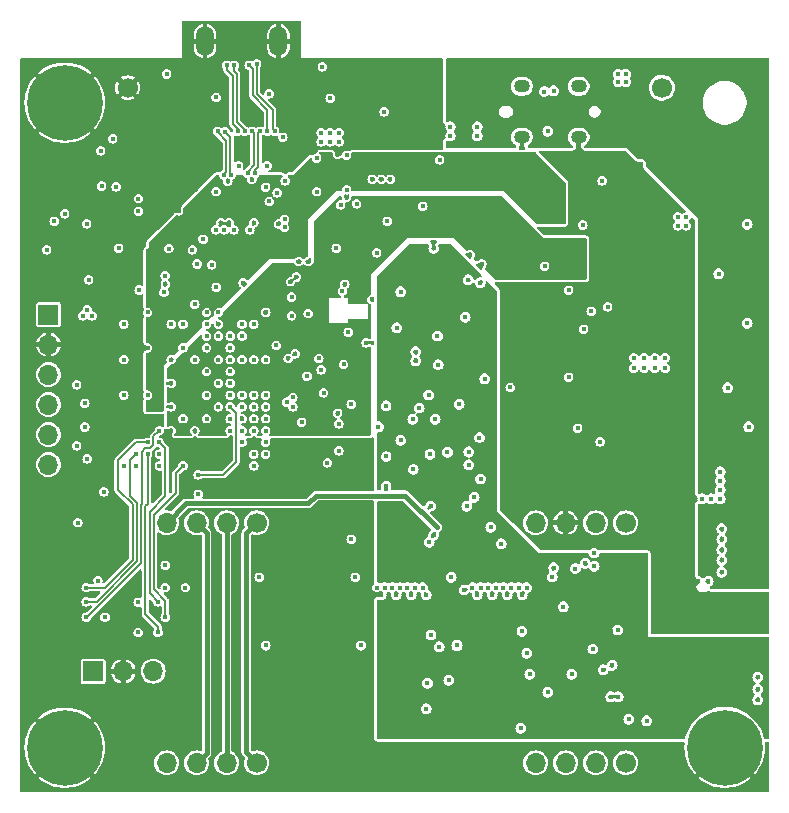
<source format=gbr>
%TF.GenerationSoftware,KiCad,Pcbnew,8.0.4*%
%TF.CreationDate,2024-11-18T22:27:40+01:00*%
%TF.ProjectId,hd_64_v0,68645f36-345f-4763-902e-6b696361645f,0.1*%
%TF.SameCoordinates,PX4737720PY55fe290*%
%TF.FileFunction,Copper,L3,Inr*%
%TF.FilePolarity,Positive*%
%FSLAX46Y46*%
G04 Gerber Fmt 4.6, Leading zero omitted, Abs format (unit mm)*
G04 Created by KiCad (PCBNEW 8.0.4) date 2024-11-18 22:27:40*
%MOMM*%
%LPD*%
G01*
G04 APERTURE LIST*
%TA.AperFunction,ComponentPad*%
%ADD10C,1.700000*%
%TD*%
%TA.AperFunction,ComponentPad*%
%ADD11C,6.400000*%
%TD*%
%TA.AperFunction,ComponentPad*%
%ADD12O,1.346200X1.092200*%
%TD*%
%TA.AperFunction,ComponentPad*%
%ADD13O,1.700000X1.700000*%
%TD*%
%TA.AperFunction,ComponentPad*%
%ADD14O,1.500000X2.550000*%
%TD*%
%TA.AperFunction,ComponentPad*%
%ADD15R,1.700000X1.700000*%
%TD*%
%TA.AperFunction,ViaPad*%
%ADD16C,0.400000*%
%TD*%
%TA.AperFunction,ViaPad*%
%ADD17C,0.450000*%
%TD*%
%TA.AperFunction,Conductor*%
%ADD18C,0.200000*%
%TD*%
%TA.AperFunction,Conductor*%
%ADD19C,0.400000*%
%TD*%
G04 APERTURE END LIST*
D10*
X54356000Y59690000D03*
D11*
X59690000Y3810000D03*
D12*
X42524000Y59820001D03*
X47324000Y59820001D03*
X42524000Y55519999D03*
X47324000Y55519999D03*
D10*
X20066000Y2540000D03*
D13*
X17526000Y2540000D03*
X14986000Y2540000D03*
X12446000Y2540000D03*
D10*
X51308000Y22860000D03*
D13*
X48768000Y22860000D03*
X46228000Y22860000D03*
X43688000Y22860000D03*
D10*
X9144000Y59690000D03*
D14*
X21896000Y63627000D03*
X15696000Y63627000D03*
D10*
X51308000Y2540000D03*
D13*
X48768000Y2540000D03*
X46228000Y2540000D03*
X43688000Y2540000D03*
D11*
X3810000Y3810000D03*
D15*
X2438000Y40488000D03*
D13*
X2438000Y37948000D03*
X2438000Y35408000D03*
X2438000Y32868000D03*
X2438000Y30328000D03*
X2438000Y27788000D03*
D10*
X20066000Y22860000D03*
D13*
X17526000Y22860000D03*
X14986000Y22860000D03*
X12446000Y22860000D03*
D15*
X6223000Y10287000D03*
D13*
X8763000Y10287000D03*
X11303000Y10287000D03*
D11*
X3810000Y58420000D03*
D16*
X51308000Y60833000D03*
X51308000Y60198000D03*
X50673000Y60198000D03*
X50673000Y60833000D03*
X52451000Y29718000D03*
X38481000Y25019000D03*
X30607000Y54737000D03*
X36924000Y1270000D03*
X20193000Y6985000D03*
X6624000Y25070000D03*
X3937000Y50673000D03*
X16637000Y21463000D03*
X16124000Y56170000D03*
X16637000Y14859000D03*
X30607000Y56642000D03*
X16637000Y18542000D03*
X25527000Y35814000D03*
X32624000Y1270000D03*
X5724000Y33570000D03*
X14824000Y29670000D03*
X34824000Y13370000D03*
X43180000Y10033000D03*
X16324000Y2070000D03*
X62484000Y8763000D03*
X49149000Y49784000D03*
X52832000Y44577000D03*
X18923000Y43180000D03*
X21524000Y17270000D03*
X27940000Y22098000D03*
X14097000Y15621000D03*
X6224000Y14070000D03*
X30607000Y55753000D03*
X45212000Y19050000D03*
X22225000Y5715000D03*
X23624000Y44970000D03*
X52114000Y52705000D03*
X57023000Y14859000D03*
X39878000Y22479000D03*
X17624000Y51770000D03*
X51308000Y30353000D03*
X12824000Y29670000D03*
X22606000Y52705000D03*
X35052000Y21844000D03*
X19177000Y56769000D03*
X42418000Y36576000D03*
X16256000Y44704000D03*
X48524000Y24170000D03*
X35179000Y31623000D03*
X41275000Y16764000D03*
X20024000Y16670000D03*
X6731000Y19177000D03*
X45128000Y29337000D03*
X34524000Y9270000D03*
X15113000Y57277000D03*
X37211000Y32893000D03*
X21463000Y19431000D03*
X59436000Y18669000D03*
X51689000Y53213000D03*
X31877000Y16764000D03*
X27813000Y16764000D03*
X57404000Y17907000D03*
X12824000Y30670000D03*
X62484000Y9779000D03*
X31924000Y39370000D03*
X44929342Y42276671D03*
X6424000Y37670000D03*
X29624000Y17170000D03*
X53213000Y51816000D03*
X50165000Y10795000D03*
X46482000Y53086000D03*
X5724000Y18170000D03*
X30607000Y51943000D03*
X59182000Y43942000D03*
X46024000Y15748000D03*
X17824000Y37670000D03*
X50546000Y39370000D03*
X18324000Y21570000D03*
X12424000Y21470000D03*
X49403000Y10414000D03*
X42545000Y16764000D03*
X31024000Y28470000D03*
X36322000Y9525000D03*
X25724000Y33870000D03*
X33528000Y36576000D03*
X40767000Y21082000D03*
X7824000Y36670000D03*
X9398000Y49784000D03*
X38124000Y45570000D03*
X52832000Y43053000D03*
X33824000Y32570000D03*
X32258000Y29845000D03*
X50165000Y29718000D03*
X5024000Y12770000D03*
X16524000Y53270000D03*
X9525000Y16891000D03*
X8255000Y16002000D03*
X50624000Y13770000D03*
X34124000Y49670000D03*
X59944000Y34290000D03*
X45466000Y53086000D03*
X40005000Y16764000D03*
X22352000Y57531000D03*
X16637000Y12700000D03*
X10824000Y30670000D03*
X13824000Y29670000D03*
X34798000Y24270000D03*
X13970000Y18415000D03*
X33147000Y58801000D03*
X11824000Y31670000D03*
X61595000Y39751000D03*
X37846000Y24257000D03*
X59690000Y14859000D03*
X20824000Y31670000D03*
X12824000Y28670000D03*
X26524000Y29591000D03*
X28067000Y32893000D03*
X50546000Y40005000D03*
X14351000Y26289000D03*
X25400000Y22606000D03*
X18415000Y9906000D03*
X28575000Y7366000D03*
X10541000Y46355000D03*
X29845000Y51943000D03*
X9824000Y33670000D03*
X8255000Y42291000D03*
X22724000Y36770000D03*
X16989342Y61326671D03*
X42524000Y13670000D03*
X7824000Y40670000D03*
X59436000Y22352000D03*
X2624000Y20970000D03*
X24765000Y56007000D03*
X38735000Y16764000D03*
X12824000Y36670000D03*
X33324000Y27370000D03*
X38989000Y43180000D03*
X12324000Y43070000D03*
X7824000Y31670000D03*
D17*
X26924000Y54070000D03*
D16*
X14824000Y30670000D03*
X13824000Y31670000D03*
D17*
X20824000Y40670000D03*
D16*
X31024000Y25970000D03*
X25324000Y36770000D03*
X37624000Y17170000D03*
X37719000Y40259000D03*
X44704000Y33655000D03*
X59436000Y20574000D03*
X30226000Y45720000D03*
X18415000Y6223000D03*
X22987000Y14351000D03*
X33528000Y58166000D03*
X13081000Y7112000D03*
X43688000Y31115000D03*
X14351000Y61468000D03*
X52705000Y33274000D03*
X3429000Y34163000D03*
X52705000Y34798000D03*
X24892000Y29591000D03*
X34417000Y16764000D03*
X8824000Y29670000D03*
X45974000Y1270000D03*
X13924000Y20270000D03*
X55372000Y29718000D03*
X18415000Y14859000D03*
X5842000Y54483000D03*
X12824000Y39670000D03*
X43942000Y39878000D03*
X13081000Y58570000D03*
X35362000Y38664000D03*
X22225000Y56261000D03*
X24324000Y35270000D03*
X23324000Y37170000D03*
X42418000Y5461000D03*
X26824000Y11470000D03*
X52832000Y43815000D03*
X51943000Y34036000D03*
X18824000Y39670000D03*
X14605000Y12065000D03*
X4324000Y24670000D03*
X23876000Y31369000D03*
X32893000Y3170000D03*
X46863000Y42037000D03*
X16637000Y8382000D03*
X49657000Y53721000D03*
X9525000Y43815000D03*
X31024000Y32770000D03*
X6858000Y42418000D03*
X59436000Y21463000D03*
X43434000Y1270000D03*
X30607000Y16764000D03*
X29824000Y41770000D03*
X8763000Y13843000D03*
X28524000Y49870000D03*
X46736000Y10033000D03*
X14824000Y28670000D03*
X55245000Y39243000D03*
X5024000Y37670000D03*
X11430000Y25146000D03*
X35524000Y12370000D03*
X27813000Y23749000D03*
X61722000Y30988000D03*
X16824000Y36670000D03*
X33909000Y58801000D03*
X7724000Y25908000D03*
X27686000Y50419000D03*
X15024000Y44770000D03*
X51943000Y33274000D03*
X14824000Y36670000D03*
X49414000Y50870000D03*
X14097000Y56261000D03*
X13970000Y52705000D03*
X13716000Y60198000D03*
X51689000Y29718000D03*
X61595000Y48133000D03*
X25146000Y24257000D03*
X51816000Y39370000D03*
X51181000Y40005000D03*
X35560000Y53594000D03*
X26670000Y56769000D03*
X20824000Y27670000D03*
X5946835Y27712912D03*
X19658833Y51920426D03*
X15024000Y3870000D03*
X5207000Y53721000D03*
X45924000Y24170000D03*
X3429000Y29083000D03*
X41148000Y25527000D03*
X19177000Y53213000D03*
X52070000Y44577000D03*
X29337000Y38100000D03*
X3810000Y26543000D03*
X36524000Y3170000D03*
X14124000Y54570000D03*
X21124000Y50070000D03*
X58293000Y17907000D03*
X21924000Y53170000D03*
X52705000Y34036000D03*
X13824000Y37670000D03*
X27686000Y3170000D03*
X51943000Y34798000D03*
X55626000Y43815000D03*
X11176000Y15494000D03*
X50673000Y8128000D03*
X35433000Y36251000D03*
X51562000Y6223000D03*
X52070000Y43815000D03*
X7824000Y27670000D03*
X27813000Y38989000D03*
X31115000Y48387000D03*
X33147000Y16764000D03*
X13335000Y51943000D03*
X26924000Y32131000D03*
X39370000Y35052000D03*
X35052000Y46101000D03*
X59436000Y19685000D03*
X18824000Y31670000D03*
X17794329Y62131658D03*
X18824000Y33670000D03*
X28448000Y9144000D03*
X5334000Y44196000D03*
X9652000Y6731000D03*
X44704000Y36703000D03*
X3724000Y13570000D03*
X7124000Y22270000D03*
X12824000Y32670000D03*
X17024000Y48270000D03*
X48524000Y12170000D03*
X26797000Y46101000D03*
X24424000Y44970000D03*
X45466000Y37211000D03*
X39024000Y26570000D03*
X16824000Y32670000D03*
X37973000Y43434000D03*
X11303000Y56261000D03*
X47879000Y19431000D03*
X50927000Y29718000D03*
X27305000Y1143000D03*
X31369000Y51943000D03*
X33274000Y31623000D03*
X38924000Y30070000D03*
X1905000Y50673000D03*
X20701000Y61849000D03*
X50038000Y8128000D03*
X16824000Y39670000D03*
X43424000Y24170000D03*
X24384000Y57785000D03*
X15824000Y37670000D03*
X34417000Y7112000D03*
X3429000Y31623000D03*
X13462000Y49270000D03*
X27524000Y43070000D03*
X5724000Y37670000D03*
X8324000Y20170000D03*
X27432000Y57658000D03*
X39124000Y44770000D03*
X32258000Y42418000D03*
X15824000Y27670000D03*
X41529000Y28245000D03*
X54991000Y23622000D03*
X16637000Y6223000D03*
X15824000Y33670000D03*
X6324000Y51370000D03*
X11430000Y53721000D03*
X1824000Y22570000D03*
X23024000Y41970000D03*
X3424000Y23870000D03*
X12424000Y3870000D03*
X22924000Y43270000D03*
X42926000Y11811000D03*
X50038000Y47752000D03*
X15824000Y35670000D03*
X18796000Y61976000D03*
X58801000Y14859000D03*
X51181000Y39370000D03*
X16637000Y42799000D03*
X23424000Y43670000D03*
X19824000Y29670000D03*
X49022000Y48641000D03*
X20024000Y21570000D03*
X41910000Y42164000D03*
X20824000Y36670000D03*
X53975000Y28829000D03*
X52070000Y43053000D03*
X6924000Y48170000D03*
X15024000Y21470000D03*
X16824000Y34670000D03*
X12824000Y27670000D03*
X21724000Y37870000D03*
X3724000Y16170000D03*
X55499000Y26416000D03*
X13589000Y14859000D03*
X18724000Y2070000D03*
X57912000Y14859000D03*
X22479000Y1270000D03*
X33528000Y37338000D03*
X10824000Y37670000D03*
X19824000Y48270000D03*
X25024000Y15970000D03*
X44704000Y8509000D03*
X51816000Y40005000D03*
X21844000Y27432000D03*
X45974000Y52578000D03*
X11938000Y12827000D03*
X38024000Y28870000D03*
X26624000Y13470000D03*
X9271000Y55626000D03*
X34624000Y33670000D03*
X38024000Y27770000D03*
X48514000Y1270000D03*
X44831000Y47498000D03*
X6924000Y46070000D03*
X15824000Y31670000D03*
X5824000Y30370000D03*
X14624000Y45970000D03*
X1778000Y43053000D03*
X21909502Y48178699D03*
X27424000Y36270000D03*
X2921000Y51689000D03*
X52578000Y53213000D03*
X44450000Y44577000D03*
X17724000Y48270000D03*
X9824000Y39670000D03*
X12824000Y34670000D03*
X1824000Y18270000D03*
X18415000Y18542000D03*
X19645244Y62155448D03*
X62484000Y7874000D03*
X16637000Y50892000D03*
X8171000Y51294000D03*
X54653000Y35941000D03*
X19824000Y36670000D03*
X56452000Y48768000D03*
X56452000Y48006000D03*
X51986000Y35941000D03*
X19824000Y33670000D03*
X52875000Y36830000D03*
X38735000Y56388000D03*
X12324000Y19270000D03*
X27686000Y51054000D03*
X23124000Y33470000D03*
X55733000Y48006000D03*
X6624000Y17970000D03*
X23024000Y40370000D03*
X10124000Y42570000D03*
X12624000Y46070000D03*
X54653000Y36830000D03*
X26058000Y27940000D03*
D17*
X28924000Y12470000D03*
D16*
X13824000Y39670000D03*
X22624000Y33070000D03*
X4826000Y34544000D03*
D17*
X20824000Y12470000D03*
D16*
X5324000Y40370000D03*
X8824000Y33670000D03*
X52875000Y35941000D03*
X12324000Y17370000D03*
X15113000Y25273000D03*
X6858000Y54356000D03*
X5724000Y40870000D03*
X23124000Y32670000D03*
X36218000Y28829000D03*
X28404000Y18244000D03*
X51986000Y36830000D03*
X2286000Y45974000D03*
X25146000Y50892000D03*
X19824000Y39670000D03*
X7224000Y14870000D03*
X6124000Y40370000D03*
X27178000Y49784000D03*
X36449000Y56388000D03*
X6941500Y51370000D03*
X30376000Y30988000D03*
X15824000Y39670000D03*
X5842000Y43434000D03*
D17*
X37024000Y12470000D03*
D16*
X5671500Y48159500D03*
X36532000Y18244000D03*
X7874000Y55372000D03*
X8824000Y36670000D03*
X55733000Y48768000D03*
X3810000Y49022000D03*
X24424000Y40570000D03*
X2921000Y48387000D03*
X8382000Y46101000D03*
X41529000Y34315500D03*
X36449000Y55626000D03*
X20276000Y18244000D03*
X10033000Y16129000D03*
X4826000Y29370000D03*
X53764000Y36830000D03*
X10024000Y13570000D03*
X53764000Y35941000D03*
X8824000Y39670000D03*
X38735000Y55626000D03*
X14024000Y17370000D03*
X34739500Y28661000D03*
X20824000Y51270000D03*
X4924000Y22870000D03*
X25527000Y55880000D03*
X26289000Y55118000D03*
X27051000Y55118000D03*
X26289000Y55880000D03*
X20955000Y53086000D03*
X25527000Y55118000D03*
X27051000Y55880000D03*
X18542000Y53086000D03*
X22285000Y55499000D03*
X44239000Y49149000D03*
X14924000Y43070000D03*
X23124000Y46117000D03*
X11824000Y34670000D03*
X44239000Y48387000D03*
X14124000Y43070000D03*
X11824000Y32670000D03*
X47688500Y48069500D03*
X16224000Y46101000D03*
X11824000Y36670000D03*
X45001000Y49149000D03*
X14524000Y42570000D03*
X12824000Y37670000D03*
X45001000Y48387000D03*
X44239000Y49911000D03*
X47244000Y30861000D03*
X45001000Y49911000D03*
X34671000Y21209000D03*
X30252000Y17370000D03*
X17824000Y31670000D03*
X30889712Y17371840D03*
X17824000Y30670000D03*
X31552000Y17370000D03*
X18824000Y30670000D03*
X32202000Y17370000D03*
X18824000Y29670000D03*
X32827003Y17370000D03*
X19824000Y28670000D03*
X33452006Y17370000D03*
X19824000Y27670000D03*
X20824000Y28670000D03*
X34124000Y17370000D03*
X18824000Y32670000D03*
X38324000Y17370000D03*
X20824000Y29670000D03*
X39024000Y17370000D03*
X19824000Y30670000D03*
X39649003Y17370000D03*
X40324000Y17370000D03*
X20824000Y30670000D03*
X40949003Y17370000D03*
X19824000Y31670000D03*
X19824000Y32670000D03*
X41624000Y17370000D03*
X42249003Y17370000D03*
X20824000Y32670000D03*
X42924000Y17370000D03*
X20824000Y33670000D03*
X52832000Y8382000D03*
X36218000Y27813000D03*
X35687000Y44368000D03*
X62032500Y12573000D03*
X60254500Y11557000D03*
X34739500Y28011000D03*
X61143500Y11557000D03*
X34036000Y46101000D03*
X30480000Y37973000D03*
X50038000Y16129000D03*
X32359500Y35301000D03*
X31024000Y34370000D03*
X62032500Y11557000D03*
X60254500Y12573000D03*
X50038000Y6985000D03*
X33274000Y44323000D03*
X50026529Y13714943D03*
X61143500Y12573000D03*
X16624000Y58870000D03*
X25146000Y53721000D03*
X17824000Y36670000D03*
X15524000Y46870000D03*
X16824000Y40670000D03*
X16624000Y47670000D03*
X17324000Y47670000D03*
X16824000Y38670000D03*
X18124000Y47662893D03*
X17824000Y38670000D03*
X19485000Y47670000D03*
X18824000Y38670000D03*
X27028000Y31242000D03*
X22424000Y47870000D03*
X22424000Y48570000D03*
X27028000Y28956000D03*
X22479000Y51816000D03*
X18824000Y36670000D03*
X17824000Y35670000D03*
X21809000Y50800000D03*
X20066000Y61722000D03*
X21590000Y56007000D03*
X19431000Y61595000D03*
X20955000Y56007000D03*
X20320000Y56007000D03*
X19939000Y52451000D03*
X19304000Y52451000D03*
X19685000Y56007000D03*
X19050000Y56016119D03*
X18161000Y61595000D03*
X17526000Y61595000D03*
X18450094Y56005350D03*
X17922875Y52324000D03*
X17399000Y55982750D03*
X16764000Y56007000D03*
X17272000Y52324000D03*
X17824000Y33670000D03*
X27324000Y42470000D03*
X11824000Y28670000D03*
X11824000Y27670000D03*
X46779000Y45847000D03*
X47541000Y45085000D03*
X16824000Y35670000D03*
X24524000Y38670000D03*
X46779000Y45085000D03*
X15824000Y34670000D03*
X15824000Y32670000D03*
X16824000Y31670000D03*
X22924000Y39070000D03*
X15824000Y30670000D03*
X14824000Y31670000D03*
X24824000Y43270000D03*
X47541000Y46609000D03*
X12824000Y33670000D03*
X22524000Y38570000D03*
X16824000Y33670000D03*
X47541000Y45847000D03*
X25324000Y43670000D03*
X46779000Y46609000D03*
X13824000Y36670000D03*
X24924000Y39070000D03*
X12824000Y31670000D03*
X13824000Y30670000D03*
X15824000Y36670000D03*
X12824000Y35670000D03*
X9824000Y27670000D03*
X49149000Y29718000D03*
X46482000Y35179000D03*
X5524000Y32970000D03*
X15824000Y40670000D03*
X5524000Y30970000D03*
X14824000Y41370000D03*
X5724000Y28270000D03*
X15824000Y38670000D03*
X49319000Y51816000D03*
X30861000Y57658000D03*
X48387000Y40767000D03*
X47053500Y18986500D03*
X45085000Y18288000D03*
X48641000Y19177000D03*
X53086000Y6096000D03*
X12324000Y43770000D03*
X5639000Y14870000D03*
X11824000Y30670000D03*
X12219022Y42370000D03*
X11709000Y16170000D03*
X11824000Y29670000D03*
X5639000Y17370000D03*
X10824000Y29670000D03*
X12324000Y14870000D03*
X13824000Y27670000D03*
X10824000Y28670000D03*
X11709000Y13570000D03*
X9824000Y28670000D03*
X5639000Y16170000D03*
X25624000Y61468000D03*
X57785000Y24892000D03*
X59309000Y24892000D03*
X21124000Y59170000D03*
X59309000Y26416000D03*
X59309000Y27178000D03*
X26289000Y58801000D03*
X59309000Y25654000D03*
X58547000Y24892000D03*
X58039000Y50800000D03*
X57320000Y50800000D03*
X60706000Y19558000D03*
X38735000Y57658000D03*
X36449000Y57658000D03*
X47752000Y39243000D03*
X36449000Y58420000D03*
X57785000Y38735000D03*
X38735000Y58420000D03*
X61595000Y19558000D03*
X62484000Y19558000D03*
X57320000Y50038000D03*
X58039000Y50038000D03*
X7124000Y25470000D03*
X10824000Y33670000D03*
X49784000Y41148000D03*
X46482000Y42545000D03*
X45212000Y59436000D03*
X44704000Y56007000D03*
X10053000Y50301000D03*
X10053000Y49239000D03*
X44424000Y59370000D03*
X10824000Y40670000D03*
X12446000Y60858500D03*
X8824000Y27670000D03*
X27686000Y53975000D03*
X17824000Y34670000D03*
X28067000Y21463000D03*
X35306000Y22479000D03*
X48641000Y20320000D03*
X15113000Y26924000D03*
X17824000Y32670000D03*
D18*
X21432000Y56165000D02*
X21590000Y56007000D01*
X20066000Y61722000D02*
X20066000Y59182000D01*
X20066000Y59182000D02*
X21432000Y57816000D01*
X21432000Y57816000D02*
X21432000Y56165000D01*
X19716000Y61310000D02*
X19716000Y59037026D01*
X19431000Y61595000D02*
X19716000Y61310000D01*
X20955000Y57798026D02*
X20955000Y56007000D01*
X19716000Y59037026D02*
X20955000Y57798026D01*
X19939000Y52451000D02*
X19939000Y52718026D01*
X19939000Y52718026D02*
X20193000Y52972026D01*
X20193000Y55880000D02*
X20320000Y56007000D01*
X20193000Y52972026D02*
X20193000Y55880000D01*
X19843000Y55849000D02*
X19685000Y56007000D01*
X19304000Y52451000D02*
X19304000Y52578000D01*
X19304000Y52578000D02*
X19843000Y53117000D01*
X19843000Y53117000D02*
X19843000Y55849000D01*
X18384000Y56800000D02*
X19050000Y56134000D01*
X18161000Y61595000D02*
X18161000Y61073974D01*
X19050000Y56134000D02*
X19050000Y56016119D01*
X18161000Y61073974D02*
X18384000Y60850974D01*
X18384000Y60850974D02*
X18384000Y56800000D01*
X18034000Y60706000D02*
X18034000Y56655026D01*
X17526000Y61595000D02*
X17526000Y61214000D01*
X17526000Y61214000D02*
X18034000Y60706000D01*
X18450094Y56238932D02*
X18450094Y56005350D01*
X18034000Y56655026D02*
X18450094Y56238932D01*
X17824000Y52422875D02*
X17922875Y52324000D01*
X17399000Y55982750D02*
X17824000Y55557750D01*
X17824000Y55557750D02*
X17824000Y52422875D01*
X16764000Y55910643D02*
X17474000Y55200643D01*
X16764000Y56007000D02*
X16764000Y55910643D01*
X17272000Y52380232D02*
X17272000Y52324000D01*
X17474000Y52582232D02*
X17272000Y52380232D01*
X17474000Y55200643D02*
X17474000Y52582232D01*
D19*
X17524000Y22858000D02*
X17526000Y22860000D01*
X17524000Y2542000D02*
X17524000Y22858000D01*
X17526000Y2540000D02*
X17524000Y2542000D01*
X15824000Y3378000D02*
X15824000Y22022000D01*
X15824000Y22022000D02*
X14986000Y22860000D01*
X14986000Y2540000D02*
X15824000Y3378000D01*
X19177000Y3429000D02*
X19177000Y21971000D01*
X20066000Y2540000D02*
X19177000Y3429000D01*
X19177000Y21971000D02*
X20066000Y22860000D01*
D18*
X11031107Y29170000D02*
X10616893Y29170000D01*
X10324000Y28877107D02*
X10324000Y24459950D01*
X10616893Y29170000D02*
X10324000Y28877107D01*
X11824000Y30670000D02*
X11324000Y30170000D01*
X10274000Y19431026D02*
X5712974Y14870000D01*
X10274000Y24409950D02*
X10274000Y19431026D01*
X5712974Y14870000D02*
X5639000Y14870000D01*
X10324000Y24459950D02*
X10274000Y24409950D01*
X11324000Y29462893D02*
X11031107Y29170000D01*
X11324000Y30170000D02*
X11324000Y29462893D01*
X11709000Y16170000D02*
X10996000Y16883000D01*
X10996000Y16883000D02*
X10996000Y23809974D01*
X12324000Y29170000D02*
X11824000Y29670000D01*
X12324000Y25137974D02*
X12324000Y29170000D01*
X10996000Y23809974D02*
X12324000Y25137974D01*
X10824000Y29670000D02*
X9824000Y29670000D01*
X9824000Y29670000D02*
X8324000Y28170000D01*
X9574000Y24409951D02*
X9574000Y19734000D01*
X8324000Y28170000D02*
X8324000Y25659951D01*
X8324000Y25659951D02*
X9574000Y24409951D01*
X7210000Y17370000D02*
X5639000Y17370000D01*
X9574000Y19734000D02*
X7210000Y17370000D01*
X11346000Y17240107D02*
X11346000Y23538000D01*
X13208000Y25400000D02*
X13208000Y27054000D01*
X12324000Y14870000D02*
X12324000Y16262107D01*
X11346000Y23538000D02*
X13208000Y25400000D01*
X12324000Y16262107D02*
X11346000Y17240107D01*
X13208000Y27054000D02*
X13824000Y27670000D01*
X11709000Y14072000D02*
X10624000Y15157000D01*
X10624000Y15157000D02*
X10624000Y24264975D01*
X10624000Y24264975D02*
X10824000Y24464975D01*
X10824000Y24464975D02*
X10824000Y28670000D01*
X11709000Y13570000D02*
X11709000Y14072000D01*
X9824000Y28670000D02*
X9324000Y28170000D01*
X9924000Y19589025D02*
X6504975Y16170000D01*
X6504975Y16170000D02*
X5639000Y16170000D01*
X9924000Y24554926D02*
X9924000Y19589025D01*
X9718975Y24759951D02*
X9924000Y24554926D01*
X9324000Y25154925D02*
X9718975Y24759951D01*
X9324000Y28170000D02*
X9324000Y25154925D01*
D19*
X25059471Y25146000D02*
X24424471Y24511000D01*
X14097000Y24511000D02*
X12446000Y22860000D01*
X32639000Y25146000D02*
X25059471Y25146000D01*
X24424471Y24511000D02*
X14097000Y24511000D01*
X35306000Y22479000D02*
X32639000Y25146000D01*
D18*
X18324000Y32170000D02*
X17824000Y32670000D01*
X15113000Y26924000D02*
X17248000Y26924000D01*
X18324000Y28000000D02*
X18324000Y32170000D01*
X17248000Y26924000D02*
X18324000Y28000000D01*
%TA.AperFunction,Conductor*%
G36*
X23809691Y65360593D02*
G01*
X23845655Y65311093D01*
X23850500Y65280500D01*
X23850500Y62240562D01*
X23850500Y62219438D01*
X23865438Y62204500D01*
X35716076Y62204500D01*
X35774267Y62185593D01*
X35810231Y62136093D01*
X35814068Y62091411D01*
X35812500Y62080506D01*
X35812500Y62080500D01*
X35812500Y60833001D01*
X35812500Y59873297D01*
X35812500Y58524546D01*
X35812500Y57702782D01*
X35812500Y56905746D01*
X35817171Y56862299D01*
X35818339Y56851436D01*
X35818339Y56851435D01*
X35829547Y56799915D01*
X35836777Y56773555D01*
X35836778Y56773552D01*
X35886104Y56686929D01*
X35886105Y56686928D01*
X35886108Y56686923D01*
X35931862Y56634118D01*
X35964639Y56602489D01*
X35964645Y56602486D01*
X36005826Y56580944D01*
X36048625Y56537219D01*
X36057720Y56477734D01*
X36043546Y56388242D01*
X36043508Y56388000D01*
X36056227Y56307692D01*
X36063354Y56262697D01*
X36063355Y56262693D01*
X36107358Y56176333D01*
X36120950Y56149658D01*
X36193606Y56077002D01*
X36221382Y56022487D01*
X36211811Y55962055D01*
X36193607Y55937000D01*
X36145919Y55889311D01*
X36120949Y55864341D01*
X36063355Y55751308D01*
X36063354Y55751304D01*
X36044217Y55630474D01*
X36043508Y55626000D01*
X36053616Y55562177D01*
X36057756Y55536042D01*
X36048185Y55475610D01*
X36008966Y55434526D01*
X35999255Y55428996D01*
X35973172Y55414143D01*
X35973171Y55414142D01*
X35973165Y55414138D01*
X35920383Y55368403D01*
X35920373Y55368394D01*
X35888742Y55335614D01*
X35888740Y55335611D01*
X35842535Y55247281D01*
X35842533Y55247276D01*
X35822853Y55180253D01*
X35822849Y55180235D01*
X35812500Y55108260D01*
X35812500Y54734004D01*
X35812499Y54734004D01*
X35818340Y54679678D01*
X35829538Y54628204D01*
X35829550Y54628154D01*
X35836780Y54601804D01*
X35836782Y54601798D01*
X35847778Y54582489D01*
X35860143Y54522566D01*
X35834925Y54466820D01*
X35781756Y54436543D01*
X35761749Y54434500D01*
X28166086Y54434500D01*
X28102598Y54424446D01*
X28044401Y54405539D01*
X28010544Y54391069D01*
X28010541Y54391067D01*
X28010540Y54391066D01*
X27970399Y54356001D01*
X27965568Y54351781D01*
X27909304Y54327739D01*
X27855494Y54338131D01*
X27811308Y54360645D01*
X27811304Y54360646D01*
X27686000Y54380492D01*
X27560696Y54360646D01*
X27560692Y54360645D01*
X27447659Y54303051D01*
X27357949Y54213341D01*
X27300354Y54100306D01*
X27293191Y54055083D01*
X27265412Y54000567D01*
X27219600Y53974573D01*
X27167546Y53961457D01*
X27167545Y53961457D01*
X27167543Y53961456D01*
X27113033Y53933683D01*
X27081233Y53910578D01*
X27061013Y53895887D01*
X27061010Y53895885D01*
X27057869Y53893602D01*
X27057758Y53893755D01*
X27041907Y53883167D01*
X27006801Y53865279D01*
X26977343Y53855707D01*
X26939487Y53849711D01*
X26908512Y53849711D01*
X26870654Y53855708D01*
X26841198Y53865279D01*
X26807045Y53882681D01*
X26781986Y53900886D01*
X26754883Y53927989D01*
X26736678Y53953048D01*
X26719277Y53987199D01*
X26709706Y54016655D01*
X26703700Y54054571D01*
X26702960Y54079768D01*
X26703215Y54082357D01*
X26703215Y54082361D01*
X26703216Y54082366D01*
X26705113Y54130634D01*
X26701487Y54176714D01*
X26698817Y54197287D01*
X26662873Y54281383D01*
X26626909Y54330883D01*
X26602668Y54358628D01*
X26524158Y54405536D01*
X26524156Y54405537D01*
X26524154Y54405538D01*
X26465964Y54424444D01*
X26465965Y54424444D01*
X26402468Y54434500D01*
X26402465Y54434500D01*
X25441348Y54434500D01*
X25377836Y54424439D01*
X25377830Y54424438D01*
X25319654Y54405533D01*
X25319646Y54405530D01*
X25285774Y54391051D01*
X25285770Y54391048D01*
X25216902Y54330876D01*
X25180938Y54281373D01*
X25162044Y54249746D01*
X25162042Y54249740D01*
X25148360Y54189787D01*
X25116980Y54137262D01*
X25067331Y54114033D01*
X25020694Y54106646D01*
X24907658Y54049050D01*
X24907656Y54049049D01*
X24866879Y54008272D01*
X24812362Y53980495D01*
X24760022Y53986392D01*
X24718832Y54002914D01*
X24718828Y54002915D01*
X24718825Y54002916D01*
X24658421Y54012483D01*
X24658403Y54012485D01*
X24621648Y54014963D01*
X24532965Y53992620D01*
X24478445Y53964843D01*
X24426434Y53927055D01*
X24426429Y53927051D01*
X24426429Y53927050D01*
X23740851Y53241471D01*
X23057876Y52558496D01*
X23003359Y52530719D01*
X22987872Y52529500D01*
X22774348Y52529500D01*
X22710836Y52519439D01*
X22710830Y52519438D01*
X22652654Y52500533D01*
X22652646Y52500530D01*
X22618774Y52486051D01*
X22618770Y52486048D01*
X22545714Y52422216D01*
X22544280Y52423857D01*
X22498895Y52398123D01*
X22438096Y52404992D01*
X22404514Y52429979D01*
X22383853Y52453626D01*
X22383852Y52453627D01*
X22383851Y52453628D01*
X22305341Y52500536D01*
X22305339Y52500537D01*
X22305337Y52500538D01*
X22247147Y52519444D01*
X22247148Y52519444D01*
X22183651Y52529500D01*
X22183648Y52529500D01*
X21157349Y52529500D01*
X21099158Y52548407D01*
X21063194Y52597907D01*
X21063194Y52659093D01*
X21099158Y52708593D01*
X21112403Y52716709D01*
X21132286Y52726841D01*
X21193342Y52757950D01*
X21283050Y52847658D01*
X21340646Y52960696D01*
X21360492Y53086000D01*
X21340646Y53211304D01*
X21283050Y53324342D01*
X21193342Y53414050D01*
X21185034Y53418283D01*
X21080307Y53471645D01*
X21080304Y53471646D01*
X20955000Y53491492D01*
X20829696Y53471646D01*
X20829692Y53471645D01*
X20716659Y53414051D01*
X20716658Y53414051D01*
X20716658Y53414050D01*
X20662501Y53359894D01*
X20607987Y53332118D01*
X20547555Y53341689D01*
X20504290Y53384954D01*
X20493500Y53429899D01*
X20493500Y55585244D01*
X20512407Y55643435D01*
X20547556Y55673454D01*
X20558338Y55678948D01*
X20558337Y55678948D01*
X20558342Y55678950D01*
X20567498Y55688107D01*
X20622013Y55715882D01*
X20682445Y55706311D01*
X20707500Y55688108D01*
X20716658Y55678950D01*
X20829696Y55621354D01*
X20955000Y55601508D01*
X21080304Y55621354D01*
X21193342Y55678950D01*
X21202498Y55688107D01*
X21257013Y55715882D01*
X21317445Y55706311D01*
X21342500Y55688108D01*
X21351658Y55678950D01*
X21464696Y55621354D01*
X21590000Y55601508D01*
X21715304Y55621354D01*
X21741880Y55634896D01*
X21802310Y55644469D01*
X21856828Y55616693D01*
X21884607Y55562177D01*
X21884607Y55531202D01*
X21879508Y55499004D01*
X21879508Y55499001D01*
X21879508Y55499000D01*
X21890595Y55428996D01*
X21899354Y55373697D01*
X21899355Y55373693D01*
X21918759Y55335611D01*
X21956950Y55260658D01*
X22046658Y55170950D01*
X22159696Y55113354D01*
X22285000Y55093508D01*
X22410304Y55113354D01*
X22523342Y55170950D01*
X22613050Y55260658D01*
X22670646Y55373696D01*
X22690492Y55499000D01*
X22690491Y55499004D01*
X22683373Y55543945D01*
X22670646Y55624304D01*
X22613050Y55737342D01*
X22523342Y55827050D01*
X22436882Y55871104D01*
X22419423Y55880000D01*
X25121508Y55880000D01*
X25140091Y55762668D01*
X25141354Y55754697D01*
X25141355Y55754693D01*
X25192478Y55654359D01*
X25198950Y55641658D01*
X25271606Y55569002D01*
X25299382Y55514487D01*
X25289811Y55454055D01*
X25271607Y55429000D01*
X25216305Y55373697D01*
X25198949Y55356341D01*
X25141355Y55243308D01*
X25141354Y55243304D01*
X25121508Y55118000D01*
X25139848Y55002202D01*
X25141354Y54992697D01*
X25141355Y54992693D01*
X25164467Y54947334D01*
X25198950Y54879658D01*
X25288658Y54789950D01*
X25401696Y54732354D01*
X25527000Y54712508D01*
X25652304Y54732354D01*
X25765342Y54789950D01*
X25837998Y54862607D01*
X25892513Y54890382D01*
X25952945Y54880811D01*
X25978000Y54862608D01*
X26050658Y54789950D01*
X26163696Y54732354D01*
X26289000Y54712508D01*
X26414304Y54732354D01*
X26527342Y54789950D01*
X26599998Y54862607D01*
X26654513Y54890382D01*
X26714945Y54880811D01*
X26740000Y54862608D01*
X26812658Y54789950D01*
X26925696Y54732354D01*
X27051000Y54712508D01*
X27176304Y54732354D01*
X27289342Y54789950D01*
X27379050Y54879658D01*
X27436646Y54992696D01*
X27456492Y55118000D01*
X27436646Y55243304D01*
X27379050Y55356342D01*
X27306393Y55428999D01*
X27278618Y55483513D01*
X27288189Y55543945D01*
X27306392Y55569001D01*
X27379050Y55641658D01*
X27436646Y55754696D01*
X27456492Y55880000D01*
X27456223Y55881696D01*
X27448395Y55931123D01*
X27436646Y56005304D01*
X27379050Y56118342D01*
X27289342Y56208050D01*
X27216153Y56245342D01*
X27176307Y56265645D01*
X27176304Y56265646D01*
X27051000Y56285492D01*
X26925696Y56265646D01*
X26925692Y56265645D01*
X26812659Y56208051D01*
X26812658Y56208051D01*
X26812658Y56208050D01*
X26740001Y56135394D01*
X26685487Y56107618D01*
X26625055Y56117189D01*
X26599999Y56135393D01*
X26527342Y56208050D01*
X26454153Y56245342D01*
X26414307Y56265645D01*
X26414304Y56265646D01*
X26289000Y56285492D01*
X26163696Y56265646D01*
X26163692Y56265645D01*
X26050659Y56208051D01*
X26050658Y56208051D01*
X26050658Y56208050D01*
X25978001Y56135394D01*
X25923487Y56107618D01*
X25863055Y56117189D01*
X25837999Y56135393D01*
X25765342Y56208050D01*
X25692153Y56245342D01*
X25652307Y56265645D01*
X25652304Y56265646D01*
X25527000Y56285492D01*
X25401696Y56265646D01*
X25401692Y56265645D01*
X25288659Y56208051D01*
X25198949Y56118341D01*
X25141355Y56005308D01*
X25141354Y56005304D01*
X25121777Y55881696D01*
X25121508Y55880000D01*
X22419423Y55880000D01*
X22410307Y55884645D01*
X22410304Y55884646D01*
X22285000Y55904492D01*
X22159696Y55884646D01*
X22159691Y55884645D01*
X22133117Y55871104D01*
X22072685Y55861533D01*
X22018169Y55889311D01*
X21990392Y55943828D01*
X21990392Y55974802D01*
X21991715Y55983151D01*
X21995492Y56007000D01*
X21975646Y56132304D01*
X21918050Y56245342D01*
X21828342Y56335050D01*
X21828339Y56335052D01*
X21786554Y56356343D01*
X21743290Y56399608D01*
X21732500Y56444552D01*
X21732500Y57658000D01*
X30455508Y57658000D01*
X30467637Y57581417D01*
X30475354Y57532697D01*
X30475355Y57532693D01*
X30530944Y57423594D01*
X30532950Y57419658D01*
X30622658Y57329950D01*
X30735696Y57272354D01*
X30861000Y57252508D01*
X30986304Y57272354D01*
X31099342Y57329950D01*
X31189050Y57419658D01*
X31246646Y57532696D01*
X31266492Y57658000D01*
X31246646Y57783304D01*
X31189050Y57896342D01*
X31099342Y57986050D01*
X31070961Y58000511D01*
X30986307Y58043645D01*
X30986304Y58043646D01*
X30861000Y58063492D01*
X30735696Y58043646D01*
X30735692Y58043645D01*
X30622659Y57986051D01*
X30532949Y57896341D01*
X30475355Y57783308D01*
X30475354Y57783304D01*
X30455508Y57658000D01*
X21732500Y57658000D01*
X21732500Y57855566D01*
X21730044Y57864729D01*
X21730042Y57864734D01*
X21721573Y57896342D01*
X21712022Y57931988D01*
X21672460Y58000511D01*
X21075320Y58597651D01*
X21047545Y58652165D01*
X21057116Y58712597D01*
X21100381Y58755862D01*
X21129837Y58765433D01*
X21249304Y58784354D01*
X21281975Y58801001D01*
X25883508Y58801001D01*
X25883508Y58801000D01*
X25903354Y58675697D01*
X25903355Y58675693D01*
X25958944Y58566594D01*
X25960950Y58562658D01*
X26050658Y58472950D01*
X26163696Y58415354D01*
X26289000Y58395508D01*
X26414304Y58415354D01*
X26527342Y58472950D01*
X26617050Y58562658D01*
X26674646Y58675696D01*
X26694492Y58801000D01*
X26674646Y58926304D01*
X26617050Y59039342D01*
X26527342Y59129050D01*
X26482340Y59151980D01*
X26414307Y59186645D01*
X26414304Y59186646D01*
X26289000Y59206492D01*
X26163696Y59186646D01*
X26163692Y59186645D01*
X26050659Y59129051D01*
X25960949Y59039341D01*
X25903355Y58926308D01*
X25903354Y58926304D01*
X25883508Y58801001D01*
X21281975Y58801001D01*
X21362342Y58841950D01*
X21452050Y58931658D01*
X21509646Y59044696D01*
X21529492Y59170000D01*
X21509646Y59295304D01*
X21452050Y59408342D01*
X21362342Y59498050D01*
X21358406Y59500056D01*
X21249307Y59555645D01*
X21249304Y59555646D01*
X21124000Y59575492D01*
X20998696Y59555646D01*
X20998692Y59555645D01*
X20885659Y59498051D01*
X20795949Y59408341D01*
X20738355Y59295308D01*
X20738354Y59295304D01*
X20719432Y59175839D01*
X20691654Y59121323D01*
X20637137Y59093546D01*
X20576705Y59103118D01*
X20551647Y59121324D01*
X20395496Y59277476D01*
X20367719Y59331992D01*
X20366500Y59347479D01*
X20366500Y61415101D01*
X20383688Y61468000D01*
X25218508Y61468000D01*
X25237784Y61346292D01*
X25238354Y61342697D01*
X25238355Y61342693D01*
X25276949Y61266950D01*
X25295950Y61229658D01*
X25385658Y61139950D01*
X25498696Y61082354D01*
X25624000Y61062508D01*
X25749304Y61082354D01*
X25862342Y61139950D01*
X25952050Y61229658D01*
X26009646Y61342696D01*
X26029492Y61468000D01*
X26029223Y61469696D01*
X26026778Y61485134D01*
X26009646Y61593304D01*
X25952050Y61706342D01*
X25862342Y61796050D01*
X25789153Y61833342D01*
X25749307Y61853645D01*
X25749304Y61853646D01*
X25624000Y61873492D01*
X25498696Y61853646D01*
X25498692Y61853645D01*
X25385659Y61796051D01*
X25295949Y61706341D01*
X25238355Y61593308D01*
X25238354Y61593304D01*
X25218777Y61469696D01*
X25218508Y61468000D01*
X20383688Y61468000D01*
X20385407Y61473292D01*
X20392850Y61482008D01*
X20394043Y61483652D01*
X20394050Y61483658D01*
X20451646Y61596696D01*
X20471492Y61722000D01*
X20451646Y61847304D01*
X20394050Y61960342D01*
X20304342Y62050050D01*
X20244581Y62080500D01*
X20191307Y62107645D01*
X20191304Y62107646D01*
X20066000Y62127492D01*
X19940696Y62107646D01*
X19940692Y62107645D01*
X19827658Y62050050D01*
X19827656Y62050049D01*
X19740947Y61963340D01*
X19686430Y61935563D01*
X19625998Y61945135D01*
X19556307Y61980645D01*
X19556304Y61980646D01*
X19431000Y62000492D01*
X19305696Y61980646D01*
X19305692Y61980645D01*
X19192659Y61923051D01*
X19102949Y61833341D01*
X19045355Y61720308D01*
X19045354Y61720304D01*
X19025777Y61596696D01*
X19025508Y61595000D01*
X19044784Y61473292D01*
X19045354Y61469697D01*
X19045355Y61469693D01*
X19100944Y61360594D01*
X19102950Y61356658D01*
X19192658Y61266950D01*
X19305692Y61209356D01*
X19305696Y61209354D01*
X19331989Y61205190D01*
X19386502Y61177415D01*
X19414281Y61122899D01*
X19415500Y61107410D01*
X19415500Y58997462D01*
X19435978Y58921038D01*
X19435979Y58921036D01*
X19458804Y58881504D01*
X19458805Y58881499D01*
X19458807Y58881499D01*
X19475540Y58852515D01*
X20625505Y57702550D01*
X20653281Y57648035D01*
X20654500Y57632548D01*
X20654500Y56447609D01*
X20635593Y56389418D01*
X20586093Y56353454D01*
X20524907Y56353454D01*
X20510555Y56359399D01*
X20445304Y56392646D01*
X20320000Y56412492D01*
X20194696Y56392646D01*
X20194692Y56392645D01*
X20081658Y56335050D01*
X20081655Y56335048D01*
X20072501Y56325894D01*
X20017984Y56298118D01*
X19957552Y56307692D01*
X19932499Y56325894D01*
X19923344Y56335048D01*
X19923342Y56335050D01*
X19845996Y56374460D01*
X19810307Y56392645D01*
X19810304Y56392646D01*
X19685000Y56412492D01*
X19559696Y56392646D01*
X19559692Y56392645D01*
X19446658Y56335050D01*
X19446654Y56335048D01*
X19442059Y56330452D01*
X19387541Y56302677D01*
X19327110Y56312252D01*
X19302058Y56330453D01*
X19288342Y56344169D01*
X19288339Y56344171D01*
X19288340Y56344171D01*
X19254319Y56361505D01*
X19229261Y56379710D01*
X18713496Y56895475D01*
X18685719Y56949992D01*
X18684500Y56965479D01*
X18684500Y60890535D01*
X18684499Y60890539D01*
X18678347Y60913502D01*
X18678347Y60913503D01*
X18664022Y60966962D01*
X18664020Y60966966D01*
X18624463Y61035481D01*
X18624459Y61035486D01*
X18490496Y61169450D01*
X18462719Y61223966D01*
X18461500Y61239453D01*
X18461500Y61288101D01*
X18480407Y61346292D01*
X18487850Y61355008D01*
X18489043Y61356652D01*
X18489050Y61356658D01*
X18546646Y61469696D01*
X18566492Y61595000D01*
X18566223Y61596696D01*
X18563778Y61612134D01*
X18546646Y61720304D01*
X18489050Y61833342D01*
X18399342Y61923050D01*
X18320269Y61963340D01*
X18286307Y61980645D01*
X18286304Y61980646D01*
X18161000Y62000492D01*
X18035696Y61980646D01*
X18035692Y61980645D01*
X17922658Y61923050D01*
X17922655Y61923048D01*
X17913501Y61913894D01*
X17858984Y61886118D01*
X17798552Y61895692D01*
X17773499Y61913894D01*
X17764344Y61923048D01*
X17764342Y61923050D01*
X17685269Y61963340D01*
X17651307Y61980645D01*
X17651304Y61980646D01*
X17526000Y62000492D01*
X17400696Y61980646D01*
X17400692Y61980645D01*
X17287659Y61923051D01*
X17197949Y61833341D01*
X17140355Y61720308D01*
X17140354Y61720304D01*
X17120777Y61596696D01*
X17120508Y61595000D01*
X17139784Y61473292D01*
X17140354Y61469697D01*
X17140355Y61469693D01*
X17141218Y61468000D01*
X17197950Y61356658D01*
X17197952Y61356656D01*
X17202531Y61350353D01*
X17201014Y61349252D01*
X17224281Y61303588D01*
X17225500Y61288101D01*
X17225500Y61174436D01*
X17245978Y61098012D01*
X17255018Y61082355D01*
X17262417Y61069540D01*
X17285540Y61029489D01*
X17704505Y60610524D01*
X17732281Y60556009D01*
X17733500Y60540522D01*
X17733500Y56615462D01*
X17753978Y56539038D01*
X17768835Y56513306D01*
X17768835Y56513305D01*
X17793540Y56470515D01*
X18038460Y56225594D01*
X18066237Y56171078D01*
X18063687Y56138663D01*
X18065667Y56138349D01*
X18064448Y56130655D01*
X18064448Y56130654D01*
X18055951Y56077004D01*
X18044602Y56005351D01*
X18044602Y56001127D01*
X18025695Y55942936D01*
X17976195Y55906972D01*
X17915009Y55906972D01*
X17875598Y55931123D01*
X17823570Y55983151D01*
X17795794Y56037666D01*
X17784646Y56108054D01*
X17727050Y56221092D01*
X17637342Y56310800D01*
X17631511Y56313771D01*
X17524307Y56368395D01*
X17524304Y56368396D01*
X17399000Y56388242D01*
X17273696Y56368396D01*
X17273692Y56368395D01*
X17160658Y56310800D01*
X17154353Y56306219D01*
X17152858Y56308277D01*
X17109072Y56285988D01*
X17048644Y56295583D01*
X17023623Y56313769D01*
X17002342Y56335050D01*
X16984441Y56344171D01*
X16889307Y56392645D01*
X16889304Y56392646D01*
X16764000Y56412492D01*
X16638696Y56392646D01*
X16638692Y56392645D01*
X16525659Y56335051D01*
X16435949Y56245341D01*
X16378355Y56132308D01*
X16378354Y56132304D01*
X16376143Y56118341D01*
X16358508Y56007000D01*
X16369595Y55936996D01*
X16378354Y55881697D01*
X16378355Y55881693D01*
X16409790Y55819999D01*
X16435950Y55768658D01*
X16525658Y55678950D01*
X16603564Y55639255D01*
X16628622Y55621050D01*
X17144504Y55105168D01*
X17172281Y55050651D01*
X17173500Y55035164D01*
X17173500Y52783971D01*
X17154593Y52725780D01*
X17119446Y52695762D01*
X17033659Y52652051D01*
X16943944Y52562336D01*
X16941488Y52558955D01*
X16891985Y52522995D01*
X16845914Y52519371D01*
X16781957Y52529500D01*
X16781954Y52529500D01*
X16678008Y52529500D01*
X16667258Y52529078D01*
X16661876Y52528866D01*
X16648331Y52527800D01*
X16646396Y52527647D01*
X16646393Y52527647D01*
X16646392Y52527646D01*
X16569230Y52505885D01*
X16569224Y52505883D01*
X16514708Y52478106D01*
X16462699Y52440319D01*
X16462694Y52440314D01*
X15292380Y51270001D01*
X15059690Y51037311D01*
X14914380Y50892001D01*
X14092380Y50070001D01*
X14092379Y50070002D01*
X13706161Y49683783D01*
X13706156Y49683777D01*
X13668366Y49631763D01*
X13640594Y49577252D01*
X13640582Y49577226D01*
X13626878Y49543060D01*
X13626877Y49543058D01*
X13620724Y49451809D01*
X13630295Y49391382D01*
X13647223Y49339282D01*
X13650849Y49324178D01*
X13656977Y49285489D01*
X13656977Y49254512D01*
X13652219Y49224475D01*
X13642648Y49195019D01*
X13628844Y49167927D01*
X13610638Y49142868D01*
X13589132Y49121362D01*
X13564074Y49103158D01*
X13541020Y49091410D01*
X13536981Y49089352D01*
X13507525Y49079781D01*
X13488068Y49076699D01*
X13477487Y49075023D01*
X13446513Y49075023D01*
X13407822Y49081152D01*
X13392719Y49084777D01*
X13340618Y49101706D01*
X13340610Y49101708D01*
X13280203Y49111274D01*
X13280193Y49111275D01*
X13280191Y49111276D01*
X13280186Y49111276D01*
X13243437Y49113753D01*
X13154754Y49091410D01*
X13100236Y49063634D01*
X13048225Y49025846D01*
X13048220Y49025841D01*
X11692380Y47670001D01*
X10892380Y46870001D01*
X10892379Y46870002D01*
X10787185Y46764807D01*
X10787180Y46764801D01*
X10749391Y46712789D01*
X10721613Y46658267D01*
X10707899Y46624080D01*
X10701749Y46532830D01*
X10711322Y46472400D01*
X10725525Y46428689D01*
X10729151Y46413585D01*
X10734990Y46376717D01*
X10735977Y46370489D01*
X10735977Y46339512D01*
X10731219Y46309475D01*
X10721647Y46280018D01*
X10707841Y46252923D01*
X10689641Y46227871D01*
X10677089Y46215317D01*
X10677076Y46215304D01*
X10668128Y46206358D01*
X10643083Y46188162D01*
X10628764Y46180866D01*
X10628746Y46180855D01*
X10588595Y46154028D01*
X10553452Y46124014D01*
X10538376Y46109760D01*
X10538370Y46109753D01*
X10514619Y46070000D01*
X10491466Y46031249D01*
X10491462Y46031242D01*
X10472556Y45973053D01*
X10462500Y45909556D01*
X10462500Y43008571D01*
X10443593Y42950380D01*
X10394093Y42914416D01*
X10332907Y42914416D01*
X10318555Y42920361D01*
X10249304Y42955646D01*
X10124000Y42975492D01*
X9998696Y42955646D01*
X9998692Y42955645D01*
X9885659Y42898051D01*
X9795949Y42808341D01*
X9738355Y42695308D01*
X9738354Y42695304D01*
X9725039Y42611233D01*
X9718508Y42570000D01*
X9733791Y42473503D01*
X9738354Y42444697D01*
X9738355Y42444693D01*
X9751956Y42418000D01*
X9795950Y42331658D01*
X9885658Y42241950D01*
X9998696Y42184354D01*
X10124000Y42164508D01*
X10249304Y42184354D01*
X10318554Y42219640D01*
X10378986Y42229211D01*
X10433503Y42201434D01*
X10461281Y42146918D01*
X10462500Y42131430D01*
X10462500Y41166697D01*
X10468177Y41118728D01*
X10478966Y41073786D01*
X10484820Y41053889D01*
X10503401Y41024316D01*
X10518349Y40964985D01*
X10499670Y40913464D01*
X10495952Y40908347D01*
X10438355Y40795308D01*
X10438354Y40795304D01*
X10437032Y40786954D01*
X10418508Y40670000D01*
X10437032Y40553040D01*
X10438354Y40544697D01*
X10438355Y40544693D01*
X10495949Y40431660D01*
X10499886Y40426241D01*
X10518790Y40368049D01*
X10504777Y40317278D01*
X10491465Y40294998D01*
X10491462Y40294992D01*
X10472556Y40236803D01*
X10462500Y40173306D01*
X10462500Y38166697D01*
X10468177Y38118728D01*
X10478966Y38073786D01*
X10484820Y38053889D01*
X10494180Y38038992D01*
X10533475Y37976451D01*
X10533480Y37976446D01*
X10576731Y37933191D01*
X10576738Y37933185D01*
X10593306Y37919352D01*
X10605023Y37909570D01*
X10689904Y37875520D01*
X10733807Y37868566D01*
X10750334Y37865948D01*
X10750336Y37865948D01*
X10814628Y37865947D01*
X10814651Y37865951D01*
X10815453Y37866013D01*
X10817134Y37865948D01*
X10818518Y37865947D01*
X10818517Y37865893D01*
X10838712Y37865101D01*
X10869528Y37860220D01*
X10898975Y37850653D01*
X10926078Y37836843D01*
X10951131Y37818641D01*
X10972638Y37797134D01*
X10990841Y37772079D01*
X11004649Y37744980D01*
X11014219Y37715527D01*
X11018977Y37685490D01*
X11018977Y37654512D01*
X11014219Y37624475D01*
X11004648Y37595020D01*
X10997858Y37581692D01*
X10990844Y37567927D01*
X10972638Y37542868D01*
X10951132Y37521362D01*
X10926074Y37503158D01*
X10909257Y37494588D01*
X10898981Y37489352D01*
X10869523Y37479781D01*
X10838730Y37474904D01*
X10817560Y37474274D01*
X10817547Y37473938D01*
X10814638Y37474053D01*
X10814634Y37474053D01*
X10766366Y37475950D01*
X10766363Y37475950D01*
X10766359Y37475950D01*
X10720289Y37472325D01*
X10703320Y37470123D01*
X10699713Y37469654D01*
X10699712Y37469654D01*
X10699709Y37469653D01*
X10615617Y37433711D01*
X10566118Y37397747D01*
X10538372Y37373505D01*
X10491464Y37294995D01*
X10491462Y37294992D01*
X10472556Y37236803D01*
X10462500Y37173306D01*
X10462500Y34166697D01*
X10468177Y34118728D01*
X10478966Y34073786D01*
X10484820Y34053889D01*
X10503401Y34024316D01*
X10518349Y33964985D01*
X10499670Y33913464D01*
X10495952Y33908347D01*
X10438355Y33795308D01*
X10438354Y33795304D01*
X10418508Y33670001D01*
X10418508Y33670000D01*
X10438354Y33544697D01*
X10438355Y33544693D01*
X10495949Y33431660D01*
X10499886Y33426241D01*
X10518790Y33368049D01*
X10504777Y33317278D01*
X10491465Y33294998D01*
X10491462Y33294992D01*
X10472556Y33236803D01*
X10462500Y33173306D01*
X10462500Y33173302D01*
X10462500Y32357000D01*
X10464470Y32331973D01*
X10465030Y32324857D01*
X10469883Y32294207D01*
X10470646Y32289719D01*
X10470647Y32289714D01*
X10506591Y32205618D01*
X10506592Y32205617D01*
X10542556Y32156117D01*
X10566797Y32128372D01*
X10645307Y32081464D01*
X10703498Y32062557D01*
X10715552Y32060648D01*
X10766996Y32052500D01*
X10767000Y32052500D01*
X12092993Y32052500D01*
X12093000Y32052500D01*
X12125144Y32055030D01*
X12126012Y32055168D01*
X12126137Y32055148D01*
X12127070Y32055258D01*
X12127078Y32055183D01*
X12127082Y32055183D01*
X12127088Y32055105D01*
X12127101Y32054996D01*
X12186442Y32045598D01*
X12229708Y32002335D01*
X12240500Y31957387D01*
X12240500Y31669998D01*
X12240500Y31088444D01*
X12241009Y31075492D01*
X12241135Y31072298D01*
X12241697Y31065159D01*
X12227411Y31005665D01*
X12180883Y30965931D01*
X12119886Y30961134D01*
X12073000Y30987392D01*
X12062342Y30998050D01*
X12047397Y31005665D01*
X11949307Y31055645D01*
X11949304Y31055646D01*
X11824000Y31075492D01*
X11698696Y31055646D01*
X11698692Y31055645D01*
X11585659Y30998051D01*
X11495949Y30908341D01*
X11438354Y30795306D01*
X11427205Y30724916D01*
X11399428Y30670401D01*
X11139489Y30410461D01*
X11083539Y30354511D01*
X11043980Y30285993D01*
X11043978Y30285989D01*
X11023500Y30209565D01*
X11023500Y30159809D01*
X11004593Y30101618D01*
X10955093Y30065654D01*
X10909014Y30062028D01*
X10824002Y30075492D01*
X10824000Y30075492D01*
X10698696Y30055646D01*
X10698692Y30055645D01*
X10585658Y29998050D01*
X10579353Y29993469D01*
X10578251Y29994986D01*
X10532588Y29971719D01*
X10517101Y29970500D01*
X9784435Y29970500D01*
X9708011Y29950022D01*
X9672539Y29929541D01*
X9672538Y29929541D01*
X9639491Y29910462D01*
X8139489Y28410460D01*
X8139488Y28410461D01*
X8083539Y28354511D01*
X8043980Y28285993D01*
X8043978Y28285989D01*
X8023500Y28209565D01*
X8023500Y25620387D01*
X8043978Y25543963D01*
X8043979Y25543961D01*
X8051881Y25530275D01*
X8058271Y25519207D01*
X8060128Y25515992D01*
X8060128Y25515989D01*
X8060129Y25515989D01*
X8060130Y25515988D01*
X8083540Y25475440D01*
X9244505Y24314475D01*
X9272281Y24259960D01*
X9273500Y24244473D01*
X9273500Y19899479D01*
X9254593Y19841288D01*
X9244504Y19829475D01*
X7178032Y17763004D01*
X7123515Y17735227D01*
X7063083Y17744798D01*
X7019818Y17788063D01*
X7010247Y17848493D01*
X7029492Y17970000D01*
X7028674Y17975162D01*
X7024651Y18000564D01*
X7009646Y18095304D01*
X6952050Y18208342D01*
X6862342Y18298050D01*
X6858406Y18300056D01*
X6749307Y18355645D01*
X6749304Y18355646D01*
X6624000Y18375492D01*
X6498696Y18355646D01*
X6498692Y18355645D01*
X6385659Y18298051D01*
X6295949Y18208341D01*
X6238355Y18095308D01*
X6238354Y18095304D01*
X6219326Y17975162D01*
X6218508Y17970000D01*
X6236190Y17858356D01*
X6238354Y17844697D01*
X6238356Y17844690D01*
X6253767Y17814445D01*
X6263339Y17754013D01*
X6235562Y17699497D01*
X6181045Y17671719D01*
X6165558Y17670500D01*
X5945899Y17670500D01*
X5887708Y17689407D01*
X5878992Y17696851D01*
X5877344Y17698048D01*
X5877342Y17698050D01*
X5811383Y17731658D01*
X5764307Y17755645D01*
X5764304Y17755646D01*
X5639000Y17775492D01*
X5513696Y17755646D01*
X5513692Y17755645D01*
X5400659Y17698051D01*
X5310949Y17608341D01*
X5253355Y17495308D01*
X5253354Y17495304D01*
X5234662Y17377283D01*
X5233508Y17370000D01*
X5250366Y17263559D01*
X5253354Y17244697D01*
X5253355Y17244693D01*
X5291413Y17170001D01*
X5310950Y17131658D01*
X5400658Y17041950D01*
X5513696Y16984354D01*
X5639000Y16964508D01*
X5764304Y16984354D01*
X5877342Y17041950D01*
X5877348Y17041957D01*
X5883647Y17046531D01*
X5884748Y17045015D01*
X5930412Y17068281D01*
X5945899Y17069500D01*
X6740496Y17069500D01*
X6798687Y17050593D01*
X6834651Y17001093D01*
X6834651Y16939907D01*
X6810500Y16900496D01*
X6409500Y16499496D01*
X6354983Y16471719D01*
X6339496Y16470500D01*
X5945899Y16470500D01*
X5887708Y16489407D01*
X5878992Y16496851D01*
X5877344Y16498048D01*
X5877342Y16498050D01*
X5815561Y16529529D01*
X5764307Y16555645D01*
X5764304Y16555646D01*
X5639000Y16575492D01*
X5513696Y16555646D01*
X5513692Y16555645D01*
X5400659Y16498051D01*
X5310949Y16408341D01*
X5253355Y16295308D01*
X5253354Y16295304D01*
X5233508Y16170001D01*
X5233508Y16170000D01*
X5253354Y16044697D01*
X5253355Y16044693D01*
X5274246Y16003693D01*
X5310950Y15931658D01*
X5400658Y15841950D01*
X5513696Y15784354D01*
X5639000Y15764508D01*
X5764304Y15784354D01*
X5877342Y15841950D01*
X5877348Y15841957D01*
X5883647Y15846531D01*
X5884748Y15845015D01*
X5930412Y15868281D01*
X5945899Y15869500D01*
X6048495Y15869500D01*
X6106686Y15850593D01*
X6142650Y15801093D01*
X6142650Y15739907D01*
X6118498Y15700496D01*
X5721710Y15303710D01*
X5667194Y15275933D01*
X5646790Y15275932D01*
X5646790Y15275492D01*
X5638999Y15275492D01*
X5513696Y15255646D01*
X5513692Y15255645D01*
X5400659Y15198051D01*
X5310949Y15108341D01*
X5253355Y14995308D01*
X5253354Y14995304D01*
X5233508Y14870001D01*
X5233508Y14870000D01*
X5253354Y14744697D01*
X5253355Y14744693D01*
X5308944Y14635594D01*
X5310950Y14631658D01*
X5400658Y14541950D01*
X5513696Y14484354D01*
X5639000Y14464508D01*
X5764304Y14484354D01*
X5877342Y14541950D01*
X5967050Y14631658D01*
X6024646Y14744696D01*
X6024646Y14744698D01*
X6028183Y14751639D01*
X6029791Y14750820D01*
X6047227Y14779284D01*
X6137944Y14870001D01*
X6818508Y14870001D01*
X6818508Y14870000D01*
X6838354Y14744697D01*
X6838355Y14744693D01*
X6893944Y14635594D01*
X6895950Y14631658D01*
X6985658Y14541950D01*
X7098696Y14484354D01*
X7224000Y14464508D01*
X7349304Y14484354D01*
X7462342Y14541950D01*
X7552050Y14631658D01*
X7609646Y14744696D01*
X7629492Y14870000D01*
X7609646Y14995304D01*
X7552050Y15108342D01*
X7462342Y15198050D01*
X7458406Y15200056D01*
X7349307Y15255645D01*
X7349304Y15255646D01*
X7224000Y15275492D01*
X7098696Y15255646D01*
X7098692Y15255645D01*
X6985659Y15198051D01*
X6895949Y15108341D01*
X6838355Y14995308D01*
X6838354Y14995304D01*
X6818508Y14870001D01*
X6137944Y14870001D01*
X10154497Y18886553D01*
X10209013Y18914329D01*
X10269445Y18904758D01*
X10312710Y18861493D01*
X10323500Y18816548D01*
X10323500Y16592028D01*
X10304593Y16533837D01*
X10255093Y16497873D01*
X10193907Y16497873D01*
X10179555Y16503818D01*
X10158304Y16514646D01*
X10033000Y16534492D01*
X9907696Y16514646D01*
X9907692Y16514645D01*
X9794659Y16457051D01*
X9704949Y16367341D01*
X9647355Y16254308D01*
X9647354Y16254304D01*
X9633939Y16169601D01*
X9627508Y16129000D01*
X9640860Y16044695D01*
X9647354Y16003697D01*
X9647355Y16003693D01*
X9678280Y15943000D01*
X9704950Y15890658D01*
X9794658Y15800950D01*
X9907696Y15743354D01*
X10033000Y15723508D01*
X10158304Y15743354D01*
X10179553Y15754182D01*
X10239984Y15763755D01*
X10294502Y15735978D01*
X10322281Y15681463D01*
X10323500Y15665973D01*
X10323500Y15117436D01*
X10343978Y15041012D01*
X10343980Y15041008D01*
X10383538Y14972492D01*
X10383540Y14972489D01*
X11379505Y13976524D01*
X11407281Y13922009D01*
X11408500Y13906522D01*
X11408500Y13876900D01*
X11389593Y13818709D01*
X11382153Y13809998D01*
X11380950Y13808342D01*
X11323355Y13695308D01*
X11323354Y13695304D01*
X11303508Y13570000D01*
X11320016Y13465769D01*
X11323354Y13444697D01*
X11323355Y13444693D01*
X11378944Y13335594D01*
X11380950Y13331658D01*
X11470658Y13241950D01*
X11583696Y13184354D01*
X11709000Y13164508D01*
X11834304Y13184354D01*
X11947342Y13241950D01*
X12037050Y13331658D01*
X12094646Y13444696D01*
X12114492Y13570000D01*
X12094646Y13695304D01*
X12037050Y13808342D01*
X12037046Y13808346D01*
X12032469Y13814647D01*
X12033983Y13815748D01*
X12010717Y13861425D01*
X12009500Y13876900D01*
X12009500Y14111561D01*
X12009500Y14111562D01*
X11989022Y14187988D01*
X11989020Y14187991D01*
X11989020Y14187993D01*
X11949463Y14256507D01*
X11949462Y14256508D01*
X11949461Y14256509D01*
X11949460Y14256511D01*
X10953496Y15252475D01*
X10925719Y15306992D01*
X10924500Y15322479D01*
X10924500Y16290521D01*
X10943407Y16348712D01*
X10992907Y16384676D01*
X11054093Y16384676D01*
X11093504Y16360525D01*
X11284428Y16169601D01*
X11312205Y16115085D01*
X11323354Y16044695D01*
X11344246Y16003693D01*
X11380950Y15931658D01*
X11470658Y15841950D01*
X11583696Y15784354D01*
X11709000Y15764508D01*
X11834304Y15784354D01*
X11879556Y15807412D01*
X11939985Y15816983D01*
X11994502Y15789207D01*
X12022281Y15734691D01*
X12023500Y15719202D01*
X12023500Y15176900D01*
X12004593Y15118709D01*
X11997153Y15109998D01*
X11995950Y15108342D01*
X11938355Y14995308D01*
X11938354Y14995304D01*
X11918508Y14870001D01*
X11918508Y14870000D01*
X11938354Y14744697D01*
X11938355Y14744693D01*
X11993944Y14635594D01*
X11995950Y14631658D01*
X12085658Y14541950D01*
X12198696Y14484354D01*
X12324000Y14464508D01*
X12449304Y14484354D01*
X12562342Y14541950D01*
X12652050Y14631658D01*
X12709646Y14744696D01*
X12729492Y14870000D01*
X12709646Y14995304D01*
X12652050Y15108342D01*
X12652046Y15108346D01*
X12647469Y15114647D01*
X12648983Y15115748D01*
X12625717Y15161425D01*
X12624500Y15176900D01*
X12624500Y16301670D01*
X12624499Y16301672D01*
X12604021Y16378096D01*
X12604019Y16378100D01*
X12564460Y16446618D01*
X12508511Y16502568D01*
X12508511Y16502567D01*
X12209809Y16801269D01*
X12182032Y16855786D01*
X12191603Y16916218D01*
X12234868Y16959483D01*
X12295298Y16969054D01*
X12324000Y16964508D01*
X12449304Y16984354D01*
X12562342Y17041950D01*
X12652050Y17131658D01*
X12709646Y17244696D01*
X12729492Y17370000D01*
X13618508Y17370000D01*
X13635366Y17263559D01*
X13638354Y17244697D01*
X13638355Y17244693D01*
X13676413Y17170001D01*
X13695950Y17131658D01*
X13785658Y17041950D01*
X13898696Y16984354D01*
X14024000Y16964508D01*
X14149304Y16984354D01*
X14262342Y17041950D01*
X14352050Y17131658D01*
X14409646Y17244696D01*
X14429492Y17370000D01*
X14428338Y17377283D01*
X14423856Y17405586D01*
X14409646Y17495304D01*
X14352050Y17608342D01*
X14262342Y17698050D01*
X14258406Y17700056D01*
X14149307Y17755645D01*
X14149304Y17755646D01*
X14024000Y17775492D01*
X13898696Y17755646D01*
X13898692Y17755645D01*
X13785659Y17698051D01*
X13695949Y17608341D01*
X13638355Y17495308D01*
X13638354Y17495304D01*
X13619662Y17377283D01*
X13618508Y17370000D01*
X12729492Y17370000D01*
X12728338Y17377283D01*
X12723856Y17405586D01*
X12709646Y17495304D01*
X12652050Y17608342D01*
X12562342Y17698050D01*
X12558406Y17700056D01*
X12449307Y17755645D01*
X12449304Y17755646D01*
X12324000Y17775492D01*
X12198696Y17755646D01*
X12198692Y17755645D01*
X12085659Y17698051D01*
X11995949Y17608341D01*
X11938355Y17495308D01*
X11938354Y17495304D01*
X11918508Y17370001D01*
X11918508Y17369999D01*
X11923053Y17341300D01*
X11913481Y17280868D01*
X11870216Y17237604D01*
X11809784Y17228033D01*
X11755268Y17255810D01*
X11675496Y17335582D01*
X11647719Y17390099D01*
X11646500Y17405586D01*
X11646500Y19270000D01*
X11918508Y19270000D01*
X11931474Y19188132D01*
X11938354Y19144697D01*
X11938355Y19144693D01*
X11938930Y19143565D01*
X11995950Y19031658D01*
X12085658Y18941950D01*
X12198696Y18884354D01*
X12324000Y18864508D01*
X12449304Y18884354D01*
X12562342Y18941950D01*
X12652050Y19031658D01*
X12709646Y19144696D01*
X12729492Y19270000D01*
X12709646Y19395304D01*
X12652050Y19508342D01*
X12562342Y19598050D01*
X12553591Y19602509D01*
X12449307Y19655645D01*
X12449304Y19655646D01*
X12324000Y19675492D01*
X12198696Y19655646D01*
X12198692Y19655645D01*
X12085659Y19598051D01*
X11995949Y19508341D01*
X11938355Y19395308D01*
X11938354Y19395304D01*
X11918508Y19270000D01*
X11646500Y19270000D01*
X11646500Y21947843D01*
X11665407Y22006034D01*
X11714907Y22041998D01*
X11776093Y22041998D01*
X11808302Y22024373D01*
X11821696Y22013381D01*
X11859547Y21982317D01*
X11859548Y21982317D01*
X11859550Y21982315D01*
X12042046Y21884768D01*
X12136530Y21856107D01*
X12240065Y21824700D01*
X12240070Y21824699D01*
X12445997Y21804417D01*
X12446000Y21804417D01*
X12446003Y21804417D01*
X12651929Y21824699D01*
X12651934Y21824700D01*
X12653559Y21825193D01*
X12849954Y21884768D01*
X13032450Y21982315D01*
X13192410Y22113590D01*
X13323685Y22273550D01*
X13421232Y22456046D01*
X13481300Y22654066D01*
X13481301Y22654071D01*
X13501583Y22859997D01*
X13501583Y22860004D01*
X13930417Y22860004D01*
X13930417Y22859997D01*
X13950698Y22654071D01*
X13950699Y22654066D01*
X14010768Y22456046D01*
X14108316Y22273548D01*
X14239302Y22113941D01*
X14239590Y22113590D01*
X14239595Y22113586D01*
X14399547Y21982317D01*
X14399548Y21982317D01*
X14399550Y21982315D01*
X14582046Y21884768D01*
X14676530Y21856107D01*
X14780065Y21824700D01*
X14780070Y21824699D01*
X14985997Y21804417D01*
X14986000Y21804417D01*
X14986003Y21804417D01*
X15191929Y21824699D01*
X15191934Y21824700D01*
X15193559Y21825193D01*
X15295763Y21856196D01*
X15356935Y21854995D01*
X15405720Y21818066D01*
X15423500Y21761459D01*
X15423500Y3638542D01*
X15404593Y3580351D01*
X15355093Y3544387D01*
X15295762Y3543805D01*
X15191934Y3575301D01*
X15191929Y3575302D01*
X14986003Y3595583D01*
X14985997Y3595583D01*
X14780070Y3575302D01*
X14780065Y3575301D01*
X14582045Y3515232D01*
X14399547Y3417684D01*
X14239595Y3286415D01*
X14239585Y3286405D01*
X14108316Y3126453D01*
X14010768Y2943955D01*
X13950699Y2745935D01*
X13950698Y2745930D01*
X13930417Y2540004D01*
X13930417Y2539997D01*
X13950698Y2334071D01*
X13950699Y2334066D01*
X14010768Y2136046D01*
X14108316Y1953548D01*
X14239585Y1793596D01*
X14239590Y1793590D01*
X14239595Y1793586D01*
X14399547Y1662317D01*
X14399548Y1662317D01*
X14399550Y1662315D01*
X14582046Y1564768D01*
X14719997Y1522922D01*
X14780065Y1504700D01*
X14780070Y1504699D01*
X14985997Y1484417D01*
X14986000Y1484417D01*
X14986003Y1484417D01*
X15191929Y1504699D01*
X15191934Y1504700D01*
X15389954Y1564768D01*
X15572450Y1662315D01*
X15732410Y1793590D01*
X15863685Y1953550D01*
X15961232Y2136046D01*
X16021300Y2334066D01*
X16021301Y2334071D01*
X16041583Y2539997D01*
X16041583Y2540004D01*
X16021301Y2745930D01*
X16021300Y2745935D01*
X15977319Y2890920D01*
X15978520Y2952093D01*
X16002052Y2989660D01*
X16144480Y3132087D01*
X16197207Y3223412D01*
X16224500Y3325273D01*
X16224500Y3430727D01*
X16224500Y22074727D01*
X16210625Y22126510D01*
X16207455Y22138343D01*
X16207455Y22138344D01*
X16197207Y22176588D01*
X16197205Y22176592D01*
X16144483Y22267909D01*
X16144479Y22267914D01*
X16002053Y22410341D01*
X15974276Y22464857D01*
X15977320Y22509082D01*
X15981696Y22523506D01*
X16021300Y22654066D01*
X16021301Y22654071D01*
X16041583Y22859997D01*
X16041583Y22860004D01*
X16470417Y22860004D01*
X16470417Y22859997D01*
X16490698Y22654071D01*
X16490699Y22654066D01*
X16550768Y22456046D01*
X16648316Y22273548D01*
X16779302Y22113941D01*
X16779590Y22113590D01*
X16779595Y22113586D01*
X16939547Y21982317D01*
X16939548Y21982317D01*
X16939550Y21982315D01*
X17071169Y21911963D01*
X17113575Y21867859D01*
X17123500Y21824654D01*
X17123500Y3575348D01*
X17104593Y3517157D01*
X17071169Y3488038D01*
X16939547Y3417684D01*
X16779595Y3286415D01*
X16779585Y3286405D01*
X16648316Y3126453D01*
X16550768Y2943955D01*
X16490699Y2745935D01*
X16490698Y2745930D01*
X16470417Y2540004D01*
X16470417Y2539997D01*
X16490698Y2334071D01*
X16490699Y2334066D01*
X16550768Y2136046D01*
X16648316Y1953548D01*
X16779585Y1793596D01*
X16779590Y1793590D01*
X16779595Y1793586D01*
X16939547Y1662317D01*
X16939548Y1662317D01*
X16939550Y1662315D01*
X17122046Y1564768D01*
X17259997Y1522922D01*
X17320065Y1504700D01*
X17320070Y1504699D01*
X17525997Y1484417D01*
X17526000Y1484417D01*
X17526003Y1484417D01*
X17731929Y1504699D01*
X17731934Y1504700D01*
X17929954Y1564768D01*
X18112450Y1662315D01*
X18272410Y1793590D01*
X18403685Y1953550D01*
X18501232Y2136046D01*
X18561300Y2334066D01*
X18561301Y2334071D01*
X18581583Y2539997D01*
X18581583Y2540004D01*
X18561301Y2745930D01*
X18561300Y2745935D01*
X18503904Y2935144D01*
X18501232Y2943954D01*
X18403685Y3126450D01*
X18357204Y3183087D01*
X18272414Y3286405D01*
X18272410Y3286410D01*
X18225053Y3325275D01*
X18112452Y3417684D01*
X17976831Y3490176D01*
X17934425Y3534282D01*
X17924500Y3577486D01*
X17924500Y21822515D01*
X17943407Y21880706D01*
X17976829Y21909824D01*
X18112450Y21982315D01*
X18162916Y22023731D01*
X18776500Y22023731D01*
X18776500Y22023727D01*
X18776500Y3481727D01*
X18776500Y3376273D01*
X18790165Y3325275D01*
X18803794Y3274408D01*
X18856516Y3183092D01*
X18856520Y3183087D01*
X19049946Y2989660D01*
X19077723Y2935144D01*
X19074679Y2890920D01*
X19030700Y2745938D01*
X19030698Y2745930D01*
X19010417Y2540004D01*
X19010417Y2539997D01*
X19030698Y2334071D01*
X19030699Y2334066D01*
X19090768Y2136046D01*
X19188316Y1953548D01*
X19319585Y1793596D01*
X19319590Y1793590D01*
X19319595Y1793586D01*
X19479547Y1662317D01*
X19479548Y1662317D01*
X19479550Y1662315D01*
X19662046Y1564768D01*
X19799997Y1522922D01*
X19860065Y1504700D01*
X19860070Y1504699D01*
X20065997Y1484417D01*
X20066000Y1484417D01*
X20066003Y1484417D01*
X20271929Y1504699D01*
X20271934Y1504700D01*
X20469954Y1564768D01*
X20652450Y1662315D01*
X20812410Y1793590D01*
X20943685Y1953550D01*
X21041232Y2136046D01*
X21101300Y2334066D01*
X21101301Y2334071D01*
X21121583Y2539997D01*
X21121583Y2540004D01*
X42632417Y2540004D01*
X42632417Y2539997D01*
X42652698Y2334071D01*
X42652699Y2334066D01*
X42712768Y2136046D01*
X42810316Y1953548D01*
X42941585Y1793596D01*
X42941590Y1793590D01*
X42941595Y1793586D01*
X43101547Y1662317D01*
X43101548Y1662317D01*
X43101550Y1662315D01*
X43284046Y1564768D01*
X43421997Y1522922D01*
X43482065Y1504700D01*
X43482070Y1504699D01*
X43687997Y1484417D01*
X43688000Y1484417D01*
X43688003Y1484417D01*
X43893929Y1504699D01*
X43893934Y1504700D01*
X44091954Y1564768D01*
X44274450Y1662315D01*
X44434410Y1793590D01*
X44565685Y1953550D01*
X44663232Y2136046D01*
X44723300Y2334066D01*
X44723301Y2334071D01*
X44743583Y2539997D01*
X44743583Y2540004D01*
X45172417Y2540004D01*
X45172417Y2539997D01*
X45192698Y2334071D01*
X45192699Y2334066D01*
X45252768Y2136046D01*
X45350316Y1953548D01*
X45481585Y1793596D01*
X45481590Y1793590D01*
X45481595Y1793586D01*
X45641547Y1662317D01*
X45641548Y1662317D01*
X45641550Y1662315D01*
X45824046Y1564768D01*
X45961997Y1522922D01*
X46022065Y1504700D01*
X46022070Y1504699D01*
X46227997Y1484417D01*
X46228000Y1484417D01*
X46228003Y1484417D01*
X46433929Y1504699D01*
X46433934Y1504700D01*
X46631954Y1564768D01*
X46814450Y1662315D01*
X46974410Y1793590D01*
X47105685Y1953550D01*
X47203232Y2136046D01*
X47263300Y2334066D01*
X47263301Y2334071D01*
X47283583Y2539997D01*
X47283583Y2540004D01*
X47712417Y2540004D01*
X47712417Y2539997D01*
X47732698Y2334071D01*
X47732699Y2334066D01*
X47792768Y2136046D01*
X47890316Y1953548D01*
X48021585Y1793596D01*
X48021590Y1793590D01*
X48021595Y1793586D01*
X48181547Y1662317D01*
X48181548Y1662317D01*
X48181550Y1662315D01*
X48364046Y1564768D01*
X48501997Y1522922D01*
X48562065Y1504700D01*
X48562070Y1504699D01*
X48767997Y1484417D01*
X48768000Y1484417D01*
X48768003Y1484417D01*
X48973929Y1504699D01*
X48973934Y1504700D01*
X49171954Y1564768D01*
X49354450Y1662315D01*
X49514410Y1793590D01*
X49645685Y1953550D01*
X49743232Y2136046D01*
X49803300Y2334066D01*
X49803301Y2334071D01*
X49823583Y2539997D01*
X49823583Y2540004D01*
X50252417Y2540004D01*
X50252417Y2539997D01*
X50272698Y2334071D01*
X50272699Y2334066D01*
X50332768Y2136046D01*
X50430316Y1953548D01*
X50561585Y1793596D01*
X50561590Y1793590D01*
X50561595Y1793586D01*
X50721547Y1662317D01*
X50721548Y1662317D01*
X50721550Y1662315D01*
X50904046Y1564768D01*
X51041997Y1522922D01*
X51102065Y1504700D01*
X51102070Y1504699D01*
X51307997Y1484417D01*
X51308000Y1484417D01*
X51308003Y1484417D01*
X51513929Y1504699D01*
X51513934Y1504700D01*
X51711954Y1564768D01*
X51894450Y1662315D01*
X52054410Y1793590D01*
X52185685Y1953550D01*
X52283232Y2136046D01*
X52343300Y2334066D01*
X52343301Y2334071D01*
X52363583Y2539997D01*
X52363583Y2540004D01*
X52343301Y2745930D01*
X52343300Y2745935D01*
X52285904Y2935144D01*
X52283232Y2943954D01*
X52185685Y3126450D01*
X52139204Y3183087D01*
X52054414Y3286405D01*
X52054410Y3286410D01*
X52007053Y3325275D01*
X51894452Y3417684D01*
X51711954Y3515232D01*
X51513934Y3575301D01*
X51513929Y3575302D01*
X51308003Y3595583D01*
X51307997Y3595583D01*
X51102070Y3575302D01*
X51102065Y3575301D01*
X50904045Y3515232D01*
X50721547Y3417684D01*
X50561595Y3286415D01*
X50561585Y3286405D01*
X50430316Y3126453D01*
X50332768Y2943955D01*
X50272699Y2745935D01*
X50272698Y2745930D01*
X50252417Y2540004D01*
X49823583Y2540004D01*
X49803301Y2745930D01*
X49803300Y2745935D01*
X49745904Y2935144D01*
X49743232Y2943954D01*
X49645685Y3126450D01*
X49599204Y3183087D01*
X49514414Y3286405D01*
X49514410Y3286410D01*
X49467053Y3325275D01*
X49354452Y3417684D01*
X49171954Y3515232D01*
X48973934Y3575301D01*
X48973929Y3575302D01*
X48768003Y3595583D01*
X48767997Y3595583D01*
X48562070Y3575302D01*
X48562065Y3575301D01*
X48364045Y3515232D01*
X48181547Y3417684D01*
X48021595Y3286415D01*
X48021585Y3286405D01*
X47890316Y3126453D01*
X47792768Y2943955D01*
X47732699Y2745935D01*
X47732698Y2745930D01*
X47712417Y2540004D01*
X47283583Y2540004D01*
X47263301Y2745930D01*
X47263300Y2745935D01*
X47205904Y2935144D01*
X47203232Y2943954D01*
X47105685Y3126450D01*
X47059204Y3183087D01*
X46974414Y3286405D01*
X46974410Y3286410D01*
X46927053Y3325275D01*
X46814452Y3417684D01*
X46631954Y3515232D01*
X46433934Y3575301D01*
X46433929Y3575302D01*
X46228003Y3595583D01*
X46227997Y3595583D01*
X46022070Y3575302D01*
X46022065Y3575301D01*
X45824045Y3515232D01*
X45641547Y3417684D01*
X45481595Y3286415D01*
X45481585Y3286405D01*
X45350316Y3126453D01*
X45252768Y2943955D01*
X45192699Y2745935D01*
X45192698Y2745930D01*
X45172417Y2540004D01*
X44743583Y2540004D01*
X44723301Y2745930D01*
X44723300Y2745935D01*
X44665904Y2935144D01*
X44663232Y2943954D01*
X44565685Y3126450D01*
X44519204Y3183087D01*
X44434414Y3286405D01*
X44434410Y3286410D01*
X44387053Y3325275D01*
X44274452Y3417684D01*
X44091954Y3515232D01*
X43893934Y3575301D01*
X43893929Y3575302D01*
X43688003Y3595583D01*
X43687997Y3595583D01*
X43482070Y3575302D01*
X43482065Y3575301D01*
X43284045Y3515232D01*
X43101547Y3417684D01*
X42941595Y3286415D01*
X42941585Y3286405D01*
X42810316Y3126453D01*
X42712768Y2943955D01*
X42652699Y2745935D01*
X42652698Y2745930D01*
X42632417Y2540004D01*
X21121583Y2540004D01*
X21101301Y2745930D01*
X21101300Y2745935D01*
X21043904Y2935144D01*
X21041232Y2943954D01*
X20943685Y3126450D01*
X20897204Y3183087D01*
X20812414Y3286405D01*
X20812410Y3286410D01*
X20765053Y3325275D01*
X20652452Y3417684D01*
X20469954Y3515232D01*
X20271934Y3575301D01*
X20271929Y3575302D01*
X20066003Y3595583D01*
X20065997Y3595583D01*
X19860070Y3575302D01*
X19860062Y3575300D01*
X19715080Y3531321D01*
X19653907Y3532522D01*
X19616339Y3556054D01*
X19606496Y3565897D01*
X19578719Y3620414D01*
X19577500Y3635901D01*
X19577500Y12470001D01*
X20393196Y12470001D01*
X20393196Y12470000D01*
X20414281Y12336873D01*
X20414282Y12336871D01*
X20475470Y12216783D01*
X20475472Y12216780D01*
X20570780Y12121472D01*
X20690874Y12060281D01*
X20824000Y12039196D01*
X20957126Y12060281D01*
X21077220Y12121472D01*
X21172528Y12216780D01*
X21233719Y12336874D01*
X21254804Y12470000D01*
X21254804Y12470001D01*
X28493196Y12470001D01*
X28493196Y12470000D01*
X28514281Y12336873D01*
X28514282Y12336871D01*
X28575470Y12216783D01*
X28575472Y12216780D01*
X28670780Y12121472D01*
X28790874Y12060281D01*
X28924000Y12039196D01*
X29057126Y12060281D01*
X29177220Y12121472D01*
X29272528Y12216780D01*
X29333719Y12336874D01*
X29354804Y12470000D01*
X29333719Y12603126D01*
X29272528Y12723220D01*
X29177220Y12818528D01*
X29177217Y12818530D01*
X29057129Y12879718D01*
X29057127Y12879719D01*
X28924000Y12900804D01*
X28790872Y12879719D01*
X28790870Y12879718D01*
X28670782Y12818530D01*
X28575470Y12723218D01*
X28514282Y12603130D01*
X28514281Y12603128D01*
X28493196Y12470001D01*
X21254804Y12470001D01*
X21233719Y12603126D01*
X21172528Y12723220D01*
X21077220Y12818528D01*
X21077217Y12818530D01*
X20957129Y12879718D01*
X20957127Y12879719D01*
X20824000Y12900804D01*
X20690872Y12879719D01*
X20690870Y12879718D01*
X20570782Y12818530D01*
X20475470Y12723218D01*
X20414282Y12603130D01*
X20414281Y12603128D01*
X20393196Y12470001D01*
X19577500Y12470001D01*
X19577500Y18244001D01*
X19870508Y18244001D01*
X19870508Y18244000D01*
X19890354Y18118697D01*
X19890355Y18118693D01*
X19922356Y18055889D01*
X19947950Y18005658D01*
X20037658Y17915950D01*
X20150696Y17858354D01*
X20276000Y17838508D01*
X20401304Y17858354D01*
X20514342Y17915950D01*
X20604050Y18005658D01*
X20661646Y18118696D01*
X20681492Y18244000D01*
X20681492Y18244001D01*
X27998508Y18244001D01*
X27998508Y18244000D01*
X28018354Y18118697D01*
X28018355Y18118693D01*
X28050356Y18055889D01*
X28075950Y18005658D01*
X28165658Y17915950D01*
X28278696Y17858354D01*
X28404000Y17838508D01*
X28529304Y17858354D01*
X28642342Y17915950D01*
X28732050Y18005658D01*
X28789646Y18118696D01*
X28809492Y18244000D01*
X28789646Y18369304D01*
X28732050Y18482342D01*
X28642342Y18572050D01*
X28613949Y18586517D01*
X28529307Y18629645D01*
X28529304Y18629646D01*
X28404000Y18649492D01*
X28278696Y18629646D01*
X28278692Y18629645D01*
X28165659Y18572051D01*
X28075949Y18482341D01*
X28018355Y18369308D01*
X28018354Y18369304D01*
X27998508Y18244001D01*
X20681492Y18244001D01*
X20661646Y18369304D01*
X20604050Y18482342D01*
X20514342Y18572050D01*
X20485949Y18586517D01*
X20401307Y18629645D01*
X20401304Y18629646D01*
X20276000Y18649492D01*
X20150696Y18629646D01*
X20150692Y18629645D01*
X20037659Y18572051D01*
X19947949Y18482341D01*
X19890355Y18369308D01*
X19890354Y18369304D01*
X19870508Y18244001D01*
X19577500Y18244001D01*
X19577500Y21463000D01*
X27661508Y21463000D01*
X27672349Y21394549D01*
X27681354Y21337697D01*
X27681355Y21337693D01*
X27707349Y21286678D01*
X27738950Y21224658D01*
X27828658Y21134950D01*
X27941696Y21077354D01*
X28067000Y21057508D01*
X28192304Y21077354D01*
X28305342Y21134950D01*
X28395050Y21224658D01*
X28452646Y21337696D01*
X28472492Y21463000D01*
X28452646Y21588304D01*
X28395050Y21701342D01*
X28305342Y21791050D01*
X28301406Y21793056D01*
X28192307Y21848645D01*
X28192304Y21848646D01*
X28067000Y21868492D01*
X27941696Y21848646D01*
X27941692Y21848645D01*
X27828659Y21791051D01*
X27738949Y21701341D01*
X27681355Y21588308D01*
X27681354Y21588304D01*
X27663740Y21477090D01*
X27661508Y21463000D01*
X19577500Y21463000D01*
X19577500Y21764101D01*
X19596407Y21822292D01*
X19606489Y21834097D01*
X19616338Y21843946D01*
X19670850Y21871724D01*
X19715077Y21868682D01*
X19796442Y21844000D01*
X19860065Y21824700D01*
X19860070Y21824699D01*
X20065997Y21804417D01*
X20066000Y21804417D01*
X20066003Y21804417D01*
X20271929Y21824699D01*
X20271934Y21824700D01*
X20273559Y21825193D01*
X20469954Y21884768D01*
X20652450Y21982315D01*
X20812410Y22113590D01*
X20943685Y22273550D01*
X21041232Y22456046D01*
X21101300Y22654066D01*
X21101301Y22654071D01*
X21121583Y22859997D01*
X21121583Y22860004D01*
X21101301Y23065930D01*
X21101300Y23065935D01*
X21070640Y23167007D01*
X21041232Y23263954D01*
X20943685Y23446450D01*
X20812410Y23606410D01*
X20812404Y23606415D01*
X20652452Y23737684D01*
X20469954Y23835232D01*
X20271934Y23895301D01*
X20271929Y23895302D01*
X20092462Y23912977D01*
X20067855Y23923741D01*
X20039538Y23912977D01*
X19860070Y23895302D01*
X19860065Y23895301D01*
X19662045Y23835232D01*
X19479547Y23737684D01*
X19319595Y23606415D01*
X19319585Y23606405D01*
X19188316Y23446453D01*
X19090768Y23263955D01*
X19030699Y23065935D01*
X19030698Y23065930D01*
X19010417Y22860004D01*
X19010417Y22859997D01*
X19030698Y22654071D01*
X19030700Y22654063D01*
X19074679Y22509081D01*
X19073478Y22447908D01*
X19049946Y22410341D01*
X18856520Y22216914D01*
X18856516Y22216909D01*
X18803794Y22125593D01*
X18796486Y22098317D01*
X18781853Y22043706D01*
X18781853Y22043705D01*
X18781852Y22043706D01*
X18776500Y22023731D01*
X18162916Y22023731D01*
X18272410Y22113590D01*
X18403685Y22273550D01*
X18501232Y22456046D01*
X18561300Y22654066D01*
X18561301Y22654071D01*
X18581583Y22859997D01*
X18581583Y22860004D01*
X18561301Y23065930D01*
X18561300Y23065935D01*
X18530640Y23167007D01*
X18501232Y23263954D01*
X18403685Y23446450D01*
X18272410Y23606410D01*
X18272404Y23606415D01*
X18112452Y23737684D01*
X17929954Y23835232D01*
X17731934Y23895301D01*
X17731929Y23895302D01*
X17552462Y23912977D01*
X17527855Y23923741D01*
X17499538Y23912977D01*
X17320070Y23895302D01*
X17320065Y23895301D01*
X17122045Y23835232D01*
X16939547Y23737684D01*
X16779595Y23606415D01*
X16779585Y23606405D01*
X16648316Y23446453D01*
X16550768Y23263955D01*
X16490699Y23065935D01*
X16490698Y23065930D01*
X16470417Y22860004D01*
X16041583Y22860004D01*
X16021301Y23065930D01*
X16021300Y23065935D01*
X15990640Y23167007D01*
X15961232Y23263954D01*
X15863685Y23446450D01*
X15732410Y23606410D01*
X15732404Y23606415D01*
X15572452Y23737684D01*
X15389954Y23835232D01*
X15191934Y23895301D01*
X15191929Y23895302D01*
X15012462Y23912977D01*
X14987855Y23923741D01*
X14959538Y23912977D01*
X14780070Y23895302D01*
X14780065Y23895301D01*
X14582045Y23835232D01*
X14399547Y23737684D01*
X14239595Y23606415D01*
X14239585Y23606405D01*
X14108316Y23446453D01*
X14010768Y23263955D01*
X13950699Y23065935D01*
X13950698Y23065930D01*
X13930417Y22860004D01*
X13501583Y22860004D01*
X13481301Y23065930D01*
X13481300Y23065935D01*
X13450640Y23167007D01*
X13437319Y23210922D01*
X13438520Y23272092D01*
X13462050Y23309659D01*
X14233896Y24081504D01*
X14288413Y24109281D01*
X14303900Y24110500D01*
X14949834Y24110500D01*
X14982758Y24099803D01*
X15022166Y24110500D01*
X17489834Y24110500D01*
X17522758Y24099803D01*
X17562166Y24110500D01*
X20029834Y24110500D01*
X20062758Y24099803D01*
X20102166Y24110500D01*
X24477196Y24110500D01*
X24477198Y24110500D01*
X24579059Y24137793D01*
X24579061Y24137795D01*
X24579063Y24137795D01*
X24670379Y24190517D01*
X24670379Y24190518D01*
X24670384Y24190520D01*
X25196367Y24716505D01*
X25250884Y24744281D01*
X25266371Y24745500D01*
X29881265Y24745500D01*
X29939456Y24726593D01*
X29975420Y24677093D01*
X29979257Y24632411D01*
X29970500Y24571506D01*
X29970500Y17939980D01*
X29971150Y17921754D01*
X29972412Y17904110D01*
X29994850Y17816196D01*
X29994851Y17816192D01*
X30009231Y17784706D01*
X30016206Y17723920D01*
X29989183Y17673576D01*
X29923949Y17608341D01*
X29866355Y17495308D01*
X29866354Y17495304D01*
X29847662Y17377283D01*
X29846508Y17370000D01*
X29863366Y17263559D01*
X29866354Y17244697D01*
X29866355Y17244693D01*
X29904413Y17170001D01*
X29923950Y17131658D01*
X30013658Y17041950D01*
X30126696Y16984354D01*
X30252000Y16964508D01*
X30377304Y16984354D01*
X30490342Y17041950D01*
X30501774Y17053383D01*
X30556289Y17081158D01*
X30616721Y17071587D01*
X30641776Y17053384D01*
X30651370Y17043790D01*
X30693470Y17022339D01*
X30744155Y16996513D01*
X30787419Y16953248D01*
X30797202Y16894224D01*
X30796471Y16889133D01*
X30796471Y16889129D01*
X30796471Y16816409D01*
X30801980Y16778091D01*
X30801980Y16749911D01*
X30798051Y16722587D01*
X30790113Y16695552D01*
X30778644Y16670438D01*
X30763409Y16646733D01*
X30745332Y16625871D01*
X30724037Y16607418D01*
X30700815Y16592494D01*
X30675184Y16580789D01*
X30648696Y16573011D01*
X30620803Y16569000D01*
X30593197Y16569000D01*
X30565306Y16573010D01*
X30525156Y16584799D01*
X30505086Y16590692D01*
X30498379Y16592925D01*
X30456941Y16608382D01*
X30430830Y16616558D01*
X30341951Y16621321D01*
X30331283Y16621892D01*
X30331282Y16621892D01*
X30331281Y16621892D01*
X30262140Y16611951D01*
X30262130Y16611949D01*
X30262125Y16611948D01*
X30217802Y16601474D01*
X30201214Y16592028D01*
X30131171Y16552143D01*
X30131165Y16552138D01*
X30078383Y16506403D01*
X30078373Y16506394D01*
X30046742Y16473614D01*
X30046740Y16473611D01*
X30000535Y16385281D01*
X30000533Y16385276D01*
X29980853Y16318253D01*
X29980849Y16318235D01*
X29970500Y16246260D01*
X29970500Y4696004D01*
X29970499Y4696004D01*
X29976340Y4641678D01*
X29987538Y4590204D01*
X29987550Y4590154D01*
X29994780Y4563804D01*
X29994782Y4563798D01*
X30044107Y4477179D01*
X30044117Y4477166D01*
X30089852Y4424384D01*
X30089861Y4424374D01*
X30122641Y4392743D01*
X30122644Y4392741D01*
X30160995Y4372680D01*
X30210976Y4346535D01*
X30278015Y4326850D01*
X30318006Y4321100D01*
X30349996Y4316500D01*
X56211096Y4316500D01*
X56269287Y4297593D01*
X56305251Y4248093D01*
X56308792Y4201484D01*
X56304965Y4178146D01*
X56285006Y3810000D01*
X56304965Y3441857D01*
X56364614Y3078021D01*
X56463242Y2722794D01*
X56463246Y2722783D01*
X56599711Y2380279D01*
X56772403Y2054547D01*
X56979306Y1749389D01*
X56979313Y1749379D01*
X57147972Y1550819D01*
X58425502Y2828349D01*
X58469588Y2767670D01*
X58647670Y2589588D01*
X58708346Y2545505D01*
X57430207Y1267365D01*
X57485655Y1214842D01*
X57779156Y991728D01*
X57779161Y991725D01*
X58095070Y801648D01*
X58429676Y646843D01*
X58779076Y529116D01*
X59139128Y449863D01*
X59139127Y449863D01*
X59505657Y410000D01*
X59874343Y410000D01*
X60240872Y449863D01*
X60600922Y529116D01*
X60600924Y529116D01*
X60950323Y646843D01*
X61284929Y801648D01*
X61600838Y991725D01*
X61600843Y991728D01*
X61894341Y1214840D01*
X61894346Y1214844D01*
X61949791Y1267365D01*
X60671652Y2545504D01*
X60732330Y2589588D01*
X60910412Y2767670D01*
X60954496Y2828348D01*
X62232026Y1550818D01*
X62400686Y1749379D01*
X62400693Y1749389D01*
X62607596Y2054547D01*
X62780288Y2380279D01*
X62916753Y2722783D01*
X62916757Y2722794D01*
X63015385Y3078021D01*
X63075034Y3441857D01*
X63094993Y3810000D01*
X63075034Y4178146D01*
X63071208Y4201484D01*
X63080452Y4261967D01*
X63123482Y4305465D01*
X63168904Y4316500D01*
X63350497Y4316500D01*
X63350500Y4316500D01*
X63364915Y4318050D01*
X63424793Y4305474D01*
X63465844Y4260103D01*
X63474500Y4219618D01*
X63474500Y124500D01*
X63455593Y66309D01*
X63406093Y30345D01*
X63375500Y25500D01*
X124500Y25500D01*
X66309Y44407D01*
X30345Y93907D01*
X25500Y124500D01*
X25500Y3810000D01*
X405006Y3810000D01*
X424965Y3441857D01*
X484614Y3078021D01*
X583242Y2722794D01*
X583246Y2722783D01*
X719711Y2380279D01*
X892403Y2054547D01*
X1099306Y1749389D01*
X1099313Y1749379D01*
X1267972Y1550819D01*
X2545502Y2828349D01*
X2589588Y2767670D01*
X2767670Y2589588D01*
X2828346Y2545505D01*
X1550207Y1267365D01*
X1605655Y1214842D01*
X1899156Y991728D01*
X1899161Y991725D01*
X2215070Y801648D01*
X2549676Y646843D01*
X2899076Y529116D01*
X3259128Y449863D01*
X3259127Y449863D01*
X3625657Y410000D01*
X3994343Y410000D01*
X4360872Y449863D01*
X4720922Y529116D01*
X4720924Y529116D01*
X5070323Y646843D01*
X5404929Y801648D01*
X5720838Y991725D01*
X5720843Y991728D01*
X6014341Y1214840D01*
X6014346Y1214844D01*
X6069791Y1267365D01*
X4791652Y2545504D01*
X4852330Y2589588D01*
X5030412Y2767670D01*
X5074496Y2828348D01*
X6352026Y1550818D01*
X6520686Y1749379D01*
X6520693Y1749389D01*
X6727596Y2054547D01*
X6900288Y2380279D01*
X6963928Y2540004D01*
X11390417Y2540004D01*
X11390417Y2539997D01*
X11410698Y2334071D01*
X11410699Y2334066D01*
X11470768Y2136046D01*
X11568316Y1953548D01*
X11699585Y1793596D01*
X11699590Y1793590D01*
X11699595Y1793586D01*
X11859547Y1662317D01*
X11859548Y1662317D01*
X11859550Y1662315D01*
X12042046Y1564768D01*
X12179997Y1522922D01*
X12240065Y1504700D01*
X12240070Y1504699D01*
X12445997Y1484417D01*
X12446000Y1484417D01*
X12446003Y1484417D01*
X12651929Y1504699D01*
X12651934Y1504700D01*
X12849954Y1564768D01*
X13032450Y1662315D01*
X13192410Y1793590D01*
X13323685Y1953550D01*
X13421232Y2136046D01*
X13481300Y2334066D01*
X13481301Y2334071D01*
X13501583Y2539997D01*
X13501583Y2540004D01*
X13481301Y2745930D01*
X13481300Y2745935D01*
X13423904Y2935144D01*
X13421232Y2943954D01*
X13323685Y3126450D01*
X13277204Y3183087D01*
X13192414Y3286405D01*
X13192410Y3286410D01*
X13145053Y3325275D01*
X13032452Y3417684D01*
X12849954Y3515232D01*
X12651934Y3575301D01*
X12651929Y3575302D01*
X12446003Y3595583D01*
X12445997Y3595583D01*
X12240070Y3575302D01*
X12240065Y3575301D01*
X12042045Y3515232D01*
X11859547Y3417684D01*
X11699595Y3286415D01*
X11699585Y3286405D01*
X11568316Y3126453D01*
X11470768Y2943955D01*
X11410699Y2745935D01*
X11410698Y2745930D01*
X11390417Y2540004D01*
X6963928Y2540004D01*
X7036753Y2722783D01*
X7036757Y2722794D01*
X7135385Y3078021D01*
X7195034Y3441857D01*
X7214993Y3810000D01*
X7195034Y4178144D01*
X7135385Y4541980D01*
X7036757Y4897207D01*
X7036753Y4897218D01*
X6900288Y5239722D01*
X6727596Y5565454D01*
X6520693Y5870612D01*
X6520686Y5870622D01*
X6352025Y6069184D01*
X5074495Y4791655D01*
X5030412Y4852330D01*
X4852330Y5030412D01*
X4791651Y5074498D01*
X6069791Y6352637D01*
X6014344Y6405159D01*
X5720843Y6628273D01*
X5720838Y6628276D01*
X5404929Y6818353D01*
X5070323Y6973158D01*
X4720923Y7090885D01*
X4360871Y7170138D01*
X4360872Y7170138D01*
X3994343Y7210000D01*
X3625657Y7210000D01*
X3259127Y7170138D01*
X2899077Y7090885D01*
X2899075Y7090885D01*
X2549676Y6973158D01*
X2215070Y6818353D01*
X1899161Y6628276D01*
X1899156Y6628273D01*
X1605650Y6405155D01*
X1550207Y6352637D01*
X2828347Y5074497D01*
X2767670Y5030412D01*
X2589588Y4852330D01*
X2545503Y4791653D01*
X1267972Y6069184D01*
X1099313Y5870622D01*
X1099306Y5870612D01*
X892403Y5565454D01*
X719711Y5239722D01*
X583246Y4897218D01*
X583242Y4897207D01*
X484614Y4541980D01*
X424965Y4178144D01*
X405006Y3810000D01*
X25500Y3810000D01*
X25500Y11156747D01*
X5172500Y11156747D01*
X5172500Y9417254D01*
X5172501Y9417242D01*
X5184132Y9358773D01*
X5184134Y9358767D01*
X5228445Y9292452D01*
X5228448Y9292448D01*
X5294769Y9248133D01*
X5339231Y9239289D01*
X5353241Y9236502D01*
X5353246Y9236502D01*
X5353252Y9236500D01*
X5353253Y9236500D01*
X7092747Y9236500D01*
X7092748Y9236500D01*
X7151231Y9248133D01*
X7217552Y9292448D01*
X7261867Y9358769D01*
X7273500Y9417252D01*
X7273500Y10487000D01*
X7727617Y10487000D01*
X8301120Y10487000D01*
X8297075Y10479993D01*
X8263000Y10352826D01*
X8263000Y10221174D01*
X8297075Y10094007D01*
X8301120Y10087000D01*
X7727617Y10087000D01*
X7728192Y10081166D01*
X7728194Y10081156D01*
X7788232Y9883238D01*
X7788234Y9883233D01*
X7885724Y9700840D01*
X7885731Y9700830D01*
X8016940Y9540950D01*
X8016949Y9540941D01*
X8176829Y9409732D01*
X8176839Y9409725D01*
X8359232Y9312235D01*
X8359237Y9312233D01*
X8557158Y9252194D01*
X8557160Y9252193D01*
X8563000Y9251619D01*
X8563000Y9825121D01*
X8570007Y9821075D01*
X8697174Y9787000D01*
X8828826Y9787000D01*
X8955993Y9821075D01*
X8963000Y9825121D01*
X8963000Y9251619D01*
X8968839Y9252193D01*
X8968841Y9252194D01*
X9166762Y9312233D01*
X9166767Y9312235D01*
X9349160Y9409725D01*
X9349170Y9409732D01*
X9509050Y9540941D01*
X9509059Y9540950D01*
X9640268Y9700830D01*
X9640275Y9700840D01*
X9737765Y9883233D01*
X9737767Y9883238D01*
X9797805Y10081156D01*
X9797807Y10081166D01*
X9798383Y10087000D01*
X9224880Y10087000D01*
X9228925Y10094007D01*
X9263000Y10221174D01*
X9263000Y10287004D01*
X10247417Y10287004D01*
X10247417Y10286997D01*
X10267698Y10081071D01*
X10267699Y10081066D01*
X10327768Y9883046D01*
X10425316Y9700548D01*
X10556302Y9540941D01*
X10556590Y9540590D01*
X10556595Y9540586D01*
X10716547Y9409317D01*
X10716548Y9409317D01*
X10716550Y9409315D01*
X10899046Y9311768D01*
X11036735Y9270001D01*
X11097065Y9251700D01*
X11097070Y9251699D01*
X11302997Y9231417D01*
X11303000Y9231417D01*
X11303003Y9231417D01*
X11508929Y9251699D01*
X11508934Y9251700D01*
X11510559Y9252193D01*
X11706954Y9311768D01*
X11889450Y9409315D01*
X12049410Y9540590D01*
X12180685Y9700550D01*
X12278232Y9883046D01*
X12338300Y10081066D01*
X12338301Y10081071D01*
X12358583Y10286997D01*
X12358583Y10287004D01*
X12338301Y10492930D01*
X12338300Y10492935D01*
X12313388Y10575060D01*
X12278232Y10690954D01*
X12180685Y10873450D01*
X12168282Y10888563D01*
X12049414Y11033405D01*
X12049410Y11033410D01*
X11899123Y11156747D01*
X11889452Y11164684D01*
X11706954Y11262232D01*
X11508934Y11322301D01*
X11508929Y11322302D01*
X11303003Y11342583D01*
X11302997Y11342583D01*
X11097070Y11322302D01*
X11097065Y11322301D01*
X10899045Y11262232D01*
X10716547Y11164684D01*
X10556595Y11033415D01*
X10556585Y11033405D01*
X10425316Y10873453D01*
X10327768Y10690955D01*
X10267699Y10492935D01*
X10267698Y10492930D01*
X10247417Y10287004D01*
X9263000Y10287004D01*
X9263000Y10352826D01*
X9228925Y10479993D01*
X9224880Y10487000D01*
X9798382Y10487000D01*
X9797807Y10492835D01*
X9797805Y10492845D01*
X9737767Y10690763D01*
X9737765Y10690768D01*
X9640275Y10873161D01*
X9640268Y10873171D01*
X9509059Y11033051D01*
X9509050Y11033060D01*
X9349170Y11164269D01*
X9349160Y11164276D01*
X9166767Y11261766D01*
X9166762Y11261768D01*
X8968844Y11321806D01*
X8968834Y11321808D01*
X8963000Y11322383D01*
X8963000Y10748880D01*
X8955993Y10752925D01*
X8828826Y10787000D01*
X8697174Y10787000D01*
X8570007Y10752925D01*
X8563000Y10748880D01*
X8563000Y11322383D01*
X8557165Y11321808D01*
X8557155Y11321806D01*
X8359237Y11261768D01*
X8359232Y11261766D01*
X8176839Y11164276D01*
X8176829Y11164269D01*
X8016949Y11033060D01*
X8016940Y11033051D01*
X7885731Y10873171D01*
X7885724Y10873161D01*
X7788234Y10690768D01*
X7788232Y10690763D01*
X7728194Y10492845D01*
X7728192Y10492835D01*
X7727617Y10487000D01*
X7273500Y10487000D01*
X7273500Y11156748D01*
X7271921Y11164684D01*
X7270711Y11170769D01*
X7261867Y11215231D01*
X7217552Y11281552D01*
X7157306Y11321808D01*
X7151233Y11325866D01*
X7151231Y11325867D01*
X7151228Y11325868D01*
X7151227Y11325868D01*
X7092758Y11337499D01*
X7092748Y11337500D01*
X5353252Y11337500D01*
X5353251Y11337500D01*
X5353241Y11337499D01*
X5294772Y11325868D01*
X5294766Y11325866D01*
X5228451Y11281555D01*
X5228445Y11281549D01*
X5184134Y11215234D01*
X5184132Y11215228D01*
X5172501Y11156759D01*
X5172500Y11156747D01*
X25500Y11156747D01*
X25500Y13570000D01*
X9618508Y13570000D01*
X9635016Y13465769D01*
X9638354Y13444697D01*
X9638355Y13444693D01*
X9693944Y13335594D01*
X9695950Y13331658D01*
X9785658Y13241950D01*
X9898696Y13184354D01*
X10024000Y13164508D01*
X10149304Y13184354D01*
X10262342Y13241950D01*
X10352050Y13331658D01*
X10409646Y13444696D01*
X10429492Y13570000D01*
X10409646Y13695304D01*
X10352050Y13808342D01*
X10262342Y13898050D01*
X10245715Y13906522D01*
X10149307Y13955645D01*
X10149304Y13955646D01*
X10024000Y13975492D01*
X9898696Y13955646D01*
X9898692Y13955645D01*
X9785659Y13898051D01*
X9695949Y13808341D01*
X9638355Y13695308D01*
X9638354Y13695304D01*
X9618508Y13570000D01*
X25500Y13570000D01*
X25500Y22870001D01*
X4518508Y22870001D01*
X4518508Y22870000D01*
X4538354Y22744697D01*
X4538355Y22744693D01*
X4584534Y22654063D01*
X4595950Y22631658D01*
X4685658Y22541950D01*
X4798696Y22484354D01*
X4924000Y22464508D01*
X5049304Y22484354D01*
X5162342Y22541950D01*
X5252050Y22631658D01*
X5309646Y22744696D01*
X5329492Y22870000D01*
X5309646Y22995304D01*
X5252050Y23108342D01*
X5162342Y23198050D01*
X5137085Y23210919D01*
X5049307Y23255645D01*
X5049304Y23255646D01*
X4924000Y23275492D01*
X4798696Y23255646D01*
X4798692Y23255645D01*
X4685659Y23198051D01*
X4595949Y23108341D01*
X4538355Y22995308D01*
X4538354Y22995304D01*
X4518508Y22870001D01*
X25500Y22870001D01*
X25500Y25470000D01*
X6718508Y25470000D01*
X6735860Y25360440D01*
X6738354Y25344697D01*
X6738355Y25344693D01*
X6774885Y25273000D01*
X6795950Y25231658D01*
X6885658Y25141950D01*
X6998696Y25084354D01*
X7124000Y25064508D01*
X7249304Y25084354D01*
X7362342Y25141950D01*
X7452050Y25231658D01*
X7509646Y25344696D01*
X7529492Y25470000D01*
X7528630Y25475440D01*
X7522208Y25515989D01*
X7509646Y25595304D01*
X7452050Y25708342D01*
X7362342Y25798050D01*
X7339001Y25809943D01*
X7249307Y25855645D01*
X7249304Y25855646D01*
X7124000Y25875492D01*
X6998696Y25855646D01*
X6998692Y25855645D01*
X6885659Y25798051D01*
X6795949Y25708341D01*
X6738355Y25595308D01*
X6738354Y25595304D01*
X6719370Y25475440D01*
X6718508Y25470000D01*
X25500Y25470000D01*
X25500Y27788004D01*
X1382417Y27788004D01*
X1382417Y27787997D01*
X1402698Y27582071D01*
X1402699Y27582066D01*
X1462768Y27384046D01*
X1560316Y27201548D01*
X1648935Y27093565D01*
X1691590Y27041590D01*
X1691595Y27041586D01*
X1851547Y26910317D01*
X1851548Y26910317D01*
X1851550Y26910315D01*
X2034046Y26812768D01*
X2171997Y26770922D01*
X2232065Y26752700D01*
X2232070Y26752699D01*
X2437997Y26732417D01*
X2438000Y26732417D01*
X2438003Y26732417D01*
X2643929Y26752699D01*
X2643934Y26752700D01*
X2841954Y26812768D01*
X3024450Y26910315D01*
X3184410Y27041590D01*
X3315685Y27201550D01*
X3413232Y27384046D01*
X3473300Y27582066D01*
X3473301Y27582071D01*
X3493583Y27787997D01*
X3493583Y27788004D01*
X3473301Y27993930D01*
X3473300Y27993935D01*
X3438915Y28107288D01*
X3413232Y28191954D01*
X3371515Y28270000D01*
X5318508Y28270000D01*
X5331893Y28185487D01*
X5338354Y28144697D01*
X5338355Y28144693D01*
X5348659Y28124471D01*
X5395950Y28031658D01*
X5485658Y27941950D01*
X5598696Y27884354D01*
X5724000Y27864508D01*
X5849304Y27884354D01*
X5962342Y27941950D01*
X6052050Y28031658D01*
X6109646Y28144696D01*
X6129492Y28270000D01*
X6109646Y28395304D01*
X6052050Y28508342D01*
X5962342Y28598050D01*
X5958406Y28600056D01*
X5849307Y28655645D01*
X5849304Y28655646D01*
X5724000Y28675492D01*
X5598696Y28655646D01*
X5598692Y28655645D01*
X5485659Y28598051D01*
X5395949Y28508341D01*
X5338355Y28395308D01*
X5338354Y28395304D01*
X5320782Y28284355D01*
X5318508Y28270000D01*
X3371515Y28270000D01*
X3315685Y28374450D01*
X3298567Y28395308D01*
X3184414Y28534405D01*
X3184410Y28534410D01*
X3171880Y28544693D01*
X3024452Y28665684D01*
X2841954Y28763232D01*
X2643934Y28823301D01*
X2643929Y28823302D01*
X2438003Y28843583D01*
X2437997Y28843583D01*
X2232070Y28823302D01*
X2232065Y28823301D01*
X2034045Y28763232D01*
X1851547Y28665684D01*
X1691595Y28534415D01*
X1691585Y28534405D01*
X1560316Y28374453D01*
X1462768Y28191955D01*
X1402699Y27993935D01*
X1402698Y27993930D01*
X1382417Y27788004D01*
X25500Y27788004D01*
X25500Y30328004D01*
X1382417Y30328004D01*
X1382417Y30327997D01*
X1402698Y30122071D01*
X1402699Y30122066D01*
X1462768Y29924046D01*
X1560316Y29741548D01*
X1682478Y29592693D01*
X1691590Y29581590D01*
X1691595Y29581586D01*
X1851547Y29450317D01*
X1851548Y29450317D01*
X1851550Y29450315D01*
X2034046Y29352768D01*
X2134952Y29322159D01*
X2232065Y29292700D01*
X2232070Y29292699D01*
X2437997Y29272417D01*
X2438000Y29272417D01*
X2438003Y29272417D01*
X2643929Y29292699D01*
X2643934Y29292700D01*
X2683051Y29304566D01*
X2841954Y29352768D01*
X2874193Y29370000D01*
X4420508Y29370000D01*
X4436635Y29268174D01*
X4440354Y29244697D01*
X4440355Y29244693D01*
X4488313Y29150572D01*
X4497950Y29131658D01*
X4587658Y29041950D01*
X4700696Y28984354D01*
X4826000Y28964508D01*
X4951304Y28984354D01*
X5064342Y29041950D01*
X5154050Y29131658D01*
X5211646Y29244696D01*
X5231492Y29370000D01*
X5211646Y29495304D01*
X5154050Y29608342D01*
X5064342Y29698050D01*
X5011609Y29724919D01*
X4951307Y29755645D01*
X4951304Y29755646D01*
X4826000Y29775492D01*
X4700696Y29755646D01*
X4700692Y29755645D01*
X4587659Y29698051D01*
X4497949Y29608341D01*
X4440355Y29495308D01*
X4440354Y29495304D01*
X4430274Y29431658D01*
X4420508Y29370000D01*
X2874193Y29370000D01*
X3024450Y29450315D01*
X3184410Y29581590D01*
X3315685Y29741550D01*
X3413232Y29924046D01*
X3473300Y30122066D01*
X3473301Y30122071D01*
X3493583Y30327997D01*
X3493583Y30328004D01*
X3473301Y30533930D01*
X3473300Y30533935D01*
X3446386Y30622658D01*
X3413232Y30731954D01*
X3315685Y30914450D01*
X3300875Y30932496D01*
X3270096Y30970000D01*
X5118508Y30970000D01*
X5132526Y30881490D01*
X5138354Y30844697D01*
X5138355Y30844693D01*
X5193892Y30735697D01*
X5195950Y30731658D01*
X5285658Y30641950D01*
X5398696Y30584354D01*
X5524000Y30564508D01*
X5649304Y30584354D01*
X5762342Y30641950D01*
X5852050Y30731658D01*
X5909646Y30844696D01*
X5929492Y30970000D01*
X5909646Y31095304D01*
X5852050Y31208342D01*
X5762342Y31298050D01*
X5726124Y31316504D01*
X5649307Y31355645D01*
X5649304Y31355646D01*
X5524000Y31375492D01*
X5398696Y31355646D01*
X5398692Y31355645D01*
X5285659Y31298051D01*
X5195949Y31208341D01*
X5138355Y31095308D01*
X5138354Y31095304D01*
X5118508Y30970000D01*
X3270096Y30970000D01*
X3184414Y31074405D01*
X3184410Y31074410D01*
X3183092Y31075492D01*
X3024452Y31205684D01*
X2841954Y31303232D01*
X2643934Y31363301D01*
X2643929Y31363302D01*
X2438003Y31383583D01*
X2437997Y31383583D01*
X2232070Y31363302D01*
X2232065Y31363301D01*
X2034045Y31303232D01*
X1851547Y31205684D01*
X1691595Y31074415D01*
X1691585Y31074405D01*
X1560316Y30914453D01*
X1462768Y30731955D01*
X1402699Y30533935D01*
X1402698Y30533930D01*
X1382417Y30328004D01*
X25500Y30328004D01*
X25500Y32868004D01*
X1382417Y32868004D01*
X1382417Y32867997D01*
X1402698Y32662071D01*
X1402699Y32662066D01*
X1462768Y32464046D01*
X1560316Y32281548D01*
X1671155Y32146490D01*
X1691590Y32121590D01*
X1691595Y32121586D01*
X1851547Y31990317D01*
X1851548Y31990317D01*
X1851550Y31990315D01*
X2034046Y31892768D01*
X2149427Y31857768D01*
X2232065Y31832700D01*
X2232070Y31832699D01*
X2437997Y31812417D01*
X2438000Y31812417D01*
X2438003Y31812417D01*
X2643929Y31832699D01*
X2643934Y31832700D01*
X2841954Y31892768D01*
X3024450Y31990315D01*
X3184410Y32121590D01*
X3315685Y32281550D01*
X3413232Y32464046D01*
X3473300Y32662066D01*
X3473301Y32662071D01*
X3493583Y32867997D01*
X3493583Y32868004D01*
X3483537Y32970000D01*
X5118508Y32970000D01*
X5134662Y32868004D01*
X5138354Y32844697D01*
X5138355Y32844693D01*
X5168012Y32786489D01*
X5195950Y32731658D01*
X5285658Y32641950D01*
X5398696Y32584354D01*
X5524000Y32564508D01*
X5649304Y32584354D01*
X5762342Y32641950D01*
X5852050Y32731658D01*
X5909646Y32844696D01*
X5929492Y32970000D01*
X5909646Y33095304D01*
X5852050Y33208342D01*
X5762342Y33298050D01*
X5724605Y33317278D01*
X5649307Y33355645D01*
X5649304Y33355646D01*
X5524000Y33375492D01*
X5398696Y33355646D01*
X5398692Y33355645D01*
X5285659Y33298051D01*
X5195949Y33208341D01*
X5138355Y33095308D01*
X5138354Y33095304D01*
X5134970Y33073935D01*
X5118508Y32970000D01*
X3483537Y32970000D01*
X3473301Y33073930D01*
X3473300Y33073935D01*
X3443156Y33173306D01*
X3413232Y33271954D01*
X3315685Y33454450D01*
X3300814Y33472570D01*
X3184414Y33614405D01*
X3184410Y33614410D01*
X3116672Y33670001D01*
X8418508Y33670001D01*
X8418508Y33670000D01*
X8438354Y33544697D01*
X8438355Y33544693D01*
X8473866Y33475000D01*
X8495950Y33431658D01*
X8585658Y33341950D01*
X8698696Y33284354D01*
X8824000Y33264508D01*
X8949304Y33284354D01*
X9062342Y33341950D01*
X9152050Y33431658D01*
X9209646Y33544696D01*
X9229492Y33670000D01*
X9209646Y33795304D01*
X9152050Y33908342D01*
X9062342Y33998050D01*
X9058406Y34000056D01*
X8949307Y34055645D01*
X8949304Y34055646D01*
X8824000Y34075492D01*
X8698696Y34055646D01*
X8698692Y34055645D01*
X8585659Y33998051D01*
X8495949Y33908341D01*
X8438355Y33795308D01*
X8438354Y33795304D01*
X8418508Y33670001D01*
X3116672Y33670001D01*
X3024452Y33745684D01*
X2841954Y33843232D01*
X2643934Y33903301D01*
X2643929Y33903302D01*
X2438003Y33923583D01*
X2437997Y33923583D01*
X2232070Y33903302D01*
X2232065Y33903301D01*
X2034045Y33843232D01*
X1851547Y33745684D01*
X1691595Y33614415D01*
X1691585Y33614405D01*
X1560316Y33454453D01*
X1462768Y33271955D01*
X1402699Y33073935D01*
X1402698Y33073930D01*
X1382417Y32868004D01*
X25500Y32868004D01*
X25500Y35408004D01*
X1382417Y35408004D01*
X1382417Y35407997D01*
X1402698Y35202071D01*
X1402699Y35202066D01*
X1462768Y35004046D01*
X1560316Y34821548D01*
X1642840Y34720992D01*
X1691590Y34661590D01*
X1691595Y34661586D01*
X1851547Y34530317D01*
X1851548Y34530317D01*
X1851550Y34530315D01*
X2034046Y34432768D01*
X2171997Y34390922D01*
X2232065Y34372700D01*
X2232070Y34372699D01*
X2437997Y34352417D01*
X2438000Y34352417D01*
X2438003Y34352417D01*
X2643929Y34372699D01*
X2643934Y34372700D01*
X2841954Y34432768D01*
X3024450Y34530315D01*
X3041125Y34544000D01*
X4420508Y34544000D01*
X4436852Y34440804D01*
X4440354Y34418697D01*
X4440355Y34418693D01*
X4474125Y34352417D01*
X4497950Y34305658D01*
X4587658Y34215950D01*
X4700696Y34158354D01*
X4826000Y34138508D01*
X4951304Y34158354D01*
X5064342Y34215950D01*
X5154050Y34305658D01*
X5211646Y34418696D01*
X5231492Y34544000D01*
X5211646Y34669304D01*
X5154050Y34782342D01*
X5064342Y34872050D01*
X5003380Y34903112D01*
X4951307Y34929645D01*
X4951304Y34929646D01*
X4826000Y34949492D01*
X4700696Y34929646D01*
X4700692Y34929645D01*
X4587659Y34872051D01*
X4497949Y34782341D01*
X4440355Y34669308D01*
X4440354Y34669304D01*
X4422067Y34553841D01*
X4420508Y34544000D01*
X3041125Y34544000D01*
X3184410Y34661590D01*
X3315685Y34821550D01*
X3413232Y35004046D01*
X3473300Y35202066D01*
X3473301Y35202071D01*
X3493583Y35407997D01*
X3493583Y35408004D01*
X3473301Y35613930D01*
X3473300Y35613935D01*
X3446386Y35702658D01*
X3413232Y35811954D01*
X3315685Y35994450D01*
X3309678Y36001769D01*
X3184414Y36154405D01*
X3184410Y36154410D01*
X3158876Y36175365D01*
X3024452Y36285684D01*
X2841954Y36383232D01*
X2643934Y36443301D01*
X2643929Y36443302D01*
X2438003Y36463583D01*
X2437997Y36463583D01*
X2232070Y36443302D01*
X2232065Y36443301D01*
X2034045Y36383232D01*
X1851547Y36285684D01*
X1691595Y36154415D01*
X1691585Y36154405D01*
X1560316Y35994453D01*
X1462768Y35811955D01*
X1402699Y35613935D01*
X1402698Y35613930D01*
X1382417Y35408004D01*
X25500Y35408004D01*
X25500Y36670000D01*
X8418508Y36670000D01*
X8435104Y36565213D01*
X8438354Y36544697D01*
X8438355Y36544693D01*
X8471430Y36479781D01*
X8495950Y36431658D01*
X8585658Y36341950D01*
X8698696Y36284354D01*
X8824000Y36264508D01*
X8949304Y36284354D01*
X9062342Y36341950D01*
X9152050Y36431658D01*
X9209646Y36544696D01*
X9229492Y36670000D01*
X9209646Y36795304D01*
X9152050Y36908342D01*
X9062342Y36998050D01*
X9016590Y37021362D01*
X8949307Y37055645D01*
X8949304Y37055646D01*
X8824000Y37075492D01*
X8698696Y37055646D01*
X8698692Y37055645D01*
X8585659Y36998051D01*
X8495949Y36908341D01*
X8438355Y36795308D01*
X8438354Y36795304D01*
X8422193Y36693264D01*
X8418508Y36670000D01*
X25500Y36670000D01*
X25500Y38148000D01*
X1402617Y38148000D01*
X1976120Y38148000D01*
X1972075Y38140993D01*
X1938000Y38013826D01*
X1938000Y37882174D01*
X1972075Y37755007D01*
X1976120Y37748000D01*
X1402617Y37748000D01*
X1403192Y37742166D01*
X1403194Y37742156D01*
X1463232Y37544238D01*
X1463234Y37544233D01*
X1560724Y37361840D01*
X1560731Y37361830D01*
X1691940Y37201950D01*
X1691949Y37201941D01*
X1851829Y37070732D01*
X1851839Y37070725D01*
X2034232Y36973235D01*
X2034237Y36973233D01*
X2232158Y36913194D01*
X2232160Y36913193D01*
X2238000Y36912619D01*
X2238000Y37486121D01*
X2245007Y37482075D01*
X2372174Y37448000D01*
X2503826Y37448000D01*
X2630993Y37482075D01*
X2638000Y37486121D01*
X2638000Y36912619D01*
X2643839Y36913193D01*
X2643841Y36913194D01*
X2841762Y36973233D01*
X2841767Y36973235D01*
X3024160Y37070725D01*
X3024170Y37070732D01*
X3184050Y37201941D01*
X3184059Y37201950D01*
X3315268Y37361830D01*
X3315275Y37361840D01*
X3412765Y37544233D01*
X3412767Y37544238D01*
X3472805Y37742156D01*
X3472807Y37742166D01*
X3473383Y37748000D01*
X2899880Y37748000D01*
X2903925Y37755007D01*
X2938000Y37882174D01*
X2938000Y38013826D01*
X2903925Y38140993D01*
X2899880Y38148000D01*
X3473382Y38148000D01*
X3472807Y38153835D01*
X3472805Y38153845D01*
X3412767Y38351763D01*
X3412765Y38351768D01*
X3315275Y38534161D01*
X3315268Y38534171D01*
X3184059Y38694051D01*
X3184050Y38694060D01*
X3024170Y38825269D01*
X3024160Y38825276D01*
X2841767Y38922766D01*
X2841762Y38922768D01*
X2643844Y38982806D01*
X2643834Y38982808D01*
X2638000Y38983383D01*
X2638000Y38409880D01*
X2630993Y38413925D01*
X2503826Y38448000D01*
X2372174Y38448000D01*
X2245007Y38413925D01*
X2238000Y38409880D01*
X2238000Y38983383D01*
X2232165Y38982808D01*
X2232155Y38982806D01*
X2034237Y38922768D01*
X2034232Y38922766D01*
X1851839Y38825276D01*
X1851829Y38825269D01*
X1691949Y38694060D01*
X1691940Y38694051D01*
X1560731Y38534171D01*
X1560724Y38534161D01*
X1463234Y38351768D01*
X1463232Y38351763D01*
X1403194Y38153845D01*
X1403192Y38153835D01*
X1402617Y38148000D01*
X25500Y38148000D01*
X25500Y41357747D01*
X1387500Y41357747D01*
X1387500Y39618254D01*
X1387501Y39618242D01*
X1399132Y39559773D01*
X1399134Y39559767D01*
X1426449Y39518888D01*
X1443448Y39493448D01*
X1509769Y39449133D01*
X1554231Y39440289D01*
X1568241Y39437502D01*
X1568246Y39437502D01*
X1568252Y39437500D01*
X1568253Y39437500D01*
X3307747Y39437500D01*
X3307748Y39437500D01*
X3366231Y39449133D01*
X3432552Y39493448D01*
X3476867Y39559769D01*
X3488500Y39618252D01*
X3488500Y39670000D01*
X8418508Y39670000D01*
X8421914Y39648492D01*
X8438354Y39544697D01*
X8438355Y39544693D01*
X8470635Y39481341D01*
X8495950Y39431658D01*
X8585658Y39341950D01*
X8698696Y39284354D01*
X8824000Y39264508D01*
X8949304Y39284354D01*
X9062342Y39341950D01*
X9152050Y39431658D01*
X9209646Y39544696D01*
X9229492Y39670000D01*
X9209646Y39795304D01*
X9152050Y39908342D01*
X9062342Y39998050D01*
X9045360Y40006703D01*
X8949307Y40055645D01*
X8949304Y40055646D01*
X8824000Y40075492D01*
X8698696Y40055646D01*
X8698692Y40055645D01*
X8585659Y39998051D01*
X8495949Y39908341D01*
X8438355Y39795308D01*
X8438354Y39795304D01*
X8418508Y39670000D01*
X3488500Y39670000D01*
X3488500Y40370000D01*
X4918508Y40370000D01*
X4936088Y40259000D01*
X4938354Y40244697D01*
X4938355Y40244693D01*
X4985681Y40151811D01*
X4995950Y40131658D01*
X5085658Y40041950D01*
X5198696Y39984354D01*
X5324000Y39964508D01*
X5449304Y39984354D01*
X5562342Y40041950D01*
X5652050Y40131658D01*
X5652051Y40131661D01*
X5653996Y40133605D01*
X5708513Y40161382D01*
X5768945Y40151811D01*
X5794004Y40133605D01*
X5795948Y40131661D01*
X5795950Y40131658D01*
X5885658Y40041950D01*
X5998696Y39984354D01*
X6124000Y39964508D01*
X6249304Y39984354D01*
X6362342Y40041950D01*
X6452050Y40131658D01*
X6509646Y40244696D01*
X6529492Y40370000D01*
X6509646Y40495304D01*
X6452050Y40608342D01*
X6362342Y40698050D01*
X6312696Y40723346D01*
X6249307Y40755645D01*
X6249304Y40755646D01*
X6212534Y40761470D01*
X6158018Y40789249D01*
X6130242Y40843766D01*
X6130244Y40862208D01*
X6129492Y40862208D01*
X6129492Y40870001D01*
X6123211Y40909658D01*
X6109646Y40995304D01*
X6052050Y41108342D01*
X5962342Y41198050D01*
X5958406Y41200056D01*
X5849307Y41255645D01*
X5849304Y41255646D01*
X5724000Y41275492D01*
X5598696Y41255646D01*
X5598692Y41255645D01*
X5485659Y41198051D01*
X5395949Y41108341D01*
X5338355Y40995308D01*
X5338354Y40995304D01*
X5318508Y40870001D01*
X5318508Y40862209D01*
X5315776Y40862209D01*
X5308178Y40814291D01*
X5264906Y40771034D01*
X5235465Y40761470D01*
X5198695Y40755646D01*
X5198692Y40755645D01*
X5085659Y40698051D01*
X4995949Y40608341D01*
X4938355Y40495308D01*
X4938354Y40495304D01*
X4920307Y40381356D01*
X4918508Y40370000D01*
X3488500Y40370000D01*
X3488500Y41357748D01*
X3476867Y41416231D01*
X3432552Y41482552D01*
X3379476Y41518017D01*
X3366233Y41526866D01*
X3366231Y41526867D01*
X3366228Y41526868D01*
X3366227Y41526868D01*
X3307758Y41538499D01*
X3307748Y41538500D01*
X1568252Y41538500D01*
X1568251Y41538500D01*
X1568241Y41538499D01*
X1509772Y41526868D01*
X1509766Y41526866D01*
X1443451Y41482555D01*
X1443445Y41482549D01*
X1399134Y41416234D01*
X1399132Y41416228D01*
X1387501Y41357759D01*
X1387500Y41357747D01*
X25500Y41357747D01*
X25500Y43434000D01*
X5436508Y43434000D01*
X5453195Y43328639D01*
X5456354Y43308697D01*
X5456355Y43308693D01*
X5502554Y43218024D01*
X5513950Y43195658D01*
X5603658Y43105950D01*
X5716696Y43048354D01*
X5842000Y43028508D01*
X5967304Y43048354D01*
X6080342Y43105950D01*
X6170050Y43195658D01*
X6227646Y43308696D01*
X6247492Y43434000D01*
X6247041Y43436845D01*
X6244031Y43455852D01*
X6227646Y43559304D01*
X6170050Y43672342D01*
X6080342Y43762050D01*
X6053627Y43775662D01*
X5967307Y43819645D01*
X5967304Y43819646D01*
X5842000Y43839492D01*
X5716696Y43819646D01*
X5716692Y43819645D01*
X5603659Y43762051D01*
X5513949Y43672341D01*
X5456355Y43559308D01*
X5456354Y43559304D01*
X5436959Y43436845D01*
X5436508Y43434000D01*
X25500Y43434000D01*
X25500Y45974000D01*
X1880508Y45974000D01*
X1899521Y45853953D01*
X1900354Y45848697D01*
X1900355Y45848693D01*
X1934219Y45782233D01*
X1957950Y45735658D01*
X2047658Y45645950D01*
X2160696Y45588354D01*
X2286000Y45568508D01*
X2411304Y45588354D01*
X2524342Y45645950D01*
X2614050Y45735658D01*
X2671646Y45848696D01*
X2691492Y45974000D01*
X2691223Y45975696D01*
X2686196Y46007438D01*
X2671646Y46099304D01*
X2670782Y46101000D01*
X7976508Y46101000D01*
X7987556Y46031242D01*
X7996354Y45975697D01*
X7996355Y45975693D01*
X8041599Y45886898D01*
X8053950Y45862658D01*
X8143658Y45772950D01*
X8256696Y45715354D01*
X8382000Y45695508D01*
X8507304Y45715354D01*
X8620342Y45772950D01*
X8710050Y45862658D01*
X8767646Y45975696D01*
X8787492Y46101000D01*
X8767646Y46226304D01*
X8710050Y46339342D01*
X8620342Y46429050D01*
X8587351Y46445860D01*
X8507307Y46486645D01*
X8507304Y46486646D01*
X8382000Y46506492D01*
X8256696Y46486646D01*
X8256692Y46486645D01*
X8143659Y46429051D01*
X8053949Y46339341D01*
X7996355Y46226308D01*
X7996354Y46226304D01*
X7977895Y46109755D01*
X7976508Y46101000D01*
X2670782Y46101000D01*
X2614050Y46212342D01*
X2524342Y46302050D01*
X2509770Y46309475D01*
X2411307Y46359645D01*
X2411304Y46359646D01*
X2286000Y46379492D01*
X2160696Y46359646D01*
X2160692Y46359645D01*
X2047659Y46302051D01*
X1957949Y46212341D01*
X1900355Y46099308D01*
X1900354Y46099304D01*
X1880777Y45975696D01*
X1880508Y45974000D01*
X25500Y45974000D01*
X25500Y48387000D01*
X2515508Y48387000D01*
X2534038Y48270002D01*
X2535354Y48261697D01*
X2535355Y48261693D01*
X2567783Y48198050D01*
X2592950Y48148658D01*
X2682658Y48058950D01*
X2795696Y48001354D01*
X2921000Y47981508D01*
X3046304Y48001354D01*
X3159342Y48058950D01*
X3249050Y48148658D01*
X3254574Y48159500D01*
X5266008Y48159500D01*
X5284284Y48044106D01*
X5285854Y48034197D01*
X5285855Y48034193D01*
X5335094Y47937557D01*
X5343450Y47921158D01*
X5433158Y47831450D01*
X5546196Y47773854D01*
X5671500Y47754008D01*
X5796804Y47773854D01*
X5909842Y47831450D01*
X5999550Y47921158D01*
X6057146Y48034196D01*
X6076992Y48159500D01*
X6075290Y48170243D01*
X6071400Y48194808D01*
X6057146Y48284804D01*
X6056797Y48285488D01*
X6046432Y48305832D01*
X5999550Y48397842D01*
X5909842Y48487550D01*
X5879424Y48503049D01*
X5796807Y48545145D01*
X5796804Y48545146D01*
X5671500Y48564992D01*
X5546196Y48545146D01*
X5546192Y48545145D01*
X5433159Y48487551D01*
X5343449Y48397841D01*
X5285855Y48284808D01*
X5285854Y48284804D01*
X5267342Y48167920D01*
X5266008Y48159500D01*
X3254574Y48159500D01*
X3306646Y48261696D01*
X3326492Y48387000D01*
X3306646Y48512304D01*
X3249050Y48625342D01*
X3159342Y48715050D01*
X3155406Y48717056D01*
X3046307Y48772645D01*
X3046304Y48772646D01*
X2921000Y48792492D01*
X2795696Y48772646D01*
X2795692Y48772645D01*
X2682659Y48715051D01*
X2592949Y48625341D01*
X2535355Y48512308D01*
X2535354Y48512304D01*
X2522627Y48431945D01*
X2515508Y48387000D01*
X25500Y48387000D01*
X25500Y49022000D01*
X3404508Y49022000D01*
X3422096Y48910950D01*
X3424354Y48896697D01*
X3424355Y48896693D01*
X3426080Y48893308D01*
X3481950Y48783658D01*
X3571658Y48693950D01*
X3684696Y48636354D01*
X3810000Y48616508D01*
X3935304Y48636354D01*
X4048342Y48693950D01*
X4138050Y48783658D01*
X4195646Y48896696D01*
X4215492Y49022000D01*
X4195646Y49147304D01*
X4148924Y49239000D01*
X9647508Y49239000D01*
X9662030Y49147308D01*
X9667354Y49113697D01*
X9667355Y49113693D01*
X9714075Y49022001D01*
X9724950Y49000658D01*
X9814658Y48910950D01*
X9927696Y48853354D01*
X10053000Y48833508D01*
X10178304Y48853354D01*
X10291342Y48910950D01*
X10381050Y49000658D01*
X10438646Y49113696D01*
X10458492Y49239000D01*
X10438646Y49364304D01*
X10381050Y49477342D01*
X10291342Y49567050D01*
X10271320Y49577252D01*
X10178307Y49624645D01*
X10178304Y49624646D01*
X10053000Y49644492D01*
X9927696Y49624646D01*
X9927692Y49624645D01*
X9814659Y49567051D01*
X9724949Y49477341D01*
X9667355Y49364308D01*
X9667354Y49364304D01*
X9647508Y49239000D01*
X4148924Y49239000D01*
X4138050Y49260342D01*
X4048342Y49350050D01*
X3967224Y49391382D01*
X3935307Y49407645D01*
X3935304Y49407646D01*
X3810000Y49427492D01*
X3684696Y49407646D01*
X3684692Y49407645D01*
X3571659Y49350051D01*
X3481949Y49260341D01*
X3424355Y49147308D01*
X3424354Y49147304D01*
X3413660Y49079781D01*
X3404508Y49022000D01*
X25500Y49022000D01*
X25500Y50301001D01*
X9647508Y50301001D01*
X9647508Y50301000D01*
X9667354Y50175697D01*
X9667355Y50175693D01*
X9721208Y50070002D01*
X9724950Y50062658D01*
X9814658Y49972950D01*
X9927696Y49915354D01*
X10053000Y49895508D01*
X10178304Y49915354D01*
X10291342Y49972950D01*
X10381050Y50062658D01*
X10438646Y50175696D01*
X10458492Y50301000D01*
X10438646Y50426304D01*
X10381050Y50539342D01*
X10291342Y50629050D01*
X10266278Y50641821D01*
X10178307Y50686645D01*
X10178304Y50686646D01*
X10053000Y50706492D01*
X9927696Y50686646D01*
X9927692Y50686645D01*
X9814659Y50629051D01*
X9724949Y50539341D01*
X9667355Y50426308D01*
X9667354Y50426304D01*
X9647508Y50301001D01*
X25500Y50301001D01*
X25500Y51370001D01*
X6536008Y51370001D01*
X6536008Y51370000D01*
X6555854Y51244697D01*
X6555855Y51244693D01*
X6611444Y51135594D01*
X6613450Y51131658D01*
X6703158Y51041950D01*
X6816196Y50984354D01*
X6941500Y50964508D01*
X7066804Y50984354D01*
X7179842Y51041950D01*
X7269550Y51131658D01*
X7327146Y51244696D01*
X7334955Y51294001D01*
X7765508Y51294001D01*
X7765508Y51294000D01*
X7785354Y51168697D01*
X7785355Y51168693D01*
X7804225Y51131660D01*
X7842950Y51055658D01*
X7932658Y50965950D01*
X8045696Y50908354D01*
X8171000Y50888508D01*
X8296304Y50908354D01*
X8409342Y50965950D01*
X8499050Y51055658D01*
X8556646Y51168696D01*
X8576492Y51294000D01*
X8556646Y51419304D01*
X8499050Y51532342D01*
X8409342Y51622050D01*
X8405406Y51624056D01*
X8296307Y51679645D01*
X8296304Y51679646D01*
X8171000Y51699492D01*
X8045696Y51679646D01*
X8045692Y51679645D01*
X7932659Y51622051D01*
X7842949Y51532341D01*
X7785355Y51419308D01*
X7785354Y51419304D01*
X7765508Y51294001D01*
X7334955Y51294001D01*
X7346992Y51370000D01*
X7327146Y51495304D01*
X7269550Y51608342D01*
X7179842Y51698050D01*
X7130883Y51722996D01*
X7066807Y51755645D01*
X7066804Y51755646D01*
X6941500Y51775492D01*
X6816196Y51755646D01*
X6816192Y51755645D01*
X6703159Y51698051D01*
X6613449Y51608341D01*
X6555855Y51495308D01*
X6555854Y51495304D01*
X6536008Y51370001D01*
X25500Y51370001D01*
X25500Y54356001D01*
X6452508Y54356001D01*
X6452508Y54356000D01*
X6472354Y54230697D01*
X6472355Y54230693D01*
X6519961Y54137262D01*
X6529950Y54117658D01*
X6619658Y54027950D01*
X6732696Y53970354D01*
X6858000Y53950508D01*
X6983304Y53970354D01*
X7096342Y54027950D01*
X7186050Y54117658D01*
X7243646Y54230696D01*
X7263492Y54356000D01*
X7243646Y54481304D01*
X7186050Y54594342D01*
X7096342Y54684050D01*
X7055277Y54704974D01*
X6983307Y54741645D01*
X6983304Y54741646D01*
X6858000Y54761492D01*
X6732696Y54741646D01*
X6732692Y54741645D01*
X6619659Y54684051D01*
X6529949Y54594341D01*
X6472355Y54481308D01*
X6472354Y54481304D01*
X6452508Y54356001D01*
X25500Y54356001D01*
X25500Y58420000D01*
X405006Y58420000D01*
X424965Y58051857D01*
X484614Y57688021D01*
X583242Y57332794D01*
X583246Y57332783D01*
X719711Y56990279D01*
X892403Y56664547D01*
X1099306Y56359389D01*
X1099313Y56359379D01*
X1267972Y56160819D01*
X2545502Y57438349D01*
X2589588Y57377670D01*
X2767670Y57199588D01*
X2828346Y57155505D01*
X1550207Y55877365D01*
X1605655Y55824842D01*
X1899156Y55601728D01*
X1899161Y55601725D01*
X2215070Y55411648D01*
X2549676Y55256843D01*
X2899076Y55139116D01*
X3259128Y55059863D01*
X3259127Y55059863D01*
X3625657Y55020000D01*
X3994343Y55020000D01*
X4360872Y55059863D01*
X4720922Y55139116D01*
X4720924Y55139116D01*
X5070323Y55256843D01*
X5319231Y55372000D01*
X7468508Y55372000D01*
X7488261Y55247281D01*
X7488354Y55246697D01*
X7488355Y55246693D01*
X7522215Y55180240D01*
X7545950Y55133658D01*
X7635658Y55043950D01*
X7748696Y54986354D01*
X7874000Y54966508D01*
X7999304Y54986354D01*
X8112342Y55043950D01*
X8202050Y55133658D01*
X8259646Y55246696D01*
X8279492Y55372000D01*
X8279223Y55373696D01*
X8276778Y55389134D01*
X8259646Y55497304D01*
X8202050Y55610342D01*
X8112342Y55700050D01*
X8029499Y55742261D01*
X7999307Y55757645D01*
X7999304Y55757646D01*
X7874000Y55777492D01*
X7748696Y55757646D01*
X7748692Y55757645D01*
X7635659Y55700051D01*
X7545949Y55610341D01*
X7488355Y55497308D01*
X7488354Y55497304D01*
X7468777Y55373696D01*
X7468508Y55372000D01*
X5319231Y55372000D01*
X5404929Y55411648D01*
X5720838Y55601725D01*
X5720843Y55601728D01*
X6014341Y55824840D01*
X6014346Y55824844D01*
X6069791Y55877365D01*
X4791652Y57155504D01*
X4852330Y57199588D01*
X5030412Y57377670D01*
X5074496Y57438348D01*
X6352026Y56160818D01*
X6520686Y56359379D01*
X6520693Y56359389D01*
X6727596Y56664547D01*
X6900288Y56990279D01*
X7036753Y57332783D01*
X7036757Y57332794D01*
X7135385Y57688021D01*
X7195034Y58051857D01*
X7214993Y58420000D01*
X7195034Y58788144D01*
X7135385Y59151980D01*
X7036757Y59507207D01*
X7036753Y59507218D01*
X6963925Y59690005D01*
X8088919Y59690005D01*
X8088919Y59689996D01*
X8109190Y59484170D01*
X8109191Y59484164D01*
X8169232Y59286238D01*
X8169234Y59286233D01*
X8266731Y59103829D01*
X8266733Y59103826D01*
X8270451Y59099297D01*
X8675979Y59504826D01*
X8678075Y59497007D01*
X8743901Y59382993D01*
X8836993Y59289901D01*
X8951007Y59224075D01*
X8958822Y59221981D01*
X8553295Y58816454D01*
X8557828Y58812732D01*
X8740232Y58715235D01*
X8740237Y58715233D01*
X8938163Y58655192D01*
X8938169Y58655191D01*
X9143996Y58634919D01*
X9144004Y58634919D01*
X9349830Y58655191D01*
X9349836Y58655192D01*
X9547762Y58715233D01*
X9547767Y58715235D01*
X9730169Y58812731D01*
X9730176Y58812736D01*
X9734703Y58816453D01*
X9681156Y58870000D01*
X16218508Y58870000D01*
X16236585Y58755862D01*
X16238354Y58744697D01*
X16238355Y58744693D01*
X16253365Y58715235D01*
X16295950Y58631658D01*
X16385658Y58541950D01*
X16498696Y58484354D01*
X16624000Y58464508D01*
X16749304Y58484354D01*
X16862342Y58541950D01*
X16952050Y58631658D01*
X17009646Y58744696D01*
X17029492Y58870000D01*
X17009646Y58995304D01*
X16952050Y59108342D01*
X16862342Y59198050D01*
X16845774Y59206492D01*
X16749307Y59255645D01*
X16749304Y59255646D01*
X16624000Y59275492D01*
X16498696Y59255646D01*
X16498692Y59255645D01*
X16385659Y59198051D01*
X16295949Y59108341D01*
X16238355Y58995308D01*
X16238354Y58995304D01*
X16226592Y58921038D01*
X16218508Y58870000D01*
X9681156Y58870000D01*
X9329175Y59221981D01*
X9336993Y59224075D01*
X9451007Y59289901D01*
X9544099Y59382993D01*
X9609925Y59497007D01*
X9612019Y59504825D01*
X10017547Y59099297D01*
X10021264Y59103824D01*
X10021269Y59103831D01*
X10118765Y59286233D01*
X10118767Y59286238D01*
X10178808Y59484164D01*
X10178809Y59484170D01*
X10199081Y59689996D01*
X10199081Y59690005D01*
X10178809Y59895831D01*
X10178808Y59895837D01*
X10118767Y60093763D01*
X10118765Y60093768D01*
X10021268Y60276172D01*
X10017546Y60280705D01*
X9612019Y59875178D01*
X9609925Y59882993D01*
X9544099Y59997007D01*
X9451007Y60090099D01*
X9336993Y60155925D01*
X9329174Y60158021D01*
X9734703Y60563549D01*
X9730174Y60567267D01*
X9730171Y60567269D01*
X9547767Y60664766D01*
X9547762Y60664768D01*
X9349836Y60724809D01*
X9349830Y60724810D01*
X9144004Y60745081D01*
X9143996Y60745081D01*
X8938169Y60724810D01*
X8938163Y60724809D01*
X8740237Y60664768D01*
X8740232Y60664766D01*
X8557832Y60567271D01*
X8553295Y60563549D01*
X8958824Y60158020D01*
X8951007Y60155925D01*
X8836993Y60090099D01*
X8743901Y59997007D01*
X8678075Y59882993D01*
X8675980Y59875176D01*
X8270451Y60280705D01*
X8266729Y60276168D01*
X8169234Y60093768D01*
X8169232Y60093763D01*
X8109191Y59895837D01*
X8109190Y59895831D01*
X8088919Y59690005D01*
X6963925Y59690005D01*
X6900288Y59849722D01*
X6727596Y60175454D01*
X6520693Y60480612D01*
X6520686Y60480622D01*
X6352025Y60679184D01*
X5074495Y59401655D01*
X5030412Y59462330D01*
X4852330Y59640412D01*
X4791651Y59684498D01*
X5965655Y60858501D01*
X12040508Y60858501D01*
X12040508Y60858500D01*
X12060354Y60733197D01*
X12060355Y60733193D01*
X12095220Y60664768D01*
X12117950Y60620158D01*
X12207658Y60530450D01*
X12320696Y60472854D01*
X12446000Y60453008D01*
X12571304Y60472854D01*
X12684342Y60530450D01*
X12774050Y60620158D01*
X12831646Y60733196D01*
X12851492Y60858500D01*
X12831646Y60983804D01*
X12774050Y61096842D01*
X12684342Y61186550D01*
X12639583Y61209356D01*
X12571307Y61244145D01*
X12571304Y61244146D01*
X12446000Y61263992D01*
X12320696Y61244146D01*
X12320692Y61244145D01*
X12207659Y61186551D01*
X12117949Y61096841D01*
X12060355Y60983808D01*
X12060354Y60983804D01*
X12040508Y60858501D01*
X5965655Y60858501D01*
X6069791Y60962637D01*
X6014344Y61015159D01*
X5720843Y61238273D01*
X5720838Y61238276D01*
X5404929Y61428353D01*
X5070323Y61583158D01*
X4720923Y61700885D01*
X4360871Y61780138D01*
X4360872Y61780138D01*
X3994343Y61820000D01*
X3625657Y61820000D01*
X3259127Y61780138D01*
X2899077Y61700885D01*
X2899075Y61700885D01*
X2549676Y61583158D01*
X2215070Y61428353D01*
X1899161Y61238276D01*
X1899156Y61238273D01*
X1605650Y61015155D01*
X1550207Y60962637D01*
X2828347Y59684497D01*
X2767670Y59640412D01*
X2589588Y59462330D01*
X2545503Y59401653D01*
X1267972Y60679184D01*
X1099313Y60480622D01*
X1099306Y60480612D01*
X892403Y60175454D01*
X719711Y59849722D01*
X583246Y59507218D01*
X583242Y59507207D01*
X484614Y59151980D01*
X424965Y58788144D01*
X405006Y58420000D01*
X25500Y58420000D01*
X25500Y62105500D01*
X44407Y62163691D01*
X93907Y62199655D01*
X124500Y62204500D01*
X13726561Y62204500D01*
X13726562Y62204500D01*
X13741500Y62219438D01*
X13741500Y64245570D01*
X14746000Y64245570D01*
X14746000Y63827001D01*
X14746001Y63827000D01*
X15371000Y63827000D01*
X15371000Y63427000D01*
X14746001Y63427000D01*
X14746000Y63426999D01*
X14746000Y63008431D01*
X14782508Y62824896D01*
X14782508Y62824894D01*
X14854118Y62652011D01*
X14854124Y62651999D01*
X14958087Y62496411D01*
X14958090Y62496407D01*
X15090406Y62364091D01*
X15090410Y62364088D01*
X15245998Y62260125D01*
X15246010Y62260119D01*
X15418894Y62188509D01*
X15496000Y62173171D01*
X15496000Y62842382D01*
X15496446Y62841936D01*
X15570555Y62799149D01*
X15653213Y62777000D01*
X15738787Y62777000D01*
X15821445Y62799149D01*
X15895554Y62841936D01*
X15896000Y62842382D01*
X15896000Y62173172D01*
X15973104Y62188509D01*
X15973106Y62188509D01*
X16145989Y62260119D01*
X16146001Y62260125D01*
X16301589Y62364088D01*
X16301593Y62364091D01*
X16433909Y62496407D01*
X16433912Y62496411D01*
X16537875Y62651999D01*
X16537881Y62652011D01*
X16609491Y62824894D01*
X16609491Y62824896D01*
X16645999Y63008431D01*
X16646000Y63008435D01*
X16646000Y63426999D01*
X16645999Y63427000D01*
X16021000Y63427000D01*
X16021000Y63827000D01*
X16645999Y63827000D01*
X16646000Y63827001D01*
X16646000Y64245566D01*
X16645999Y64245570D01*
X20946000Y64245570D01*
X20946000Y63827001D01*
X20946001Y63827000D01*
X21571000Y63827000D01*
X21571000Y63427000D01*
X20946001Y63427000D01*
X20946000Y63426999D01*
X20946000Y63008431D01*
X20982508Y62824896D01*
X20982508Y62824894D01*
X21054118Y62652011D01*
X21054124Y62651999D01*
X21158087Y62496411D01*
X21158090Y62496407D01*
X21290406Y62364091D01*
X21290410Y62364088D01*
X21445998Y62260125D01*
X21446010Y62260119D01*
X21618894Y62188509D01*
X21696000Y62173171D01*
X21696000Y62842382D01*
X21696446Y62841936D01*
X21770555Y62799149D01*
X21853213Y62777000D01*
X21938787Y62777000D01*
X22021445Y62799149D01*
X22095554Y62841936D01*
X22096000Y62842382D01*
X22096000Y62173172D01*
X22173104Y62188509D01*
X22173106Y62188509D01*
X22345989Y62260119D01*
X22346001Y62260125D01*
X22501589Y62364088D01*
X22501593Y62364091D01*
X22633909Y62496407D01*
X22633912Y62496411D01*
X22737875Y62651999D01*
X22737881Y62652011D01*
X22809491Y62824894D01*
X22809491Y62824896D01*
X22845999Y63008431D01*
X22846000Y63008435D01*
X22846000Y63426999D01*
X22845999Y63427000D01*
X22221000Y63427000D01*
X22221000Y63827000D01*
X22845999Y63827000D01*
X22846000Y63827001D01*
X22846000Y64245566D01*
X22845999Y64245570D01*
X22809491Y64429105D01*
X22809491Y64429107D01*
X22737881Y64601990D01*
X22737875Y64602002D01*
X22633912Y64757590D01*
X22633909Y64757594D01*
X22501593Y64889910D01*
X22501589Y64889913D01*
X22346001Y64993876D01*
X22345992Y64993880D01*
X22173105Y65065492D01*
X22096000Y65080830D01*
X22096000Y64411618D01*
X22095554Y64412064D01*
X22021445Y64454851D01*
X21938787Y64477000D01*
X21853213Y64477000D01*
X21770555Y64454851D01*
X21696446Y64412064D01*
X21696000Y64411618D01*
X21696000Y65080830D01*
X21618894Y65065492D01*
X21446007Y64993880D01*
X21445998Y64993876D01*
X21290410Y64889913D01*
X21290406Y64889910D01*
X21158090Y64757594D01*
X21158087Y64757590D01*
X21054124Y64602002D01*
X21054118Y64601990D01*
X20982508Y64429107D01*
X20982508Y64429105D01*
X20946000Y64245570D01*
X16645999Y64245570D01*
X16609491Y64429105D01*
X16609491Y64429107D01*
X16537881Y64601990D01*
X16537875Y64602002D01*
X16433912Y64757590D01*
X16433909Y64757594D01*
X16301593Y64889910D01*
X16301589Y64889913D01*
X16146001Y64993876D01*
X16145992Y64993880D01*
X15973105Y65065492D01*
X15896000Y65080830D01*
X15896000Y64411618D01*
X15895554Y64412064D01*
X15821445Y64454851D01*
X15738787Y64477000D01*
X15653213Y64477000D01*
X15570555Y64454851D01*
X15496446Y64412064D01*
X15496000Y64411618D01*
X15496000Y65080830D01*
X15418894Y65065492D01*
X15246007Y64993880D01*
X15245998Y64993876D01*
X15090410Y64889913D01*
X15090406Y64889910D01*
X14958090Y64757594D01*
X14958087Y64757590D01*
X14854124Y64602002D01*
X14854118Y64601990D01*
X14782508Y64429107D01*
X14782508Y64429105D01*
X14746000Y64245570D01*
X13741500Y64245570D01*
X13741500Y65280500D01*
X13760407Y65338691D01*
X13809907Y65374655D01*
X13840500Y65379500D01*
X23751500Y65379500D01*
X23809691Y65360593D01*
G37*
%TD.AperFunction*%
%TA.AperFunction,Conductor*%
G36*
X62558619Y8088667D02*
G01*
X62562296Y8084424D01*
X62564777Y8078554D01*
X62640409Y7991269D01*
X62655644Y7967564D01*
X62667113Y7942450D01*
X62675051Y7915415D01*
X62678980Y7888092D01*
X62678980Y7859910D01*
X62675051Y7832587D01*
X62667113Y7805552D01*
X62655644Y7780438D01*
X62640409Y7756733D01*
X62622332Y7735871D01*
X62601037Y7717418D01*
X62577815Y7702494D01*
X62552184Y7690789D01*
X62525696Y7683011D01*
X62497803Y7679000D01*
X62470198Y7679000D01*
X62442304Y7683011D01*
X62415810Y7690791D01*
X62390183Y7702494D01*
X62366959Y7717420D01*
X62345670Y7735867D01*
X62327589Y7756733D01*
X62312358Y7780434D01*
X62300887Y7805551D01*
X62292948Y7832587D01*
X62289019Y7859917D01*
X62289019Y7888086D01*
X62292949Y7915423D01*
X62300883Y7942444D01*
X62312357Y7967569D01*
X62327578Y7991255D01*
X62367305Y8037104D01*
X62375951Y8045903D01*
X62380785Y8050243D01*
X62403517Y8081755D01*
X62452891Y8117882D01*
X62514076Y8118090D01*
X62558619Y8088667D01*
G37*
%TD.AperFunction*%
%TA.AperFunction,Conductor*%
G36*
X50079698Y8318990D02*
G01*
X50106174Y8311216D01*
X50106178Y8311215D01*
X50131809Y8299510D01*
X50150320Y8287614D01*
X50150322Y8287613D01*
X50150330Y8287608D01*
X50192941Y8268149D01*
X50216478Y8257400D01*
X50236162Y8251621D01*
X50283516Y8237716D01*
X50283522Y8237715D01*
X50283525Y8237714D01*
X50291266Y8236175D01*
X50328186Y8228830D01*
X50427480Y8237715D01*
X50494519Y8257399D01*
X50560673Y8287610D01*
X50579187Y8299509D01*
X50604819Y8311215D01*
X50631305Y8318992D01*
X50659191Y8323000D01*
X50686805Y8323000D01*
X50714696Y8318990D01*
X50741183Y8311213D01*
X50766813Y8299509D01*
X50790036Y8284584D01*
X50811331Y8266132D01*
X50829409Y8245269D01*
X50844644Y8221564D01*
X50856113Y8196450D01*
X50864051Y8169415D01*
X50867980Y8142092D01*
X50867980Y8113910D01*
X50864051Y8086587D01*
X50856113Y8059552D01*
X50844644Y8034438D01*
X50829409Y8010733D01*
X50811332Y7989871D01*
X50790037Y7971418D01*
X50766815Y7956494D01*
X50741184Y7944789D01*
X50714696Y7937011D01*
X50686803Y7933000D01*
X50659194Y7933000D01*
X50631301Y7937011D01*
X50604817Y7944788D01*
X50579189Y7956492D01*
X50560680Y7968386D01*
X50560675Y7968389D01*
X50560669Y7968393D01*
X50494517Y7998603D01*
X50494515Y7998604D01*
X50494514Y7998605D01*
X50427486Y8018285D01*
X50427470Y8018289D01*
X50391602Y8025424D01*
X50382815Y8027171D01*
X50382814Y8027171D01*
X50283522Y8018287D01*
X50216485Y7998605D01*
X50216484Y7998604D01*
X50176857Y7980507D01*
X50156946Y7971414D01*
X50150326Y7968391D01*
X50150322Y7968389D01*
X50131806Y7956490D01*
X50106178Y7944787D01*
X50087205Y7939217D01*
X50087156Y7939203D01*
X50079690Y7937010D01*
X50051799Y7933000D01*
X50024198Y7933000D01*
X49996304Y7937011D01*
X49969810Y7944791D01*
X49944182Y7956495D01*
X49925671Y7968391D01*
X49920966Y7971415D01*
X49899669Y7989868D01*
X49892099Y7998604D01*
X49881586Y8010737D01*
X49866354Y8034441D01*
X49854887Y8059550D01*
X49846948Y8086586D01*
X49846649Y8088667D01*
X49843019Y8113917D01*
X49843019Y8142086D01*
X49846949Y8169421D01*
X49854882Y8196444D01*
X49866357Y8221570D01*
X49881584Y8245262D01*
X49881590Y8245269D01*
X49899667Y8266133D01*
X49920957Y8284581D01*
X49944198Y8299516D01*
X49969813Y8311213D01*
X49996307Y8318992D01*
X50024192Y8323000D01*
X50051807Y8323000D01*
X50079698Y8318990D01*
G37*
%TD.AperFunction*%
%TA.AperFunction,Conductor*%
G36*
X62541393Y8959408D02*
G01*
X62549181Y8953314D01*
X62550991Y8951745D01*
X62601038Y8919582D01*
X62622333Y8901130D01*
X62640409Y8880269D01*
X62655644Y8856564D01*
X62667113Y8831450D01*
X62675051Y8804415D01*
X62678980Y8777092D01*
X62678980Y8748910D01*
X62675051Y8721587D01*
X62667113Y8694552D01*
X62655644Y8669438D01*
X62640410Y8645734D01*
X62600693Y8599897D01*
X62592046Y8591092D01*
X62587137Y8586681D01*
X62564491Y8555271D01*
X62515122Y8519127D01*
X62453937Y8518905D01*
X62409357Y8548352D01*
X62405691Y8552584D01*
X62403208Y8558462D01*
X62379045Y8586348D01*
X62379046Y8586348D01*
X62327585Y8645738D01*
X62312355Y8669438D01*
X62300887Y8694549D01*
X62292948Y8721586D01*
X62292948Y8721587D01*
X62289019Y8748917D01*
X62289019Y8777086D01*
X62292949Y8804421D01*
X62300882Y8831444D01*
X62312357Y8856570D01*
X62327584Y8880262D01*
X62327590Y8880269D01*
X62345667Y8901132D01*
X62366962Y8919584D01*
X62417005Y8951743D01*
X62425023Y8957746D01*
X62482938Y8977482D01*
X62541393Y8959408D01*
G37*
%TD.AperFunction*%
%TA.AperFunction,Conductor*%
G36*
X62525696Y9969990D02*
G01*
X62552183Y9962213D01*
X62577813Y9950509D01*
X62601036Y9935584D01*
X62622331Y9917132D01*
X62640409Y9896269D01*
X62655644Y9872564D01*
X62667113Y9847450D01*
X62675051Y9820415D01*
X62678980Y9793092D01*
X62678980Y9764910D01*
X62675051Y9737587D01*
X62667113Y9710552D01*
X62655644Y9685438D01*
X62640410Y9661734D01*
X62622336Y9640875D01*
X62601041Y9622422D01*
X62550981Y9590249D01*
X62542969Y9584252D01*
X62485053Y9564519D01*
X62426600Y9582597D01*
X62418813Y9588691D01*
X62417009Y9590254D01*
X62417006Y9590257D01*
X62417003Y9590259D01*
X62417002Y9590260D01*
X62366962Y9622418D01*
X62345664Y9640873D01*
X62345662Y9640875D01*
X62327591Y9661731D01*
X62312358Y9685434D01*
X62300887Y9710551D01*
X62292948Y9737587D01*
X62289019Y9764917D01*
X62289019Y9793086D01*
X62292949Y9820423D01*
X62300882Y9847444D01*
X62312357Y9872570D01*
X62327584Y9896262D01*
X62345666Y9917131D01*
X62366957Y9935581D01*
X62390198Y9950516D01*
X62415813Y9962213D01*
X62442307Y9969992D01*
X62470192Y9974000D01*
X62497805Y9974000D01*
X62525696Y9969990D01*
G37*
%TD.AperFunction*%
%TA.AperFunction,Conductor*%
G36*
X49444698Y10604990D02*
G01*
X49448036Y10604010D01*
X49500792Y10588520D01*
X49554529Y10578823D01*
X49554534Y10578823D01*
X49557137Y10578353D01*
X49556979Y10577480D01*
X49609349Y10552878D01*
X49638860Y10499280D01*
X49631231Y10438572D01*
X49627933Y10432607D01*
X49628073Y10432530D01*
X49624687Y10426329D01*
X49623724Y10426855D01*
X49622767Y10425813D01*
X49574643Y10320437D01*
X49559409Y10296733D01*
X49541332Y10275871D01*
X49520037Y10257418D01*
X49496815Y10242494D01*
X49471184Y10230789D01*
X49444696Y10223011D01*
X49416803Y10219000D01*
X49389198Y10219000D01*
X49361304Y10223011D01*
X49334810Y10230791D01*
X49309182Y10242495D01*
X49285967Y10257414D01*
X49264669Y10275868D01*
X49246587Y10296736D01*
X49231354Y10320441D01*
X49219887Y10345550D01*
X49211948Y10372586D01*
X49208019Y10399917D01*
X49208019Y10428086D01*
X49211949Y10455421D01*
X49219882Y10482444D01*
X49231357Y10507570D01*
X49246581Y10531260D01*
X49264671Y10552136D01*
X49285967Y10570587D01*
X49300808Y10580124D01*
X49309185Y10585508D01*
X49334814Y10597214D01*
X49361308Y10604992D01*
X49389192Y10609000D01*
X49416807Y10609000D01*
X49444698Y10604990D01*
G37*
%TD.AperFunction*%
%TA.AperFunction,Conductor*%
G36*
X50206696Y10985990D02*
G01*
X50233183Y10978213D01*
X50258813Y10966509D01*
X50282036Y10951584D01*
X50303331Y10933132D01*
X50321409Y10912269D01*
X50336644Y10888564D01*
X50348113Y10863450D01*
X50356051Y10836415D01*
X50359980Y10809092D01*
X50359980Y10780910D01*
X50356051Y10753587D01*
X50348113Y10726552D01*
X50336644Y10701438D01*
X50321409Y10677733D01*
X50303332Y10656871D01*
X50282037Y10638418D01*
X50258815Y10623494D01*
X50233184Y10611789D01*
X50206696Y10604011D01*
X50178803Y10600000D01*
X50151195Y10600000D01*
X50123305Y10604010D01*
X50083157Y10615798D01*
X50067211Y10620480D01*
X50067209Y10620481D01*
X50067207Y10620481D01*
X50013456Y10630179D01*
X50010846Y10630650D01*
X50011003Y10631524D01*
X49958635Y10656139D01*
X49929137Y10709745D01*
X49936781Y10770451D01*
X49940056Y10776368D01*
X49939913Y10776446D01*
X49943304Y10782655D01*
X49943526Y10782534D01*
X49943544Y10782561D01*
X49943925Y10782316D01*
X49944278Y10782123D01*
X49945208Y10783137D01*
X49960710Y10817084D01*
X49960711Y10817083D01*
X49993355Y10888566D01*
X50008586Y10912266D01*
X50026669Y10933134D01*
X50047960Y10951583D01*
X50062808Y10961124D01*
X50071185Y10966508D01*
X50096814Y10978214D01*
X50123308Y10985992D01*
X50151192Y10990000D01*
X50178805Y10990000D01*
X50206696Y10985990D01*
G37*
%TD.AperFunction*%
%TA.AperFunction,Conductor*%
G36*
X47524000Y54773900D02*
G01*
X47528311Y54769589D01*
X47556088Y54715072D01*
X47556299Y54713675D01*
X47566009Y54646139D01*
X47566011Y54646129D01*
X47566012Y54646125D01*
X47576486Y54601802D01*
X47611184Y54540869D01*
X47625817Y54515172D01*
X47625822Y54515166D01*
X47671557Y54462384D01*
X47671566Y54462374D01*
X47671570Y54462370D01*
X47671572Y54462368D01*
X47672928Y54461060D01*
X47704346Y54430743D01*
X47704349Y54430741D01*
X47752545Y54405530D01*
X47792681Y54384535D01*
X47859720Y54364850D01*
X47899711Y54359100D01*
X47931701Y54354500D01*
X47931705Y54354500D01*
X51288160Y54354500D01*
X51346351Y54335593D01*
X51358164Y54325504D01*
X52178709Y53504959D01*
X52178713Y53504956D01*
X52178715Y53504954D01*
X52182985Y53501637D01*
X52228998Y53465893D01*
X52281741Y53434598D01*
X52314336Y53418282D01*
X52412111Y53398830D01*
X52481981Y53398828D01*
X52538778Y53406994D01*
X52552865Y53408000D01*
X52591805Y53408000D01*
X52619696Y53403990D01*
X52646183Y53396213D01*
X52671813Y53384509D01*
X52695036Y53369584D01*
X52716331Y53351132D01*
X52734409Y53330269D01*
X52749644Y53306564D01*
X52761113Y53281450D01*
X52769051Y53254416D01*
X52772980Y53227094D01*
X52772980Y53198913D01*
X52763783Y53134954D01*
X52761346Y53089466D01*
X52761346Y53089462D01*
X52762917Y53045465D01*
X52764218Y53027271D01*
X52794007Y52932135D01*
X52827489Y52870817D01*
X52827492Y52870812D01*
X52871070Y52812599D01*
X52871074Y52812594D01*
X54628008Y51055660D01*
X56365923Y49317745D01*
X56393700Y49263228D01*
X56384129Y49202796D01*
X56340864Y49159531D01*
X56326868Y49153735D01*
X56213659Y49096051D01*
X56213658Y49096051D01*
X56213658Y49096050D01*
X56162501Y49044894D01*
X56107987Y49017118D01*
X56047555Y49026689D01*
X56022499Y49044893D01*
X55971342Y49096050D01*
X55943420Y49110277D01*
X55858307Y49153645D01*
X55858304Y49153646D01*
X55733000Y49173492D01*
X55607696Y49153646D01*
X55607692Y49153645D01*
X55494659Y49096051D01*
X55404949Y49006341D01*
X55347355Y48893308D01*
X55347354Y48893304D01*
X55327508Y48768000D01*
X55346347Y48649051D01*
X55347354Y48642697D01*
X55347355Y48642693D01*
X55402944Y48533594D01*
X55404950Y48529658D01*
X55477606Y48457002D01*
X55505382Y48402487D01*
X55495811Y48342055D01*
X55477607Y48317000D01*
X55431560Y48270952D01*
X55404949Y48244341D01*
X55347355Y48131308D01*
X55347354Y48131304D01*
X55331596Y48031808D01*
X55327508Y48006000D01*
X55343846Y47902842D01*
X55347354Y47880697D01*
X55347355Y47880693D01*
X55394485Y47788197D01*
X55404950Y47767658D01*
X55494658Y47677950D01*
X55607696Y47620354D01*
X55733000Y47600508D01*
X55858304Y47620354D01*
X55971342Y47677950D01*
X56022498Y47729107D01*
X56077013Y47756882D01*
X56137445Y47747311D01*
X56162500Y47729108D01*
X56213658Y47677950D01*
X56326696Y47620354D01*
X56452000Y47600508D01*
X56577304Y47620354D01*
X56690342Y47677950D01*
X56780050Y47767658D01*
X56837646Y47880696D01*
X56857492Y48006000D01*
X56837646Y48131304D01*
X56780050Y48244342D01*
X56707393Y48316999D01*
X56679618Y48371513D01*
X56689189Y48431945D01*
X56707392Y48457001D01*
X56780050Y48529658D01*
X56834416Y48636356D01*
X56841184Y48649639D01*
X56842339Y48649051D01*
X56873537Y48692004D01*
X56931725Y48710920D01*
X56989919Y48692021D01*
X57001744Y48681924D01*
X57119504Y48564164D01*
X57147281Y48509647D01*
X57148500Y48494160D01*
X57148500Y48133001D01*
X57148500Y43942001D01*
X57148500Y39751001D01*
X57148500Y34290001D01*
X57148500Y30988001D01*
X57148500Y25409746D01*
X57154339Y25355437D01*
X57165328Y25304918D01*
X57165547Y25303915D01*
X57172777Y25277555D01*
X57172778Y25277552D01*
X57222104Y25190929D01*
X57222105Y25190928D01*
X57222108Y25190923D01*
X57267862Y25138118D01*
X57267866Y25138114D01*
X57267868Y25138112D01*
X57280929Y25125509D01*
X57300639Y25106489D01*
X57300645Y25106486D01*
X57341826Y25084944D01*
X57384625Y25041219D01*
X57393720Y24981734D01*
X57382596Y24911500D01*
X57379508Y24892000D01*
X57391367Y24817122D01*
X57393756Y24802042D01*
X57384185Y24741610D01*
X57344966Y24700526D01*
X57330439Y24692254D01*
X57309172Y24680143D01*
X57309171Y24680142D01*
X57309165Y24680138D01*
X57256383Y24634403D01*
X57256373Y24634394D01*
X57224742Y24601614D01*
X57224740Y24601611D01*
X57178535Y24513281D01*
X57178533Y24513276D01*
X57158853Y24446253D01*
X57158849Y24446235D01*
X57148500Y24374260D01*
X57148500Y18469346D01*
X57149150Y18451131D01*
X57150413Y18433471D01*
X57150414Y18433469D01*
X57172849Y18345564D01*
X57172851Y18345560D01*
X57201876Y18282004D01*
X57224415Y18242424D01*
X57259736Y18208342D01*
X57296153Y18173202D01*
X57296161Y18173196D01*
X57354922Y18135433D01*
X57354927Y18135430D01*
X57354932Y18135427D01*
X57421084Y18105217D01*
X57421085Y18105217D01*
X57421086Y18105216D01*
X57472178Y18090215D01*
X57497809Y18078511D01*
X57521036Y18063585D01*
X57542329Y18045135D01*
X57561694Y18022787D01*
X57561694Y18022788D01*
X57575000Y18007432D01*
X57588603Y18001913D01*
X57593601Y17997408D01*
X57613188Y17978508D01*
X57641934Y17924496D01*
X57633443Y17863902D01*
X57609278Y17832449D01*
X57561700Y17791221D01*
X57561685Y17791206D01*
X57542333Y17768872D01*
X57521038Y17750420D01*
X57466323Y17715257D01*
X57437125Y17693399D01*
X57410439Y17670273D01*
X57403684Y17664205D01*
X57345375Y17583345D01*
X57316345Y17519778D01*
X57316342Y17519772D01*
X57301195Y17476831D01*
X57295860Y17377282D01*
X57305801Y17308141D01*
X57305802Y17308134D01*
X57305804Y17308125D01*
X57316278Y17263802D01*
X57365609Y17177172D01*
X57365614Y17177166D01*
X57411349Y17124384D01*
X57411358Y17124374D01*
X57411362Y17124370D01*
X57411364Y17124368D01*
X57437777Y17098881D01*
X57444138Y17092743D01*
X57444141Y17092741D01*
X57520634Y17052728D01*
X57532473Y17046535D01*
X57532474Y17046535D01*
X57532476Y17046534D01*
X57548091Y17041949D01*
X57599512Y17026850D01*
X57636089Y17021591D01*
X57671493Y17016500D01*
X57671497Y17016500D01*
X58025502Y17016500D01*
X58025503Y17016500D01*
X58061865Y17019101D01*
X58096800Y17024124D01*
X58105805Y17025583D01*
X58198573Y17062084D01*
X58236839Y17086677D01*
X58296011Y17102232D01*
X58336246Y17091117D01*
X58421473Y17046535D01*
X58421475Y17046535D01*
X58421476Y17046534D01*
X58437091Y17041949D01*
X58488512Y17026850D01*
X58525089Y17021591D01*
X58560493Y17016500D01*
X58560497Y17016500D01*
X63350497Y17016500D01*
X63350500Y17016500D01*
X63364915Y17018050D01*
X63424793Y17005474D01*
X63465844Y16960103D01*
X63474500Y16919618D01*
X63474500Y13559924D01*
X63455593Y13501733D01*
X63406093Y13465769D01*
X63361411Y13461932D01*
X63350505Y13463500D01*
X63350500Y13463500D01*
X53567500Y13463500D01*
X53509309Y13482407D01*
X53473345Y13531907D01*
X53468500Y13562500D01*
X53468500Y20195997D01*
X53466210Y20217297D01*
X53462661Y20250313D01*
X53460199Y20261628D01*
X53451461Y20301797D01*
X53451449Y20301847D01*
X53444219Y20328197D01*
X53444217Y20328203D01*
X53394892Y20414822D01*
X53394889Y20414825D01*
X53394888Y20414828D01*
X53394882Y20414835D01*
X53349147Y20467617D01*
X53349138Y20467627D01*
X53316358Y20499258D01*
X53316355Y20499260D01*
X53228025Y20545465D01*
X53228020Y20545467D01*
X53160997Y20565147D01*
X53160989Y20565149D01*
X53160985Y20565150D01*
X53160980Y20565151D01*
X53160979Y20565151D01*
X53089004Y20575500D01*
X53089000Y20575500D01*
X49203580Y20575500D01*
X49196307Y20574980D01*
X49167214Y20572899D01*
X49132301Y20567879D01*
X49123279Y20566418D01*
X49067174Y20544344D01*
X49006102Y20540634D01*
X48960927Y20566465D01*
X48879342Y20648050D01*
X48815642Y20680507D01*
X48766307Y20705645D01*
X48766304Y20705646D01*
X48641000Y20725492D01*
X48515696Y20705646D01*
X48515692Y20705645D01*
X48402658Y20648050D01*
X48402656Y20648049D01*
X48322628Y20568022D01*
X48268111Y20540245D01*
X48222502Y20545431D01*
X48222110Y20544095D01*
X48150417Y20565147D01*
X48150409Y20565149D01*
X48150405Y20565150D01*
X48150400Y20565151D01*
X48150399Y20565151D01*
X48078424Y20575500D01*
X48078420Y20575500D01*
X44088840Y20575500D01*
X44030649Y20594407D01*
X44018836Y20604496D01*
X41763328Y22860004D01*
X42632417Y22860004D01*
X42632417Y22859997D01*
X42652698Y22654071D01*
X42652699Y22654066D01*
X42712768Y22456046D01*
X42810316Y22273548D01*
X42941302Y22113941D01*
X42941590Y22113590D01*
X42941595Y22113586D01*
X43101547Y21982317D01*
X43101548Y21982317D01*
X43101550Y21982315D01*
X43284046Y21884768D01*
X43378530Y21856107D01*
X43482065Y21824700D01*
X43482070Y21824699D01*
X43687997Y21804417D01*
X43688000Y21804417D01*
X43688003Y21804417D01*
X43893929Y21824699D01*
X43893934Y21824700D01*
X43895559Y21825193D01*
X44091954Y21884768D01*
X44274450Y21982315D01*
X44434410Y22113590D01*
X44565685Y22273550D01*
X44663232Y22456046D01*
X44723300Y22654066D01*
X44723301Y22654071D01*
X44743583Y22859997D01*
X44743583Y22860004D01*
X44723885Y23060000D01*
X45192617Y23060000D01*
X45766120Y23060000D01*
X45762075Y23052993D01*
X45728000Y22925826D01*
X45728000Y22794174D01*
X45762075Y22667007D01*
X45766120Y22660000D01*
X45192617Y22660000D01*
X45193192Y22654166D01*
X45193194Y22654156D01*
X45253232Y22456238D01*
X45253234Y22456233D01*
X45350724Y22273840D01*
X45350731Y22273830D01*
X45481940Y22113950D01*
X45481949Y22113941D01*
X45641829Y21982732D01*
X45641839Y21982725D01*
X45824232Y21885235D01*
X45824237Y21885233D01*
X46022158Y21825194D01*
X46022160Y21825193D01*
X46028000Y21824619D01*
X46028000Y22398121D01*
X46035007Y22394075D01*
X46162174Y22360000D01*
X46293826Y22360000D01*
X46420993Y22394075D01*
X46428000Y22398121D01*
X46428000Y21824619D01*
X46433839Y21825193D01*
X46433841Y21825194D01*
X46631762Y21885233D01*
X46631767Y21885235D01*
X46814160Y21982725D01*
X46814170Y21982732D01*
X46974050Y22113941D01*
X46974059Y22113950D01*
X47105268Y22273830D01*
X47105275Y22273840D01*
X47202765Y22456233D01*
X47202767Y22456238D01*
X47262805Y22654156D01*
X47262807Y22654166D01*
X47263383Y22660000D01*
X46689880Y22660000D01*
X46693925Y22667007D01*
X46728000Y22794174D01*
X46728000Y22860004D01*
X47712417Y22860004D01*
X47712417Y22859997D01*
X47732698Y22654071D01*
X47732699Y22654066D01*
X47792768Y22456046D01*
X47890316Y22273548D01*
X48021302Y22113941D01*
X48021590Y22113590D01*
X48021595Y22113586D01*
X48181547Y21982317D01*
X48181548Y21982317D01*
X48181550Y21982315D01*
X48364046Y21884768D01*
X48458530Y21856107D01*
X48562065Y21824700D01*
X48562070Y21824699D01*
X48767997Y21804417D01*
X48768000Y21804417D01*
X48768003Y21804417D01*
X48973929Y21824699D01*
X48973934Y21824700D01*
X48975559Y21825193D01*
X49171954Y21884768D01*
X49354450Y21982315D01*
X49514410Y22113590D01*
X49645685Y22273550D01*
X49743232Y22456046D01*
X49803300Y22654066D01*
X49803301Y22654071D01*
X49823583Y22859997D01*
X49823583Y22860004D01*
X50252417Y22860004D01*
X50252417Y22859997D01*
X50272698Y22654071D01*
X50272699Y22654066D01*
X50332768Y22456046D01*
X50430316Y22273548D01*
X50561302Y22113941D01*
X50561590Y22113590D01*
X50561595Y22113586D01*
X50721547Y21982317D01*
X50721548Y21982317D01*
X50721550Y21982315D01*
X50904046Y21884768D01*
X50998530Y21856107D01*
X51102065Y21824700D01*
X51102070Y21824699D01*
X51307997Y21804417D01*
X51308000Y21804417D01*
X51308003Y21804417D01*
X51513929Y21824699D01*
X51513934Y21824700D01*
X51515559Y21825193D01*
X51711954Y21884768D01*
X51894450Y21982315D01*
X52054410Y22113590D01*
X52185685Y22273550D01*
X52283232Y22456046D01*
X52343300Y22654066D01*
X52343301Y22654071D01*
X52363583Y22859997D01*
X52363583Y22860004D01*
X52343301Y23065930D01*
X52343300Y23065935D01*
X52312640Y23167007D01*
X52283232Y23263954D01*
X52185685Y23446450D01*
X52054410Y23606410D01*
X52054404Y23606415D01*
X51894452Y23737684D01*
X51711954Y23835232D01*
X51513934Y23895301D01*
X51513929Y23895302D01*
X51308003Y23915583D01*
X51307997Y23915583D01*
X51102070Y23895302D01*
X51102065Y23895301D01*
X50904045Y23835232D01*
X50721547Y23737684D01*
X50561595Y23606415D01*
X50561585Y23606405D01*
X50430316Y23446453D01*
X50332768Y23263955D01*
X50272699Y23065935D01*
X50272698Y23065930D01*
X50252417Y22860004D01*
X49823583Y22860004D01*
X49803301Y23065930D01*
X49803300Y23065935D01*
X49772640Y23167007D01*
X49743232Y23263954D01*
X49645685Y23446450D01*
X49514410Y23606410D01*
X49514404Y23606415D01*
X49354452Y23737684D01*
X49171954Y23835232D01*
X48973934Y23895301D01*
X48973929Y23895302D01*
X48768003Y23915583D01*
X48767997Y23915583D01*
X48562070Y23895302D01*
X48562065Y23895301D01*
X48364045Y23835232D01*
X48181547Y23737684D01*
X48021595Y23606415D01*
X48021585Y23606405D01*
X47890316Y23446453D01*
X47792768Y23263955D01*
X47732699Y23065935D01*
X47732698Y23065930D01*
X47712417Y22860004D01*
X46728000Y22860004D01*
X46728000Y22925826D01*
X46693925Y23052993D01*
X46689880Y23060000D01*
X47263382Y23060000D01*
X47262807Y23065835D01*
X47262805Y23065845D01*
X47202767Y23263763D01*
X47202765Y23263768D01*
X47105275Y23446161D01*
X47105268Y23446171D01*
X46974059Y23606051D01*
X46974050Y23606060D01*
X46814170Y23737269D01*
X46814160Y23737276D01*
X46631767Y23834766D01*
X46631762Y23834768D01*
X46433844Y23894806D01*
X46433834Y23894808D01*
X46428000Y23895383D01*
X46428000Y23321880D01*
X46420993Y23325925D01*
X46293826Y23360000D01*
X46162174Y23360000D01*
X46035007Y23325925D01*
X46028000Y23321880D01*
X46028000Y23895383D01*
X46022165Y23894808D01*
X46022155Y23894806D01*
X45824237Y23834768D01*
X45824232Y23834766D01*
X45641839Y23737276D01*
X45641829Y23737269D01*
X45481949Y23606060D01*
X45481940Y23606051D01*
X45350731Y23446171D01*
X45350724Y23446161D01*
X45253234Y23263768D01*
X45253232Y23263763D01*
X45193194Y23065845D01*
X45193192Y23065835D01*
X45192617Y23060000D01*
X44723885Y23060000D01*
X44723301Y23065930D01*
X44723300Y23065935D01*
X44692640Y23167007D01*
X44663232Y23263954D01*
X44565685Y23446450D01*
X44434410Y23606410D01*
X44434404Y23606415D01*
X44274452Y23737684D01*
X44091954Y23835232D01*
X43893934Y23895301D01*
X43893929Y23895302D01*
X43688003Y23915583D01*
X43687997Y23915583D01*
X43482070Y23895302D01*
X43482065Y23895301D01*
X43284045Y23835232D01*
X43101547Y23737684D01*
X42941595Y23606415D01*
X42941585Y23606405D01*
X42810316Y23446453D01*
X42712768Y23263955D01*
X42652699Y23065935D01*
X42652698Y23065930D01*
X42632417Y22860004D01*
X41763328Y22860004D01*
X40670496Y23952836D01*
X40642719Y24007353D01*
X40641500Y24022840D01*
X40641500Y29718001D01*
X48743508Y29718001D01*
X48743508Y29718000D01*
X48763354Y29592697D01*
X48763355Y29592693D01*
X48787811Y29544697D01*
X48820950Y29479658D01*
X48910658Y29389950D01*
X49023696Y29332354D01*
X49149000Y29312508D01*
X49274304Y29332354D01*
X49387342Y29389950D01*
X49477050Y29479658D01*
X49534646Y29592696D01*
X49554492Y29718000D01*
X49534646Y29843304D01*
X49477050Y29956342D01*
X49387342Y30046050D01*
X49355984Y30062028D01*
X49274307Y30103645D01*
X49274304Y30103646D01*
X49149000Y30123492D01*
X49023696Y30103646D01*
X49023692Y30103645D01*
X48910659Y30046051D01*
X48820949Y29956341D01*
X48763355Y29843308D01*
X48763354Y29843304D01*
X48743508Y29718001D01*
X40641500Y29718001D01*
X40641500Y30861000D01*
X46838508Y30861000D01*
X46856882Y30744987D01*
X46858354Y30735697D01*
X46858355Y30735693D01*
X46891827Y30670001D01*
X46915950Y30622658D01*
X47005658Y30532950D01*
X47118696Y30475354D01*
X47244000Y30455508D01*
X47369304Y30475354D01*
X47482342Y30532950D01*
X47572050Y30622658D01*
X47629646Y30735696D01*
X47649492Y30861000D01*
X47649223Y30862696D01*
X47641026Y30914453D01*
X47629646Y30986304D01*
X47572050Y31099342D01*
X47482342Y31189050D01*
X47449694Y31205685D01*
X47369307Y31246645D01*
X47369304Y31246646D01*
X47244000Y31266492D01*
X47118696Y31246646D01*
X47118692Y31246645D01*
X47005659Y31189051D01*
X46915949Y31099341D01*
X46858355Y30986308D01*
X46858354Y30986304D01*
X46838777Y30862696D01*
X46838508Y30861000D01*
X40641500Y30861000D01*
X40641500Y34315501D01*
X41123508Y34315501D01*
X41123508Y34315500D01*
X41143354Y34190197D01*
X41143355Y34190193D01*
X41169690Y34138508D01*
X41200950Y34077158D01*
X41290658Y33987450D01*
X41403696Y33929854D01*
X41529000Y33910008D01*
X41654304Y33929854D01*
X41767342Y33987450D01*
X41857050Y34077158D01*
X41914646Y34190196D01*
X41934492Y34315500D01*
X41914646Y34440804D01*
X41857050Y34553842D01*
X41767342Y34643550D01*
X41731925Y34661596D01*
X41654307Y34701145D01*
X41654304Y34701146D01*
X41529000Y34720992D01*
X41403696Y34701146D01*
X41403692Y34701145D01*
X41290659Y34643551D01*
X41200949Y34553841D01*
X41143355Y34440808D01*
X41143354Y34440804D01*
X41123508Y34315501D01*
X40641500Y34315501D01*
X40641500Y35179001D01*
X46076508Y35179001D01*
X46076508Y35179000D01*
X46096354Y35053697D01*
X46096355Y35053693D01*
X46097218Y35052000D01*
X46153950Y34940658D01*
X46243658Y34850950D01*
X46356696Y34793354D01*
X46482000Y34773508D01*
X46607304Y34793354D01*
X46720342Y34850950D01*
X46810050Y34940658D01*
X46867646Y35053696D01*
X46887492Y35179000D01*
X46867646Y35304304D01*
X46810050Y35417342D01*
X46720342Y35507050D01*
X46714009Y35510277D01*
X46607307Y35564645D01*
X46607304Y35564646D01*
X46482000Y35584492D01*
X46356696Y35564646D01*
X46356692Y35564645D01*
X46243659Y35507051D01*
X46153949Y35417341D01*
X46096355Y35304308D01*
X46096354Y35304304D01*
X46076508Y35179001D01*
X40641500Y35179001D01*
X40641500Y36830000D01*
X51580508Y36830000D01*
X51599754Y36708482D01*
X51600354Y36704697D01*
X51600355Y36704693D01*
X51631858Y36642866D01*
X51657950Y36591658D01*
X51747658Y36501950D01*
X51772383Y36489352D01*
X51803083Y36473709D01*
X51846347Y36430444D01*
X51855918Y36370012D01*
X51828140Y36315496D01*
X51803083Y36297291D01*
X51747659Y36269051D01*
X51657949Y36179341D01*
X51600355Y36066308D01*
X51600354Y36066304D01*
X51588974Y35994450D01*
X51580508Y35941000D01*
X51597580Y35833208D01*
X51600354Y35815697D01*
X51600355Y35815693D01*
X51629709Y35758084D01*
X51657950Y35702658D01*
X51747658Y35612950D01*
X51860696Y35555354D01*
X51986000Y35535508D01*
X52111304Y35555354D01*
X52224342Y35612950D01*
X52314050Y35702658D01*
X52342291Y35758085D01*
X52385555Y35801348D01*
X52445988Y35810919D01*
X52500504Y35783141D01*
X52518708Y35758085D01*
X52546950Y35702658D01*
X52636658Y35612950D01*
X52749696Y35555354D01*
X52875000Y35535508D01*
X53000304Y35555354D01*
X53113342Y35612950D01*
X53203050Y35702658D01*
X53231291Y35758085D01*
X53274555Y35801348D01*
X53334988Y35810919D01*
X53389504Y35783141D01*
X53407708Y35758085D01*
X53435950Y35702658D01*
X53525658Y35612950D01*
X53638696Y35555354D01*
X53764000Y35535508D01*
X53889304Y35555354D01*
X54002342Y35612950D01*
X54092050Y35702658D01*
X54120291Y35758085D01*
X54163555Y35801348D01*
X54223988Y35810919D01*
X54278504Y35783141D01*
X54296708Y35758085D01*
X54324950Y35702658D01*
X54414658Y35612950D01*
X54527696Y35555354D01*
X54653000Y35535508D01*
X54778304Y35555354D01*
X54891342Y35612950D01*
X54981050Y35702658D01*
X55038646Y35815696D01*
X55058492Y35941000D01*
X55038646Y36066304D01*
X54981050Y36179342D01*
X54891342Y36269050D01*
X54835915Y36297292D01*
X54792652Y36340555D01*
X54783081Y36400988D01*
X54810859Y36455504D01*
X54835916Y36473709D01*
X54852645Y36482233D01*
X54891342Y36501950D01*
X54981050Y36591658D01*
X55038646Y36704696D01*
X55058492Y36830000D01*
X55056159Y36844727D01*
X55054094Y36857768D01*
X55038646Y36955304D01*
X55037362Y36957823D01*
X55028599Y36975023D01*
X54981050Y37068342D01*
X54891342Y37158050D01*
X54867889Y37170000D01*
X54778307Y37215645D01*
X54778304Y37215646D01*
X54653000Y37235492D01*
X54527696Y37215646D01*
X54527692Y37215645D01*
X54414659Y37158051D01*
X54324949Y37068341D01*
X54296709Y37012917D01*
X54253444Y36969653D01*
X54193012Y36960082D01*
X54138496Y36987860D01*
X54120291Y37012917D01*
X54105030Y37042868D01*
X54092050Y37068342D01*
X54002342Y37158050D01*
X53978889Y37170000D01*
X53889307Y37215645D01*
X53889304Y37215646D01*
X53764000Y37235492D01*
X53638696Y37215646D01*
X53638692Y37215645D01*
X53525659Y37158051D01*
X53435949Y37068341D01*
X53407709Y37012917D01*
X53364444Y36969653D01*
X53304012Y36960082D01*
X53249496Y36987860D01*
X53231291Y37012917D01*
X53216030Y37042868D01*
X53203050Y37068342D01*
X53113342Y37158050D01*
X53089889Y37170000D01*
X53000307Y37215645D01*
X53000304Y37215646D01*
X52875000Y37235492D01*
X52749696Y37215646D01*
X52749692Y37215645D01*
X52636659Y37158051D01*
X52546949Y37068341D01*
X52518709Y37012917D01*
X52475444Y36969653D01*
X52415012Y36960082D01*
X52360496Y36987860D01*
X52342291Y37012917D01*
X52327030Y37042868D01*
X52314050Y37068342D01*
X52224342Y37158050D01*
X52200889Y37170000D01*
X52111307Y37215645D01*
X52111304Y37215646D01*
X51986000Y37235492D01*
X51860696Y37215646D01*
X51860692Y37215645D01*
X51747659Y37158051D01*
X51657949Y37068341D01*
X51600355Y36955308D01*
X51600354Y36955304D01*
X51582841Y36844727D01*
X51580508Y36830000D01*
X40641500Y36830000D01*
X40641500Y39243000D01*
X47346508Y39243000D01*
X47361439Y39148726D01*
X47366354Y39117697D01*
X47366355Y39117693D01*
X47372798Y39105049D01*
X47423950Y39004658D01*
X47513658Y38914950D01*
X47626696Y38857354D01*
X47752000Y38837508D01*
X47877304Y38857354D01*
X47990342Y38914950D01*
X48080050Y39004658D01*
X48137646Y39117696D01*
X48157492Y39243000D01*
X48137646Y39368304D01*
X48080050Y39481342D01*
X47990342Y39571050D01*
X47986136Y39573193D01*
X47877307Y39628645D01*
X47877304Y39628646D01*
X47752000Y39648492D01*
X47626696Y39628646D01*
X47626692Y39628645D01*
X47513659Y39571051D01*
X47423949Y39481341D01*
X47366355Y39368308D01*
X47366354Y39368304D01*
X47346508Y39243000D01*
X40641500Y39243000D01*
X40641500Y40767000D01*
X47981508Y40767000D01*
X47992428Y40698050D01*
X48001354Y40641697D01*
X48001355Y40641693D01*
X48046523Y40553048D01*
X48058950Y40528658D01*
X48148658Y40438950D01*
X48261696Y40381354D01*
X48387000Y40361508D01*
X48512304Y40381354D01*
X48625342Y40438950D01*
X48715050Y40528658D01*
X48772646Y40641696D01*
X48792492Y40767000D01*
X48772646Y40892304D01*
X48715050Y41005342D01*
X48625342Y41095050D01*
X48599255Y41108342D01*
X48521423Y41148000D01*
X49378508Y41148000D01*
X49398097Y41024316D01*
X49398354Y41022697D01*
X49398355Y41022693D01*
X49412309Y40995308D01*
X49455950Y40909658D01*
X49545658Y40819950D01*
X49658696Y40762354D01*
X49784000Y40742508D01*
X49909304Y40762354D01*
X50022342Y40819950D01*
X50112050Y40909658D01*
X50169646Y41022696D01*
X50189492Y41148000D01*
X50169646Y41273304D01*
X50112050Y41386342D01*
X50022342Y41476050D01*
X50009575Y41482555D01*
X49909307Y41533645D01*
X49909304Y41533646D01*
X49784000Y41553492D01*
X49658696Y41533646D01*
X49658692Y41533645D01*
X49545659Y41476051D01*
X49455949Y41386341D01*
X49398355Y41273308D01*
X49398354Y41273304D01*
X49381470Y41166699D01*
X49378508Y41148000D01*
X48521423Y41148000D01*
X48512307Y41152645D01*
X48512304Y41152646D01*
X48387000Y41172492D01*
X48261696Y41152646D01*
X48261692Y41152645D01*
X48148659Y41095051D01*
X48058949Y41005341D01*
X48001355Y40892308D01*
X48001354Y40892304D01*
X47984669Y40786955D01*
X47981508Y40767000D01*
X40641500Y40767000D01*
X40641500Y42493639D01*
X40640036Y42520945D01*
X40640036Y42520952D01*
X40637450Y42545000D01*
X46076508Y42545000D01*
X46092394Y42444696D01*
X46096354Y42419697D01*
X46096355Y42419693D01*
X46097218Y42418000D01*
X46153950Y42306658D01*
X46243658Y42216950D01*
X46356696Y42159354D01*
X46482000Y42139508D01*
X46607304Y42159354D01*
X46720342Y42216950D01*
X46810050Y42306658D01*
X46867646Y42419696D01*
X46887492Y42545000D01*
X46867646Y42670304D01*
X46810050Y42783342D01*
X46720342Y42873050D01*
X46701120Y42882844D01*
X46607307Y42930645D01*
X46607304Y42930646D01*
X46482000Y42950492D01*
X46356696Y42930646D01*
X46356692Y42930645D01*
X46243659Y42873051D01*
X46153949Y42783341D01*
X46096355Y42670308D01*
X46096354Y42670304D01*
X46080468Y42570000D01*
X46076508Y42545000D01*
X40637450Y42545000D01*
X40637202Y42547310D01*
X40607413Y42642444D01*
X40604228Y42648276D01*
X40573931Y42703763D01*
X40573928Y42703768D01*
X40530350Y42761981D01*
X40530349Y42761982D01*
X40530347Y42761985D01*
X40232833Y43059499D01*
X40205058Y43114013D01*
X40214629Y43174445D01*
X40257894Y43217710D01*
X40302839Y43228500D01*
X47906993Y43228500D01*
X47907000Y43228500D01*
X47939144Y43231030D01*
X47969737Y43235875D01*
X47969748Y43235877D01*
X47969793Y43235884D01*
X47974281Y43236647D01*
X47974280Y43236647D01*
X47974287Y43236648D01*
X48058383Y43272592D01*
X48107883Y43308556D01*
X48135628Y43332797D01*
X48182536Y43411307D01*
X48201443Y43469498D01*
X48208432Y43513629D01*
X48211500Y43532997D01*
X48211500Y46890994D01*
X48211500Y46891000D01*
X48208970Y46923144D01*
X48204125Y46953737D01*
X48204116Y46953794D01*
X48203353Y46958282D01*
X48203352Y46958287D01*
X48167408Y47042383D01*
X48131444Y47091883D01*
X48107203Y47119628D01*
X48028693Y47166536D01*
X48028691Y47166537D01*
X48028689Y47166538D01*
X47970499Y47185444D01*
X47970500Y47185444D01*
X47907003Y47195500D01*
X47907000Y47195500D01*
X44449128Y47195500D01*
X44390937Y47214407D01*
X44379124Y47224496D01*
X43845124Y47758496D01*
X43817347Y47813013D01*
X43826918Y47873445D01*
X43870183Y47916710D01*
X43915128Y47927500D01*
X46128993Y47927500D01*
X46129000Y47927500D01*
X46161144Y47930030D01*
X46191737Y47934875D01*
X46191748Y47934877D01*
X46191793Y47934884D01*
X46196281Y47935647D01*
X46196280Y47935647D01*
X46196287Y47935648D01*
X46280383Y47971592D01*
X46329883Y48007556D01*
X46357628Y48031797D01*
X46380155Y48069500D01*
X47283008Y48069500D01*
X47296944Y47981508D01*
X47302854Y47944197D01*
X47302855Y47944193D01*
X47358444Y47835094D01*
X47360450Y47831158D01*
X47450158Y47741450D01*
X47563196Y47683854D01*
X47688500Y47664008D01*
X47813804Y47683854D01*
X47926842Y47741450D01*
X48016550Y47831158D01*
X48074146Y47944196D01*
X48093992Y48069500D01*
X48074146Y48194804D01*
X48016550Y48307842D01*
X47926842Y48397550D01*
X47865354Y48428880D01*
X47813807Y48455145D01*
X47813804Y48455146D01*
X47688500Y48474992D01*
X47563196Y48455146D01*
X47563192Y48455145D01*
X47450159Y48397551D01*
X47360449Y48307841D01*
X47302855Y48194808D01*
X47302854Y48194804D01*
X47285343Y48084240D01*
X47283008Y48069500D01*
X46380155Y48069500D01*
X46404536Y48110307D01*
X46423443Y48168498D01*
X46428417Y48199907D01*
X46433500Y48231997D01*
X46433500Y51647979D01*
X46433500Y51647992D01*
X46432866Y51664117D01*
X46431647Y51679604D01*
X46409884Y51756772D01*
X46382107Y51811289D01*
X46382105Y51811292D01*
X46378684Y51816000D01*
X48913508Y51816000D01*
X48930456Y51708991D01*
X48933354Y51690697D01*
X48933355Y51690693D01*
X48974330Y51610277D01*
X48990950Y51577658D01*
X49080658Y51487950D01*
X49193696Y51430354D01*
X49319000Y51410508D01*
X49444304Y51430354D01*
X49557342Y51487950D01*
X49647050Y51577658D01*
X49704646Y51690696D01*
X49724492Y51816000D01*
X49724120Y51818346D01*
X49718495Y51853863D01*
X49704646Y51941304D01*
X49647050Y52054342D01*
X49557342Y52144050D01*
X49526270Y52159882D01*
X49444307Y52201645D01*
X49444304Y52201646D01*
X49319000Y52221492D01*
X49193696Y52201646D01*
X49193692Y52201645D01*
X49080659Y52144051D01*
X48990949Y52054341D01*
X48933355Y51941308D01*
X48933354Y51941304D01*
X48913880Y51818346D01*
X48913508Y51816000D01*
X46378684Y51816000D01*
X46344318Y51863301D01*
X46344316Y51863303D01*
X46344314Y51863306D01*
X44022121Y54185499D01*
X43994346Y54240013D01*
X44003917Y54300445D01*
X44047182Y54343710D01*
X44092127Y54354500D01*
X46716297Y54354500D01*
X46725919Y54355146D01*
X46750395Y54356786D01*
X46783201Y54361204D01*
X46789973Y54362208D01*
X46883378Y54397048D01*
X46883381Y54397050D01*
X46883382Y54397050D01*
X46927717Y54424438D01*
X46942821Y54433768D01*
X46979282Y54461062D01*
X47039024Y54540869D01*
X47069178Y54603896D01*
X47085094Y54646568D01*
X47089271Y54704976D01*
X47112281Y54761668D01*
X47118016Y54767917D01*
X47124000Y54773901D01*
X47124000Y55222814D01*
X47134504Y55219999D01*
X47513496Y55219999D01*
X47524000Y55222814D01*
X47524000Y54773900D01*
G37*
%TD.AperFunction*%
%TA.AperFunction,Conductor*%
G36*
X31921945Y17076811D02*
G01*
X31947000Y17058608D01*
X31963658Y17041950D01*
X32013604Y17016501D01*
X32023690Y17011362D01*
X32066954Y16968097D01*
X32076736Y16909065D01*
X32070171Y16863402D01*
X32070171Y16863394D01*
X32070171Y16790669D01*
X32071980Y16778092D01*
X32071980Y16749910D01*
X32068051Y16722587D01*
X32060113Y16695552D01*
X32048644Y16670438D01*
X32033409Y16646733D01*
X32015332Y16625871D01*
X31994037Y16607418D01*
X31970815Y16592494D01*
X31945184Y16580789D01*
X31918696Y16573011D01*
X31890803Y16569000D01*
X31863198Y16569000D01*
X31835304Y16573011D01*
X31808810Y16580791D01*
X31783182Y16592495D01*
X31759967Y16607414D01*
X31738669Y16625869D01*
X31720588Y16646736D01*
X31705356Y16670437D01*
X31693885Y16695553D01*
X31685946Y16722587D01*
X31682018Y16749916D01*
X31682019Y16778088D01*
X31683828Y16790667D01*
X31685779Y16808814D01*
X31687041Y16826469D01*
X31677729Y16913029D01*
X31690303Y16972905D01*
X31731212Y17011823D01*
X31790342Y17041950D01*
X31806998Y17058607D01*
X31861513Y17086382D01*
X31921945Y17076811D01*
G37*
%TD.AperFunction*%
%TA.AperFunction,Conductor*%
G36*
X33184440Y17064317D02*
G01*
X33209504Y17046110D01*
X33213664Y17041950D01*
X33289397Y17003362D01*
X33332660Y16960099D01*
X33342443Y16901067D01*
X33338599Y16874332D01*
X33338599Y16874328D01*
X33338599Y16801606D01*
X33340171Y16790673D01*
X33341979Y16778097D01*
X33341980Y16778094D01*
X33341980Y16749911D01*
X33338051Y16722587D01*
X33330113Y16695552D01*
X33318644Y16670438D01*
X33303409Y16646733D01*
X33285332Y16625871D01*
X33264037Y16607418D01*
X33240815Y16592494D01*
X33215184Y16580789D01*
X33188696Y16573011D01*
X33160803Y16569000D01*
X33133198Y16569000D01*
X33105304Y16573011D01*
X33078810Y16580791D01*
X33053182Y16592495D01*
X33029967Y16607414D01*
X33008669Y16625868D01*
X32990587Y16646736D01*
X32975353Y16670442D01*
X32963886Y16695552D01*
X32955948Y16722588D01*
X32952019Y16749918D01*
X32952020Y16778091D01*
X32952626Y16782309D01*
X32954137Y16792816D01*
X32956102Y16811172D01*
X32957364Y16829038D01*
X32948472Y16910727D01*
X32960972Y16970620D01*
X33001944Y17009646D01*
X33065345Y17041950D01*
X33069494Y17046100D01*
X33124007Y17073883D01*
X33184440Y17064317D01*
G37*
%TD.AperFunction*%
%TA.AperFunction,Conductor*%
G36*
X34426858Y17001335D02*
G01*
X34427427Y17001990D01*
X34430075Y16999696D01*
X34430082Y16999692D01*
X34430083Y16999692D01*
X34430091Y16999684D01*
X34430098Y16999676D01*
X34430105Y16999670D01*
X34430107Y16999668D01*
X34485041Y16952070D01*
X34485046Y16952067D01*
X34534038Y16920582D01*
X34555333Y16902130D01*
X34573409Y16881269D01*
X34588643Y16857566D01*
X34589877Y16854864D01*
X34600113Y16832450D01*
X34608051Y16805416D01*
X34610171Y16790673D01*
X34611979Y16778097D01*
X34611980Y16778094D01*
X34611980Y16749911D01*
X34608051Y16722587D01*
X34600113Y16695552D01*
X34588644Y16670438D01*
X34573409Y16646733D01*
X34555332Y16625871D01*
X34534037Y16607418D01*
X34510815Y16592494D01*
X34485184Y16580789D01*
X34458696Y16573011D01*
X34430803Y16569000D01*
X34403198Y16569000D01*
X34375304Y16573011D01*
X34348810Y16580791D01*
X34323182Y16592495D01*
X34299967Y16607414D01*
X34278669Y16625869D01*
X34260588Y16646736D01*
X34245355Y16670438D01*
X34233886Y16695550D01*
X34225946Y16722591D01*
X34225945Y16722596D01*
X34222019Y16749911D01*
X34222018Y16749916D01*
X34222019Y16778094D01*
X34222020Y16778095D01*
X34226416Y16808669D01*
X34226416Y16881396D01*
X34224268Y16896329D01*
X34234699Y16956614D01*
X34277311Y16998625D01*
X34315136Y17017898D01*
X34375565Y17027469D01*
X34426858Y17001335D01*
G37*
%TD.AperFunction*%
%TA.AperFunction,Conductor*%
G36*
X38718945Y17101811D02*
G01*
X38744000Y17083608D01*
X38785658Y17041950D01*
X38835358Y17016627D01*
X38873780Y16997049D01*
X38917044Y16953784D01*
X38926827Y16894756D01*
X38925245Y16883749D01*
X38925245Y16811022D01*
X38929980Y16778093D01*
X38929980Y16749911D01*
X38926051Y16722587D01*
X38918113Y16695552D01*
X38906644Y16670438D01*
X38891409Y16646733D01*
X38873332Y16625871D01*
X38852037Y16607418D01*
X38828815Y16592494D01*
X38803184Y16580789D01*
X38776696Y16573011D01*
X38748803Y16569000D01*
X38721198Y16569000D01*
X38693304Y16573011D01*
X38666810Y16580791D01*
X38641182Y16592495D01*
X38617967Y16607414D01*
X38596669Y16625868D01*
X38578587Y16646736D01*
X38563353Y16670442D01*
X38551886Y16695552D01*
X38543948Y16722588D01*
X38540020Y16749911D01*
X38539540Y16753244D01*
X38538785Y16774386D01*
X38540691Y16801035D01*
X38540691Y16836327D01*
X38540528Y16845446D01*
X38519247Y16935503D01*
X38524264Y16996480D01*
X38557405Y17038363D01*
X38562337Y17041947D01*
X38562337Y17041948D01*
X38562342Y17041950D01*
X38603998Y17083607D01*
X38658513Y17111382D01*
X38718945Y17101811D01*
G37*
%TD.AperFunction*%
%TA.AperFunction,Conductor*%
G36*
X40031445Y17089310D02*
G01*
X40056501Y17071107D01*
X40085658Y17041950D01*
X40150556Y17008883D01*
X40193820Y16965619D01*
X40203602Y16906585D01*
X40197782Y16866105D01*
X40197782Y16866099D01*
X40197782Y16793375D01*
X40199980Y16778092D01*
X40199980Y16749910D01*
X40196051Y16722587D01*
X40188113Y16695552D01*
X40176644Y16670438D01*
X40161409Y16646733D01*
X40143332Y16625871D01*
X40122037Y16607418D01*
X40098815Y16592494D01*
X40073184Y16580789D01*
X40046696Y16573011D01*
X40018803Y16569000D01*
X39991198Y16569000D01*
X39963304Y16573011D01*
X39936810Y16580791D01*
X39911182Y16592495D01*
X39887967Y16607414D01*
X39866669Y16625868D01*
X39848587Y16646736D01*
X39833353Y16670442D01*
X39821886Y16695552D01*
X39813948Y16722588D01*
X39810019Y16749917D01*
X39810022Y16778106D01*
X39810319Y16780171D01*
X39812919Y16816530D01*
X39812919Y16851833D01*
X39812899Y16852922D01*
X39812756Y16860952D01*
X39800478Y16912903D01*
X39805495Y16973879D01*
X39845396Y17020264D01*
X39851881Y17023880D01*
X39887340Y17041947D01*
X39887340Y17041948D01*
X39887345Y17041950D01*
X39916500Y17071106D01*
X39971013Y17098881D01*
X40031445Y17089310D01*
G37*
%TD.AperFunction*%
%TA.AperFunction,Conductor*%
G36*
X41331445Y17089310D02*
G01*
X41356501Y17071107D01*
X41385658Y17041950D01*
X41385660Y17041949D01*
X41425614Y17021591D01*
X41468879Y16978327D01*
X41478661Y16919294D01*
X41469398Y16854865D01*
X41469398Y16854864D01*
X41469398Y16782140D01*
X41469981Y16778088D01*
X41469980Y16749911D01*
X41466051Y16722587D01*
X41458113Y16695552D01*
X41446644Y16670438D01*
X41431409Y16646733D01*
X41413332Y16625871D01*
X41392037Y16607418D01*
X41368815Y16592494D01*
X41343184Y16580789D01*
X41316696Y16573011D01*
X41288803Y16569000D01*
X41261198Y16569000D01*
X41233304Y16573011D01*
X41206810Y16580791D01*
X41181182Y16592495D01*
X41157967Y16607414D01*
X41136669Y16625868D01*
X41118587Y16646736D01*
X41103353Y16670442D01*
X41091886Y16695552D01*
X41083948Y16722587D01*
X41083948Y16722590D01*
X41080019Y16749919D01*
X41080019Y16778092D01*
X41081767Y16790247D01*
X41083717Y16808386D01*
X41084979Y16826039D01*
X41084656Y16829038D01*
X41078772Y16883749D01*
X41075576Y16913458D01*
X41088151Y16973336D01*
X41129060Y17012253D01*
X41187345Y17041950D01*
X41216500Y17071106D01*
X41271013Y17098881D01*
X41331445Y17089310D01*
G37*
%TD.AperFunction*%
%TA.AperFunction,Conductor*%
G36*
X42631445Y17089310D02*
G01*
X42656501Y17071107D01*
X42685658Y17041950D01*
X42701196Y17034033D01*
X42744458Y16990770D01*
X42754030Y16930338D01*
X42751501Y16920352D01*
X42751718Y16920298D01*
X42750557Y16915575D01*
X42740613Y16846413D01*
X42740613Y16773684D01*
X42740779Y16771361D01*
X42740023Y16750215D01*
X42736051Y16722589D01*
X42728113Y16695552D01*
X42716644Y16670438D01*
X42701409Y16646733D01*
X42683332Y16625871D01*
X42662037Y16607418D01*
X42638815Y16592494D01*
X42613184Y16580789D01*
X42586696Y16573011D01*
X42558803Y16569000D01*
X42531198Y16569000D01*
X42503304Y16573011D01*
X42476810Y16580791D01*
X42451182Y16592495D01*
X42427967Y16607414D01*
X42406669Y16625868D01*
X42388587Y16646736D01*
X42373353Y16670442D01*
X42361886Y16695552D01*
X42353948Y16722587D01*
X42353948Y16722590D01*
X42350019Y16749918D01*
X42350019Y16778088D01*
X42354163Y16806910D01*
X42354163Y16879629D01*
X42351592Y16897510D01*
X42362024Y16957797D01*
X42404636Y16999808D01*
X42487345Y17041950D01*
X42516500Y17071106D01*
X42571013Y17098881D01*
X42631445Y17089310D01*
G37*
%TD.AperFunction*%
%TA.AperFunction,Conductor*%
G36*
X37665697Y17360990D02*
G01*
X37744560Y17337835D01*
X37816536Y17327486D01*
X37828304Y17327486D01*
X37886495Y17308579D01*
X37922459Y17259079D01*
X37922459Y17197893D01*
X37886495Y17148393D01*
X37881830Y17145204D01*
X37864676Y17134180D01*
X37864664Y17134171D01*
X37809717Y17086556D01*
X37809696Y17086535D01*
X37799217Y17074439D01*
X37799214Y17074435D01*
X37762332Y17031870D01*
X37741034Y17013416D01*
X37733984Y17008884D01*
X37717814Y16998493D01*
X37692187Y16986790D01*
X37665697Y16979011D01*
X37637803Y16975000D01*
X37610198Y16975000D01*
X37582304Y16979011D01*
X37555810Y16986791D01*
X37530183Y16998494D01*
X37506959Y17013420D01*
X37485671Y17031866D01*
X37467587Y17052735D01*
X37452358Y17076431D01*
X37440883Y17101558D01*
X37432949Y17128580D01*
X37429018Y17155924D01*
X37429018Y17184086D01*
X37432949Y17211423D01*
X37440882Y17238444D01*
X37452357Y17263570D01*
X37467581Y17287260D01*
X37485671Y17308136D01*
X37506967Y17326587D01*
X37521808Y17336124D01*
X37530185Y17341508D01*
X37555814Y17353214D01*
X37582308Y17360992D01*
X37610192Y17365000D01*
X37637807Y17365000D01*
X37665697Y17360990D01*
G37*
%TD.AperFunction*%
%TA.AperFunction,Conductor*%
G36*
X58334696Y18097990D02*
G01*
X58361183Y18090213D01*
X58386813Y18078509D01*
X58410035Y18063585D01*
X58431331Y18045132D01*
X58449409Y18024269D01*
X58464644Y18000564D01*
X58476113Y17975450D01*
X58484051Y17948415D01*
X58485637Y17937388D01*
X58487490Y17924496D01*
X58487980Y17921092D01*
X58487980Y17892910D01*
X58484051Y17865587D01*
X58476113Y17838552D01*
X58464644Y17813438D01*
X58449410Y17789733D01*
X58431335Y17768873D01*
X58410039Y17750420D01*
X58355318Y17715253D01*
X58352310Y17713001D01*
X58294393Y17693269D01*
X58235940Y17711348D01*
X58233566Y17713208D01*
X58233511Y17713134D01*
X58230679Y17715254D01*
X58175961Y17750419D01*
X58154663Y17768875D01*
X58135314Y17791206D01*
X58135310Y17791210D01*
X58135306Y17791215D01*
X58088025Y17832183D01*
X58056431Y17884577D01*
X58061666Y17945538D01*
X58088027Y17981820D01*
X58135308Y18022789D01*
X58154664Y18045130D01*
X58175961Y18063583D01*
X58190709Y18073059D01*
X58190710Y18073060D01*
X58195158Y18075918D01*
X58195162Y18075921D01*
X58196330Y18076673D01*
X58199179Y18078504D01*
X58224817Y18090214D01*
X58251306Y18097992D01*
X58279194Y18102000D01*
X58306805Y18102000D01*
X58334696Y18097990D01*
G37*
%TD.AperFunction*%
%TA.AperFunction,Conductor*%
G36*
X59493393Y18865408D02*
G01*
X59501181Y18859314D01*
X59502991Y18857745D01*
X59553038Y18825582D01*
X59574333Y18807130D01*
X59592409Y18786269D01*
X59607644Y18762564D01*
X59619113Y18737450D01*
X59627051Y18710415D01*
X59630980Y18683092D01*
X59630980Y18654910D01*
X59627051Y18627587D01*
X59619113Y18600552D01*
X59607644Y18575438D01*
X59592409Y18551733D01*
X59574332Y18530871D01*
X59553037Y18512418D01*
X59529815Y18497494D01*
X59504184Y18485789D01*
X59477696Y18478011D01*
X59449803Y18474000D01*
X59422198Y18474000D01*
X59394304Y18478011D01*
X59367810Y18485791D01*
X59342182Y18497495D01*
X59318967Y18512414D01*
X59297669Y18530868D01*
X59279587Y18551736D01*
X59264355Y18575438D01*
X59254872Y18596203D01*
X59254872Y18596204D01*
X59252887Y18600549D01*
X59244948Y18627587D01*
X59244652Y18629646D01*
X59241019Y18654917D01*
X59241019Y18683086D01*
X59244949Y18710423D01*
X59252882Y18737444D01*
X59264357Y18762570D01*
X59279584Y18786262D01*
X59289526Y18797736D01*
X59297667Y18807132D01*
X59318962Y18825584D01*
X59369005Y18857743D01*
X59377023Y18863746D01*
X59434938Y18883482D01*
X59493393Y18865408D01*
G37*
%TD.AperFunction*%
%TA.AperFunction,Conductor*%
G36*
X45253696Y19240990D02*
G01*
X45280183Y19233213D01*
X45305813Y19221509D01*
X45329036Y19206584D01*
X45350331Y19188132D01*
X45368409Y19167269D01*
X45383643Y19143565D01*
X45395111Y19118454D01*
X45403050Y19091417D01*
X45406979Y19064091D01*
X45406980Y19035917D01*
X45404601Y19019365D01*
X45404599Y19019349D01*
X45403051Y19008585D01*
X45395112Y18981550D01*
X45383644Y18956439D01*
X45368410Y18932735D01*
X45333289Y18892203D01*
X45327451Y18886257D01*
X45327528Y18886180D01*
X45288385Y18847041D01*
X45288353Y18847007D01*
X45270091Y18826677D01*
X45270090Y18826674D01*
X45267166Y18821085D01*
X45223437Y18778290D01*
X45162905Y18769372D01*
X45108692Y18797736D01*
X45084456Y18839093D01*
X45076247Y18867058D01*
X45076246Y18867058D01*
X45067870Y18895592D01*
X45065653Y18901044D01*
X45028887Y18981549D01*
X45020948Y19008586D01*
X45017019Y19035917D01*
X45017019Y19064086D01*
X45020949Y19091421D01*
X45028882Y19118444D01*
X45040357Y19143570D01*
X45055584Y19167262D01*
X45073666Y19188131D01*
X45094957Y19206581D01*
X45118198Y19221516D01*
X45143813Y19233213D01*
X45170307Y19240992D01*
X45198192Y19245000D01*
X45225805Y19245000D01*
X45253696Y19240990D01*
G37*
%TD.AperFunction*%
%TA.AperFunction,Conductor*%
G36*
X47920696Y19621990D02*
G01*
X47947183Y19614213D01*
X47972813Y19602509D01*
X47996035Y19587585D01*
X48017331Y19569132D01*
X48026098Y19559014D01*
X48041983Y19540681D01*
X48050448Y19529372D01*
X48082827Y19478985D01*
X48082828Y19478983D01*
X48115388Y19441398D01*
X48139199Y19385036D01*
X48125333Y19325442D01*
X48079087Y19285380D01*
X48063894Y19280786D01*
X48063912Y19280725D01*
X48037043Y19272834D01*
X48032889Y19272953D01*
X47920693Y19240010D01*
X47892803Y19236000D01*
X47865196Y19236000D01*
X47837303Y19240011D01*
X47785818Y19255129D01*
X47772599Y19260058D01*
X47765105Y19263479D01*
X47764323Y19263836D01*
X47759655Y19265868D01*
X47755973Y19267471D01*
X47755971Y19267472D01*
X47755970Y19267472D01*
X47755965Y19267473D01*
X47744042Y19269845D01*
X47690659Y19299743D01*
X47665045Y19355309D01*
X47668370Y19394835D01*
X47684876Y19451046D01*
X47684877Y19451051D01*
X47687949Y19472417D01*
X47695885Y19499451D01*
X47707356Y19524567D01*
X47722586Y19548264D01*
X47740667Y19569131D01*
X47761959Y19587583D01*
X47785191Y19602513D01*
X47810813Y19614213D01*
X47837307Y19621992D01*
X47865192Y19626000D01*
X47892805Y19626000D01*
X47920696Y19621990D01*
G37*
%TD.AperFunction*%
%TA.AperFunction,Conductor*%
G36*
X59510619Y19899667D02*
G01*
X59514296Y19895424D01*
X59516777Y19889554D01*
X59592409Y19802269D01*
X59607644Y19778564D01*
X59619113Y19753450D01*
X59627051Y19726415D01*
X59630980Y19699092D01*
X59630980Y19670910D01*
X59627051Y19643587D01*
X59619113Y19616552D01*
X59607644Y19591438D01*
X59592410Y19567734D01*
X59574336Y19546875D01*
X59553041Y19528422D01*
X59502981Y19496249D01*
X59494969Y19490252D01*
X59437053Y19470519D01*
X59378600Y19488597D01*
X59370813Y19494691D01*
X59369006Y19496257D01*
X59346059Y19511004D01*
X59318961Y19528419D01*
X59297664Y19546873D01*
X59297662Y19546875D01*
X59279586Y19567737D01*
X59264358Y19591431D01*
X59262321Y19595891D01*
X59262321Y19595894D01*
X59252887Y19616551D01*
X59244948Y19643587D01*
X59241019Y19670917D01*
X59241019Y19699086D01*
X59244949Y19726423D01*
X59252883Y19753444D01*
X59264357Y19778569D01*
X59279578Y19802255D01*
X59319305Y19848104D01*
X59327951Y19856903D01*
X59332785Y19861243D01*
X59355517Y19892755D01*
X59404891Y19928882D01*
X59466076Y19929090D01*
X59510619Y19899667D01*
G37*
%TD.AperFunction*%
%TA.AperFunction,Conductor*%
G36*
X59510619Y20788667D02*
G01*
X59514296Y20784424D01*
X59516777Y20778554D01*
X59592409Y20691269D01*
X59607644Y20667564D01*
X59619113Y20642450D01*
X59627051Y20615415D01*
X59630980Y20588092D01*
X59630980Y20559910D01*
X59627051Y20532587D01*
X59619113Y20505552D01*
X59607644Y20480438D01*
X59592410Y20456734D01*
X59552693Y20410897D01*
X59544046Y20402092D01*
X59539137Y20397681D01*
X59516491Y20366271D01*
X59467122Y20330127D01*
X59405937Y20329905D01*
X59361357Y20359352D01*
X59357691Y20363584D01*
X59355208Y20369462D01*
X59331045Y20397348D01*
X59331046Y20397348D01*
X59279585Y20456738D01*
X59264355Y20480438D01*
X59252887Y20505549D01*
X59244948Y20532586D01*
X59243791Y20540634D01*
X59241019Y20559917D01*
X59241019Y20588086D01*
X59244949Y20615421D01*
X59252883Y20642444D01*
X59264357Y20667569D01*
X59279578Y20691255D01*
X59319305Y20737104D01*
X59327951Y20745903D01*
X59332785Y20750243D01*
X59355517Y20781755D01*
X59404891Y20817882D01*
X59466076Y20818090D01*
X59510619Y20788667D01*
G37*
%TD.AperFunction*%
%TA.AperFunction,Conductor*%
G36*
X59510619Y21677667D02*
G01*
X59514296Y21673424D01*
X59516777Y21667554D01*
X59592409Y21580269D01*
X59607644Y21556564D01*
X59619113Y21531450D01*
X59627051Y21504415D01*
X59630980Y21477092D01*
X59630980Y21448910D01*
X59627051Y21421587D01*
X59619113Y21394552D01*
X59607644Y21369438D01*
X59592410Y21345734D01*
X59552693Y21299897D01*
X59544046Y21291092D01*
X59539137Y21286681D01*
X59516491Y21255271D01*
X59467122Y21219127D01*
X59405937Y21218905D01*
X59361357Y21248352D01*
X59357691Y21252584D01*
X59355208Y21258462D01*
X59331045Y21286348D01*
X59331046Y21286348D01*
X59279585Y21345738D01*
X59264355Y21369438D01*
X59252887Y21394549D01*
X59244948Y21421586D01*
X59244948Y21421587D01*
X59241019Y21448917D01*
X59241019Y21477086D01*
X59244949Y21504421D01*
X59252883Y21531444D01*
X59264357Y21556569D01*
X59279578Y21580255D01*
X59319305Y21626104D01*
X59327951Y21634903D01*
X59332785Y21639243D01*
X59355517Y21670755D01*
X59404891Y21706882D01*
X59466076Y21707090D01*
X59510619Y21677667D01*
G37*
%TD.AperFunction*%
%TA.AperFunction,Conductor*%
G36*
X35113290Y22125634D02*
G01*
X35130848Y22117666D01*
X35151413Y22105793D01*
X35151416Y22105793D01*
X35151419Y22105791D01*
X35151635Y22105733D01*
X35170955Y22098317D01*
X35181463Y22092963D01*
X35224728Y22049699D01*
X35235519Y22004749D01*
X35235516Y21937829D01*
X35235516Y21937823D01*
X35235826Y21935667D01*
X35235836Y21935599D01*
X35235838Y21935583D01*
X35246980Y21858091D01*
X35246980Y21829910D01*
X35243051Y21802587D01*
X35235113Y21775552D01*
X35223644Y21750438D01*
X35208409Y21726733D01*
X35190332Y21705871D01*
X35169038Y21687419D01*
X35143511Y21671013D01*
X35124582Y21661538D01*
X35097257Y21651347D01*
X35065146Y21636683D01*
X35056925Y21632749D01*
X35056923Y21632748D01*
X35012760Y21598441D01*
X34955207Y21577674D01*
X34896439Y21594703D01*
X34858904Y21643022D01*
X34854035Y21690713D01*
X34860306Y21734325D01*
X34860307Y21807049D01*
X34857019Y21829918D01*
X34857019Y21858086D01*
X34860949Y21885423D01*
X34868883Y21912444D01*
X34880356Y21937568D01*
X34895584Y21961261D01*
X34940747Y22013383D01*
X34946318Y22016742D01*
X34959469Y22034309D01*
X34959526Y22034380D01*
X34961030Y22036393D01*
X34965549Y22042008D01*
X34965753Y22042245D01*
X34969369Y22047533D01*
X34989727Y22074726D01*
X35002102Y22091258D01*
X35052111Y22126510D01*
X35113290Y22125634D01*
G37*
%TD.AperFunction*%
%TA.AperFunction,Conductor*%
G36*
X59477696Y22542990D02*
G01*
X59504183Y22535213D01*
X59529813Y22523509D01*
X59553036Y22508584D01*
X59574331Y22490132D01*
X59592409Y22469269D01*
X59607644Y22445564D01*
X59619113Y22420450D01*
X59627051Y22393415D01*
X59630980Y22366092D01*
X59630980Y22337910D01*
X59627051Y22310587D01*
X59619113Y22283552D01*
X59607644Y22258438D01*
X59592410Y22234734D01*
X59552693Y22188897D01*
X59544046Y22180092D01*
X59539137Y22175681D01*
X59516491Y22144271D01*
X59467122Y22108127D01*
X59405937Y22107905D01*
X59361355Y22137353D01*
X59357697Y22141577D01*
X59355213Y22147457D01*
X59317376Y22191125D01*
X59317374Y22191127D01*
X59313313Y22195814D01*
X59313312Y22195816D01*
X59279584Y22234741D01*
X59264354Y22258441D01*
X59252887Y22283550D01*
X59244948Y22310586D01*
X59242141Y22330110D01*
X59241019Y22337917D01*
X59241019Y22366086D01*
X59244949Y22393421D01*
X59252882Y22420444D01*
X59264357Y22445570D01*
X59279581Y22469260D01*
X59297671Y22490136D01*
X59318967Y22508587D01*
X59333808Y22518124D01*
X59342185Y22523508D01*
X59367814Y22535214D01*
X59394308Y22542992D01*
X59422192Y22547000D01*
X59449805Y22547000D01*
X59477696Y22542990D01*
G37*
%TD.AperFunction*%
%TA.AperFunction,Conductor*%
G36*
X12869526Y30860221D02*
G01*
X12898979Y30850651D01*
X12926074Y30836845D01*
X12951132Y30818640D01*
X12972638Y30797134D01*
X12990841Y30772079D01*
X13004649Y30744980D01*
X13014219Y30715527D01*
X13018977Y30685490D01*
X13018977Y30654514D01*
X13014220Y30624480D01*
X13004649Y30595022D01*
X12990842Y30567924D01*
X12972643Y30542873D01*
X12970092Y30540323D01*
X12970085Y30540314D01*
X12940179Y30502380D01*
X12940174Y30502374D01*
X12916028Y30462970D01*
X12916021Y30462958D01*
X12906093Y30444753D01*
X12885744Y30355593D01*
X12885744Y30294390D01*
X12889046Y30257718D01*
X12889046Y30257717D01*
X12889047Y30257713D01*
X12922181Y30180192D01*
X12924992Y30173615D01*
X12932684Y30163028D01*
X12960955Y30124117D01*
X12985196Y30096372D01*
X13063706Y30049464D01*
X13121897Y30030557D01*
X13133951Y30028648D01*
X13185395Y30020500D01*
X13185399Y30020500D01*
X14462600Y30020500D01*
X14462601Y30020500D01*
X14510573Y30026178D01*
X14555518Y30036968D01*
X14575418Y30042822D01*
X14652856Y30091480D01*
X14696121Y30134745D01*
X14719733Y30163027D01*
X14732315Y30194396D01*
X14771526Y30241365D01*
X14830856Y30256316D01*
X14887644Y30233538D01*
X14915231Y30196452D01*
X14922181Y30180192D01*
X14924992Y30173615D01*
X14932684Y30163028D01*
X14960955Y30124117D01*
X14985196Y30096372D01*
X15063706Y30049464D01*
X15121897Y30030557D01*
X15133951Y30028648D01*
X15185395Y30020500D01*
X15185399Y30020500D01*
X17462600Y30020500D01*
X17462601Y30020500D01*
X17510573Y30026178D01*
X17555518Y30036968D01*
X17575418Y30042822D01*
X17652856Y30091480D01*
X17696121Y30134745D01*
X17719733Y30163027D01*
X17725142Y30176511D01*
X17735513Y30202365D01*
X17774725Y30249334D01*
X17816603Y30261399D01*
X17816304Y30263289D01*
X17824000Y30264508D01*
X17827107Y30265000D01*
X17847146Y30268174D01*
X17909014Y30277973D01*
X17969445Y30268402D01*
X18012709Y30225137D01*
X18023500Y30180192D01*
X18023500Y28165479D01*
X18004593Y28107288D01*
X17994504Y28095475D01*
X17152525Y27253496D01*
X17098008Y27225719D01*
X17082521Y27224500D01*
X15419899Y27224500D01*
X15361708Y27243407D01*
X15352992Y27250851D01*
X15351344Y27252048D01*
X15351342Y27252050D01*
X15287938Y27284356D01*
X15238307Y27309645D01*
X15238304Y27309646D01*
X15113000Y27329492D01*
X14987696Y27309646D01*
X14987692Y27309645D01*
X14874659Y27252051D01*
X14784949Y27162341D01*
X14727355Y27049308D01*
X14727354Y27049304D01*
X14707508Y26924001D01*
X14707508Y26924000D01*
X14727354Y26798697D01*
X14727355Y26798693D01*
X14761125Y26732417D01*
X14784950Y26685658D01*
X14874658Y26595950D01*
X14987696Y26538354D01*
X15113000Y26518508D01*
X15238304Y26538354D01*
X15351342Y26595950D01*
X15351348Y26595957D01*
X15357647Y26600531D01*
X15358748Y26599015D01*
X15404412Y26622281D01*
X15419899Y26623500D01*
X17287563Y26623500D01*
X17287563Y26623501D01*
X17363989Y26643979D01*
X17432511Y26683540D01*
X17488460Y26739489D01*
X18418971Y27670000D01*
X19418508Y27670000D01*
X19432434Y27582071D01*
X19438354Y27544697D01*
X19438355Y27544693D01*
X19473096Y27476511D01*
X19495950Y27431658D01*
X19585658Y27341950D01*
X19698696Y27284354D01*
X19824000Y27264508D01*
X19949304Y27284354D01*
X20062342Y27341950D01*
X20152050Y27431658D01*
X20209646Y27544696D01*
X20229492Y27670000D01*
X20229428Y27670401D01*
X20224478Y27701658D01*
X20209646Y27795304D01*
X20152050Y27908342D01*
X20120392Y27940000D01*
X25652508Y27940000D01*
X25672228Y27815489D01*
X25672354Y27814697D01*
X25672355Y27814693D01*
X25695127Y27770001D01*
X25729950Y27701658D01*
X25819658Y27611950D01*
X25932696Y27554354D01*
X26058000Y27534508D01*
X26183304Y27554354D01*
X26296342Y27611950D01*
X26386050Y27701658D01*
X26443646Y27814696D01*
X26463492Y27940000D01*
X26443646Y28065304D01*
X26386050Y28178342D01*
X26296342Y28268050D01*
X26251695Y28290799D01*
X26183307Y28325645D01*
X26183304Y28325646D01*
X26058000Y28345492D01*
X25932696Y28325646D01*
X25932692Y28325645D01*
X25819659Y28268051D01*
X25729949Y28178341D01*
X25672355Y28065308D01*
X25672354Y28065304D01*
X25653966Y27949203D01*
X25652508Y27940000D01*
X20120392Y27940000D01*
X20062342Y27998050D01*
X20058406Y28000056D01*
X19949307Y28055645D01*
X19949304Y28055646D01*
X19844664Y28072220D01*
X19828571Y28080419D01*
X19803334Y28072219D01*
X19698696Y28055646D01*
X19698692Y28055645D01*
X19585659Y27998051D01*
X19495949Y27908341D01*
X19438355Y27795308D01*
X19438354Y27795304D01*
X19418572Y27670401D01*
X19418508Y27670000D01*
X18418971Y27670000D01*
X18564460Y27815489D01*
X18570243Y27825505D01*
X18604020Y27884008D01*
X18604020Y27884010D01*
X18604022Y27884012D01*
X18624500Y27960438D01*
X18624500Y28039562D01*
X18624500Y28670000D01*
X19418508Y28670000D01*
X19437433Y28550508D01*
X19438354Y28544697D01*
X19438355Y28544693D01*
X19448132Y28525505D01*
X19495950Y28431658D01*
X19585658Y28341950D01*
X19698696Y28284354D01*
X19789318Y28270001D01*
X19803334Y28267781D01*
X19819427Y28259582D01*
X19844665Y28267781D01*
X19949304Y28284354D01*
X20062342Y28341950D01*
X20152050Y28431658D01*
X20209646Y28544696D01*
X20226219Y28649336D01*
X20234418Y28665429D01*
X20231447Y28674573D01*
X20413581Y28674573D01*
X20421780Y28649336D01*
X20437433Y28550508D01*
X20438354Y28544697D01*
X20438355Y28544693D01*
X20448132Y28525505D01*
X20495950Y28431658D01*
X20585658Y28341950D01*
X20698696Y28284354D01*
X20824000Y28264508D01*
X20949304Y28284354D01*
X21062342Y28341950D01*
X21152050Y28431658D01*
X21209646Y28544696D01*
X21229492Y28670000D01*
X21209646Y28795304D01*
X21152050Y28908342D01*
X21104391Y28956001D01*
X26622508Y28956001D01*
X26622508Y28956000D01*
X26642354Y28830697D01*
X26642355Y28830693D01*
X26660386Y28795306D01*
X26699950Y28717658D01*
X26789658Y28627950D01*
X26902696Y28570354D01*
X27028000Y28550508D01*
X27153304Y28570354D01*
X27266342Y28627950D01*
X27356050Y28717658D01*
X27413646Y28830696D01*
X27433492Y28956000D01*
X27432144Y28964508D01*
X27423697Y29017842D01*
X27413646Y29081304D01*
X27356050Y29194342D01*
X27266342Y29284050D01*
X27262406Y29286056D01*
X27153307Y29341645D01*
X27153304Y29341646D01*
X27028000Y29361492D01*
X26902696Y29341646D01*
X26902692Y29341645D01*
X26789659Y29284051D01*
X26699949Y29194341D01*
X26642355Y29081308D01*
X26642354Y29081304D01*
X26622508Y28956001D01*
X21104391Y28956001D01*
X21062342Y28998050D01*
X21050362Y29004154D01*
X20949307Y29055645D01*
X20949304Y29055646D01*
X20844664Y29072220D01*
X20828571Y29080419D01*
X20803334Y29072219D01*
X20698696Y29055646D01*
X20698692Y29055645D01*
X20585659Y28998051D01*
X20495949Y28908341D01*
X20438355Y28795308D01*
X20438354Y28795304D01*
X20421781Y28690666D01*
X20413581Y28674573D01*
X20231447Y28674573D01*
X20226219Y28690666D01*
X20221397Y28721112D01*
X20209646Y28795304D01*
X20152050Y28908342D01*
X20062342Y28998050D01*
X20050362Y29004154D01*
X19949307Y29055645D01*
X19949304Y29055646D01*
X19824000Y29075492D01*
X19698696Y29055646D01*
X19698692Y29055645D01*
X19585659Y28998051D01*
X19495949Y28908341D01*
X19438355Y28795308D01*
X19438354Y28795304D01*
X19420746Y28684128D01*
X19418508Y28670000D01*
X18624500Y28670000D01*
X18624500Y29180192D01*
X18643407Y29238383D01*
X18692907Y29274347D01*
X18738985Y29277973D01*
X18824000Y29264508D01*
X18949304Y29284354D01*
X19062342Y29341950D01*
X19152050Y29431658D01*
X19209646Y29544696D01*
X19229492Y29670000D01*
X19209646Y29795304D01*
X19209643Y29795309D01*
X19209643Y29795311D01*
X19168247Y29876555D01*
X19158675Y29936987D01*
X19186452Y29991503D01*
X19240969Y30019281D01*
X19256456Y30020500D01*
X19462600Y30020500D01*
X19462601Y30020500D01*
X19510573Y30026178D01*
X19555518Y30036968D01*
X19575418Y30042822D01*
X19652856Y30091480D01*
X19696121Y30134745D01*
X19719733Y30163027D01*
X19732315Y30194396D01*
X19771527Y30241364D01*
X19830857Y30256315D01*
X19887645Y30233537D01*
X19915232Y30196449D01*
X19924991Y30173617D01*
X19960955Y30124117D01*
X19985196Y30096372D01*
X20063706Y30049464D01*
X20121897Y30030557D01*
X20133951Y30028648D01*
X20185395Y30020500D01*
X20391544Y30020500D01*
X20449735Y30001593D01*
X20485699Y29952093D01*
X20485699Y29890907D01*
X20479753Y29876555D01*
X20438356Y29795311D01*
X20438354Y29795304D01*
X20426111Y29718001D01*
X20418508Y29670000D01*
X20430751Y29592697D01*
X20438354Y29544697D01*
X20438355Y29544693D01*
X20486443Y29450317D01*
X20495950Y29431658D01*
X20585658Y29341950D01*
X20698696Y29284354D01*
X20790547Y29269807D01*
X20803334Y29267781D01*
X20819427Y29259582D01*
X20844665Y29267781D01*
X20847146Y29268174D01*
X20949304Y29284354D01*
X21062342Y29341950D01*
X21152050Y29431658D01*
X21209646Y29544696D01*
X21229492Y29670000D01*
X21209646Y29795304D01*
X21209643Y29795309D01*
X21209643Y29795311D01*
X21168247Y29876555D01*
X21158675Y29936987D01*
X21186452Y29991503D01*
X21240969Y30019281D01*
X21256456Y30020500D01*
X29618993Y30020500D01*
X29619000Y30020500D01*
X29651144Y30023030D01*
X29681737Y30027875D01*
X29681748Y30027877D01*
X29681793Y30027884D01*
X29686281Y30028647D01*
X29686280Y30028647D01*
X29686287Y30028648D01*
X29770383Y30064592D01*
X29813310Y30095781D01*
X29871498Y30114688D01*
X29929689Y30095782D01*
X29965654Y30046283D01*
X29970500Y30015688D01*
X29970500Y25720504D01*
X29970499Y25720504D01*
X29976340Y25666177D01*
X29976764Y25663563D01*
X29975946Y25663431D01*
X29970160Y25605673D01*
X29929440Y25560005D01*
X29879524Y25546500D01*
X25118277Y25546500D01*
X25118261Y25546501D01*
X25112198Y25546501D01*
X25006744Y25546501D01*
X25006741Y25546501D01*
X24924529Y25524471D01*
X24913516Y25521520D01*
X24906037Y25519516D01*
X24904880Y25519206D01*
X24813558Y25466481D01*
X24738990Y25391914D01*
X24738991Y25391913D01*
X24287574Y24940496D01*
X24233057Y24912719D01*
X24217570Y24911500D01*
X15539851Y24911500D01*
X15481660Y24930407D01*
X15445696Y24979907D01*
X15445696Y25041093D01*
X15451642Y25055446D01*
X15454106Y25060281D01*
X15498646Y25147696D01*
X15518492Y25273000D01*
X15498646Y25398304D01*
X15441050Y25511342D01*
X15351342Y25601050D01*
X15313391Y25620387D01*
X15238307Y25658645D01*
X15238304Y25658646D01*
X15113000Y25678492D01*
X14987696Y25658646D01*
X14987692Y25658645D01*
X14874659Y25601051D01*
X14784949Y25511341D01*
X14727355Y25398308D01*
X14727354Y25398304D01*
X14707508Y25273001D01*
X14707508Y25273000D01*
X14727354Y25147697D01*
X14727355Y25147693D01*
X14774358Y25055446D01*
X14783930Y24995013D01*
X14756153Y24940497D01*
X14701637Y24912719D01*
X14686149Y24911500D01*
X14155806Y24911500D01*
X14155790Y24911501D01*
X14149727Y24911501D01*
X14044273Y24911501D01*
X14044270Y24911501D01*
X13942413Y24884208D01*
X13942409Y24884206D01*
X13851087Y24831481D01*
X13776519Y24756914D01*
X13776520Y24756913D01*
X13776518Y24756911D01*
X13776517Y24756911D01*
X12895658Y23876054D01*
X12841142Y23848277D01*
X12796917Y23851321D01*
X12651934Y23895301D01*
X12651929Y23895302D01*
X12446003Y23915583D01*
X12445996Y23915583D01*
X12391410Y23910207D01*
X12331647Y23923320D01*
X12291004Y23969056D01*
X12285007Y24029947D01*
X12311701Y24078732D01*
X13448460Y25215489D01*
X13457795Y25231658D01*
X13488020Y25284008D01*
X13488020Y25284010D01*
X13488022Y25284012D01*
X13508500Y25360438D01*
X13508500Y25439562D01*
X13508500Y26888523D01*
X13527407Y26946714D01*
X13537490Y26958520D01*
X13824400Y27245431D01*
X13878911Y27273206D01*
X13949304Y27284354D01*
X14062342Y27341950D01*
X14152050Y27431658D01*
X14209646Y27544696D01*
X14229492Y27670000D01*
X14229428Y27670401D01*
X14224478Y27701658D01*
X14209646Y27795304D01*
X14152050Y27908342D01*
X14062342Y27998050D01*
X14058406Y28000056D01*
X13949307Y28055645D01*
X13949304Y28055646D01*
X13824000Y28075492D01*
X13698696Y28055646D01*
X13698692Y28055645D01*
X13585659Y27998051D01*
X13495949Y27908341D01*
X13438354Y27795306D01*
X13427205Y27724916D01*
X13399428Y27670401D01*
X13023489Y27294461D01*
X12967539Y27238511D01*
X12927980Y27169993D01*
X12927978Y27169989D01*
X12907500Y27093565D01*
X12907500Y25565479D01*
X12888593Y25507288D01*
X12878504Y25495475D01*
X12793504Y25410475D01*
X12738987Y25382698D01*
X12678555Y25392269D01*
X12635290Y25435534D01*
X12624500Y25480479D01*
X12624500Y29209561D01*
X12624113Y29211004D01*
X12607658Y29272417D01*
X12604022Y29285988D01*
X12564460Y29354511D01*
X12423663Y29495308D01*
X12248570Y29670402D01*
X12220794Y29724916D01*
X12209646Y29795304D01*
X12152050Y29908342D01*
X12062342Y29998050D01*
X12027726Y30015688D01*
X11949307Y30055645D01*
X11949304Y30055646D01*
X11869548Y30068278D01*
X11815031Y30096056D01*
X11787254Y30150572D01*
X11796825Y30211004D01*
X11815025Y30236056D01*
X11824402Y30245433D01*
X11878911Y30273206D01*
X11949304Y30284354D01*
X12062342Y30341950D01*
X12152050Y30431658D01*
X12209646Y30544696D01*
X12229492Y30670000D01*
X12229428Y30670401D01*
X12219829Y30731010D01*
X12217386Y30746435D01*
X12226957Y30806866D01*
X12270222Y30850131D01*
X12330654Y30859702D01*
X12378613Y30837918D01*
X12381703Y30835338D01*
X12436219Y30807561D01*
X12470410Y30793846D01*
X12470409Y30793846D01*
X12516034Y30790770D01*
X12561659Y30787693D01*
X12561659Y30787694D01*
X12561660Y30787693D01*
X12622086Y30797263D01*
X12622088Y30797264D01*
X12622090Y30797264D01*
X12683240Y30817132D01*
X12718971Y30835338D01*
X12718972Y30835339D01*
X12749021Y30850651D01*
X12778473Y30860221D01*
X12808518Y30864979D01*
X12839482Y30864979D01*
X12869526Y30860221D01*
G37*
%TD.AperFunction*%
%TA.AperFunction,Conductor*%
G36*
X34839696Y24460990D02*
G01*
X34866179Y24453214D01*
X34866183Y24453213D01*
X34891813Y24441509D01*
X34915036Y24426584D01*
X34936331Y24408132D01*
X34954409Y24387269D01*
X34969644Y24363564D01*
X34981113Y24338450D01*
X34989051Y24311415D01*
X34992980Y24284092D01*
X34992980Y24255910D01*
X34989051Y24228587D01*
X34981113Y24201552D01*
X34969644Y24176438D01*
X34954409Y24152733D01*
X34936331Y24131870D01*
X34915035Y24113417D01*
X34908601Y24109281D01*
X34891817Y24098495D01*
X34866186Y24086790D01*
X34815000Y24071761D01*
X34791156Y24064760D01*
X34791155Y24064759D01*
X34790230Y24064488D01*
X34790213Y24064482D01*
X34747805Y24047799D01*
X34708559Y24028152D01*
X34708438Y24028091D01*
X34701118Y24024095D01*
X34692434Y24019352D01*
X34692431Y24019350D01*
X34668278Y23997654D01*
X34612352Y23972835D01*
X34552519Y23985628D01*
X34511633Y24031147D01*
X34505311Y24092005D01*
X34521821Y24129208D01*
X34557526Y24178720D01*
X34586551Y24242275D01*
X34607041Y24312057D01*
X34607042Y24312069D01*
X34607794Y24315518D01*
X34608135Y24315444D01*
X34614887Y24338454D01*
X34626356Y24363567D01*
X34641583Y24387262D01*
X34659668Y24408134D01*
X34680959Y24426583D01*
X34704188Y24441511D01*
X34729818Y24453214D01*
X34756303Y24460990D01*
X34784192Y24465000D01*
X34811805Y24465000D01*
X34839696Y24460990D01*
G37*
%TD.AperFunction*%
%TA.AperFunction,Conductor*%
G36*
X11677811Y29294996D02*
G01*
X11698696Y29284354D01*
X11769082Y29273207D01*
X11823598Y29245430D01*
X11823599Y29245430D01*
X11832966Y29236063D01*
X11860743Y29181546D01*
X11851172Y29121114D01*
X11807907Y29077849D01*
X11778450Y29068278D01*
X11698696Y29055646D01*
X11698692Y29055645D01*
X11585659Y28998051D01*
X11495949Y28908341D01*
X11438355Y28795308D01*
X11438354Y28795304D01*
X11421781Y28690666D01*
X11413581Y28674573D01*
X11421780Y28649336D01*
X11437433Y28550508D01*
X11438354Y28544697D01*
X11438355Y28544693D01*
X11448132Y28525505D01*
X11495950Y28431658D01*
X11585658Y28341950D01*
X11698696Y28284354D01*
X11789318Y28270001D01*
X11803334Y28267781D01*
X11857851Y28240003D01*
X11885628Y28185487D01*
X11876057Y28125055D01*
X11832792Y28081790D01*
X11803334Y28072219D01*
X11698696Y28055646D01*
X11698692Y28055645D01*
X11585659Y27998051D01*
X11495949Y27908341D01*
X11438355Y27795308D01*
X11438354Y27795304D01*
X11418572Y27670401D01*
X11418508Y27670000D01*
X11432434Y27582071D01*
X11438354Y27544697D01*
X11438355Y27544693D01*
X11473096Y27476511D01*
X11495950Y27431658D01*
X11585658Y27341950D01*
X11698696Y27284354D01*
X11799414Y27268402D01*
X11823999Y27264508D01*
X11823999Y27264509D01*
X11824000Y27264508D01*
X11909014Y27277973D01*
X11969445Y27268402D01*
X12012709Y27225137D01*
X12023500Y27180192D01*
X12023500Y25303454D01*
X12004593Y25245263D01*
X11994504Y25233450D01*
X11293504Y24532450D01*
X11238987Y24504673D01*
X11178555Y24514244D01*
X11135290Y24557509D01*
X11124500Y24602454D01*
X11124500Y28363101D01*
X11143407Y28421292D01*
X11150850Y28430008D01*
X11152043Y28431652D01*
X11152050Y28431658D01*
X11209646Y28544696D01*
X11226219Y28649336D01*
X11234418Y28665429D01*
X11226219Y28690666D01*
X11221397Y28721112D01*
X11209646Y28795304D01*
X11209645Y28795306D01*
X11209645Y28795307D01*
X11199007Y28816184D01*
X11189433Y28876615D01*
X11217208Y28931131D01*
X11250586Y28964508D01*
X11271569Y28985490D01*
X11486574Y29200496D01*
X11562867Y29276790D01*
X11617382Y29304566D01*
X11677811Y29294996D01*
G37*
%TD.AperFunction*%
%TA.AperFunction,Conductor*%
G36*
X31065696Y26160990D02*
G01*
X31092183Y26153213D01*
X31117813Y26141509D01*
X31141036Y26126584D01*
X31162331Y26108132D01*
X31180409Y26087269D01*
X31195643Y26063565D01*
X31207111Y26038454D01*
X31215050Y26011417D01*
X31218979Y25984091D01*
X31218979Y25955909D01*
X31215050Y25928588D01*
X31207115Y25901562D01*
X31196430Y25878162D01*
X31196429Y25878159D01*
X31183684Y25843989D01*
X31173731Y25810093D01*
X31171329Y25801337D01*
X31171329Y25801334D01*
X31165994Y25701783D01*
X31172061Y25659590D01*
X31161628Y25599301D01*
X31117751Y25556658D01*
X31074069Y25546500D01*
X30976125Y25546500D01*
X30917934Y25565407D01*
X30881970Y25614907D01*
X30877267Y25650798D01*
X30882006Y25739218D01*
X30872062Y25808376D01*
X30851572Y25878154D01*
X30840885Y25901554D01*
X30832949Y25928578D01*
X30829018Y25955924D01*
X30829018Y25984086D01*
X30832949Y26011421D01*
X30840882Y26038444D01*
X30852357Y26063570D01*
X30867581Y26087260D01*
X30885671Y26108136D01*
X30906967Y26126587D01*
X30921808Y26136124D01*
X30930185Y26141508D01*
X30955814Y26153214D01*
X30982308Y26160992D01*
X31010192Y26165000D01*
X31037805Y26165000D01*
X31065696Y26160990D01*
G37*
%TD.AperFunction*%
%TA.AperFunction,Conductor*%
G36*
X14869526Y30860221D02*
G01*
X14898979Y30850651D01*
X14926074Y30836845D01*
X14951132Y30818640D01*
X14972638Y30797134D01*
X14990841Y30772079D01*
X15004649Y30744980D01*
X15014219Y30715527D01*
X15018977Y30685490D01*
X15018977Y30654514D01*
X15014220Y30624480D01*
X15004649Y30595022D01*
X14990842Y30567924D01*
X14972643Y30542873D01*
X14970092Y30540323D01*
X14970085Y30540314D01*
X14940179Y30502380D01*
X14940174Y30502374D01*
X14916028Y30462970D01*
X14916016Y30462949D01*
X14909023Y30450127D01*
X14864560Y30408095D01*
X14803883Y30400226D01*
X14750168Y30429524D01*
X14733903Y30452585D01*
X14715709Y30488295D01*
X14682550Y30533934D01*
X14677920Y30540307D01*
X14677918Y30540309D01*
X14677916Y30540312D01*
X14675358Y30542870D01*
X14657159Y30567919D01*
X14643347Y30595026D01*
X14633779Y30624476D01*
X14629021Y30654520D01*
X14629021Y30685483D01*
X14633780Y30715532D01*
X14643350Y30744983D01*
X14657157Y30772081D01*
X14675356Y30797130D01*
X14696870Y30818644D01*
X14721919Y30836843D01*
X14749020Y30850652D01*
X14778470Y30860221D01*
X14808518Y30864979D01*
X14839482Y30864979D01*
X14869526Y30860221D01*
G37*
%TD.AperFunction*%
%TA.AperFunction,Conductor*%
G36*
X18754093Y31888232D02*
G01*
X18812510Y31869251D01*
X18812513Y31869251D01*
X18812515Y31869250D01*
X18840378Y31864837D01*
X18869522Y31860221D01*
X18898979Y31850651D01*
X18926076Y31836844D01*
X18951132Y31818640D01*
X18972636Y31797136D01*
X18990842Y31772077D01*
X19004650Y31744977D01*
X19014221Y31715518D01*
X19018977Y31685488D01*
X19018977Y31654514D01*
X19014219Y31624476D01*
X19004648Y31595019D01*
X18990844Y31567927D01*
X18972638Y31542868D01*
X18951132Y31521362D01*
X18926074Y31503158D01*
X18901024Y31490393D01*
X18898981Y31489352D01*
X18869525Y31479781D01*
X18812517Y31470751D01*
X18781159Y31463223D01*
X18754092Y31454428D01*
X18692906Y31454429D01*
X18643407Y31490393D01*
X18624500Y31548583D01*
X18624500Y31794078D01*
X18643407Y31852269D01*
X18692907Y31888233D01*
X18754090Y31888233D01*
X18754093Y31888232D01*
G37*
%TD.AperFunction*%
%TA.AperFunction,Conductor*%
G36*
X26969527Y32321221D02*
G01*
X26998975Y32311653D01*
X27026078Y32297843D01*
X27051131Y32279641D01*
X27072638Y32258134D01*
X27090841Y32233079D01*
X27104649Y32205980D01*
X27114219Y32176527D01*
X27118977Y32146490D01*
X27118977Y32115512D01*
X27114219Y32085475D01*
X27104648Y32056019D01*
X27090844Y32028927D01*
X27072638Y32003868D01*
X27036698Y31967928D01*
X27024894Y31957846D01*
X27013061Y31949248D01*
X27009370Y31946502D01*
X27006341Y31943638D01*
X26951064Y31917407D01*
X26890925Y31928676D01*
X26886619Y31931167D01*
X26886383Y31931312D01*
X26886380Y31931314D01*
X26886378Y31931315D01*
X26821921Y31964158D01*
X26796866Y31982362D01*
X26775362Y32003866D01*
X26757158Y32028922D01*
X26743349Y32056023D01*
X26733779Y32085477D01*
X26729021Y32115520D01*
X26729021Y32146483D01*
X26733780Y32176532D01*
X26743350Y32205983D01*
X26757157Y32233081D01*
X26775356Y32258130D01*
X26796870Y32279644D01*
X26821919Y32297843D01*
X26849020Y32311652D01*
X26878470Y32321221D01*
X26908518Y32325979D01*
X26939481Y32325979D01*
X26969527Y32321221D01*
G37*
%TD.AperFunction*%
%TA.AperFunction,Conductor*%
G36*
X12869526Y32860221D02*
G01*
X12898979Y32850651D01*
X12926076Y32836844D01*
X12951132Y32818640D01*
X12972636Y32797136D01*
X12990842Y32772077D01*
X13004649Y32744979D01*
X13014219Y32715523D01*
X13014382Y32714496D01*
X13018977Y32685489D01*
X13018977Y32654512D01*
X13014219Y32624475D01*
X13004648Y32595020D01*
X12991901Y32570001D01*
X12990844Y32567927D01*
X12972638Y32542868D01*
X12951132Y32521362D01*
X12926074Y32503158D01*
X12898981Y32489352D01*
X12869525Y32479781D01*
X12844420Y32475805D01*
X12839487Y32475023D01*
X12808512Y32475023D01*
X12778477Y32479780D01*
X12749019Y32489351D01*
X12721925Y32503156D01*
X12683233Y32522871D01*
X12680303Y32524222D01*
X12668576Y32529629D01*
X12654245Y32535565D01*
X12654244Y32535566D01*
X12654240Y32535567D01*
X12654233Y32535569D01*
X12654231Y32535569D01*
X12575598Y32551212D01*
X12575593Y32551212D01*
X12514407Y32551212D01*
X12514406Y32551212D01*
X12505374Y32550399D01*
X12445722Y32564015D01*
X12405467Y32610092D01*
X12397500Y32649001D01*
X12397500Y32692862D01*
X12416407Y32751053D01*
X12465907Y32787017D01*
X12503158Y32791638D01*
X12561659Y32787693D01*
X12561659Y32787694D01*
X12561661Y32787693D01*
X12591874Y32792479D01*
X12622090Y32797264D01*
X12683243Y32817134D01*
X12710781Y32831166D01*
X12710780Y32831167D01*
X12749017Y32850651D01*
X12778471Y32860221D01*
X12808518Y32864979D01*
X12839482Y32864979D01*
X12869526Y32860221D01*
G37*
%TD.AperFunction*%
%TA.AperFunction,Conductor*%
G36*
X12869524Y34860221D02*
G01*
X12898980Y34850649D01*
X12926078Y34836841D01*
X12951135Y34818637D01*
X12972638Y34797134D01*
X12990841Y34772079D01*
X13004649Y34744980D01*
X13014219Y34715527D01*
X13018977Y34685490D01*
X13018977Y34654512D01*
X13014219Y34624475D01*
X13004648Y34595019D01*
X12990844Y34567927D01*
X12972638Y34542868D01*
X12951132Y34521362D01*
X12926074Y34503158D01*
X12898981Y34489352D01*
X12869525Y34479781D01*
X12844420Y34475805D01*
X12839487Y34475023D01*
X12808512Y34475023D01*
X12778477Y34479780D01*
X12749019Y34489351D01*
X12721925Y34503156D01*
X12683233Y34522871D01*
X12680303Y34524222D01*
X12668576Y34529629D01*
X12654245Y34535565D01*
X12654244Y34535566D01*
X12654240Y34535567D01*
X12654233Y34535569D01*
X12654231Y34535569D01*
X12575598Y34551212D01*
X12575593Y34551212D01*
X12514407Y34551212D01*
X12514406Y34551212D01*
X12505374Y34550399D01*
X12445722Y34564015D01*
X12405467Y34610092D01*
X12397500Y34649001D01*
X12397500Y34692862D01*
X12416407Y34751053D01*
X12465907Y34787017D01*
X12503158Y34791638D01*
X12561659Y34787693D01*
X12561659Y34787694D01*
X12561661Y34787693D01*
X12622086Y34797263D01*
X12622088Y34797264D01*
X12622090Y34797264D01*
X12683240Y34817132D01*
X12718971Y34835338D01*
X12718972Y34835339D01*
X12749021Y34850651D01*
X12778473Y34860221D01*
X12808518Y34864979D01*
X12839481Y34864979D01*
X12869524Y34860221D01*
G37*
%TD.AperFunction*%
%TA.AperFunction,Conductor*%
G36*
X33589156Y36835338D02*
G01*
X33619036Y36797849D01*
X33631754Y36769999D01*
X33631908Y36769663D01*
X33631911Y36769657D01*
X33670899Y36708990D01*
X33671225Y36708483D01*
X33674509Y36704693D01*
X33684412Y36693264D01*
X33699644Y36669562D01*
X33711112Y36644451D01*
X33719051Y36617415D01*
X33722272Y36595019D01*
X33722754Y36591660D01*
X33722980Y36590092D01*
X33722980Y36561910D01*
X33719051Y36534587D01*
X33711112Y36507551D01*
X33699644Y36482440D01*
X33684412Y36458738D01*
X33666331Y36437870D01*
X33645032Y36419414D01*
X33621815Y36404494D01*
X33596187Y36392790D01*
X33569697Y36385011D01*
X33541803Y36381000D01*
X33514198Y36381000D01*
X33486304Y36385011D01*
X33459810Y36392791D01*
X33434183Y36404494D01*
X33410959Y36419420D01*
X33389667Y36437870D01*
X33371590Y36458732D01*
X33356355Y36482440D01*
X33352154Y36491639D01*
X33352153Y36491642D01*
X33344886Y36507553D01*
X33336948Y36534588D01*
X33333019Y36561914D01*
X33333019Y36590086D01*
X33336949Y36617421D01*
X33344885Y36644448D01*
X33349482Y36654514D01*
X33356356Y36669568D01*
X33371588Y36693269D01*
X33384772Y36708482D01*
X33406617Y36737664D01*
X33425696Y36767351D01*
X33430488Y36775108D01*
X33435623Y36789663D01*
X33472811Y36838246D01*
X33531456Y36855693D01*
X33589156Y36835338D01*
G37*
%TD.AperFunction*%
%TA.AperFunction,Conductor*%
G36*
X12904614Y36854664D02*
G01*
X12919735Y36851033D01*
X12921529Y36850449D01*
X12921534Y36850449D01*
X12921535Y36850448D01*
X12949083Y36846085D01*
X13003600Y36818309D01*
X13031379Y36763793D01*
X13031379Y36732817D01*
X13021430Y36670000D01*
X13021430Y36669998D01*
X13014219Y36624475D01*
X13004648Y36595020D01*
X12993158Y36572468D01*
X12990844Y36567927D01*
X12972638Y36542868D01*
X12951132Y36521362D01*
X12926074Y36503158D01*
X12898981Y36489352D01*
X12869525Y36479781D01*
X12831193Y36473709D01*
X12812744Y36470787D01*
X12797257Y36469568D01*
X12795805Y36469568D01*
X12791525Y36469520D01*
X12791194Y36469516D01*
X12791193Y36469516D01*
X12780961Y36466938D01*
X12767882Y36464564D01*
X12762203Y36463923D01*
X12761972Y36465966D01*
X12711875Y36467665D01*
X12663624Y36505287D01*
X12647863Y36545241D01*
X12643551Y36572469D01*
X12642962Y36574281D01*
X12639338Y36589379D01*
X12639225Y36590092D01*
X12629021Y36654520D01*
X12629021Y36685483D01*
X12633780Y36715532D01*
X12643348Y36744980D01*
X12657157Y36772081D01*
X12675356Y36797130D01*
X12696870Y36818644D01*
X12721920Y36836843D01*
X12749020Y36850652D01*
X12778470Y36860221D01*
X12808519Y36864979D01*
X12839483Y36864979D01*
X12904614Y36854664D01*
G37*
%TD.AperFunction*%
%TA.AperFunction,Conductor*%
G36*
X22784668Y36957822D02*
G01*
X22816815Y36955292D01*
X22816822Y36955292D01*
X22847752Y36955292D01*
X22847788Y36955292D01*
X22852397Y36955344D01*
X22852399Y36955345D01*
X22856302Y36955389D01*
X22914703Y36937143D01*
X22951226Y36888054D01*
X22951921Y36826872D01*
X22945635Y36811451D01*
X22934818Y36790222D01*
X22934813Y36790210D01*
X22928922Y36772077D01*
X22928247Y36769999D01*
X22928138Y36769663D01*
X22914947Y36729065D01*
X22914945Y36729058D01*
X22914218Y36724468D01*
X22904649Y36695026D01*
X22890842Y36667927D01*
X22872636Y36642866D01*
X22851132Y36621362D01*
X22826074Y36603158D01*
X22800441Y36590096D01*
X22798981Y36589352D01*
X22769525Y36579781D01*
X22745662Y36576001D01*
X22739487Y36575023D01*
X22708512Y36575023D01*
X22690874Y36577817D01*
X22678473Y36579781D01*
X22649020Y36589351D01*
X22621921Y36603159D01*
X22596866Y36621362D01*
X22575359Y36642869D01*
X22557154Y36667927D01*

... [226784 chars truncated]
</source>
